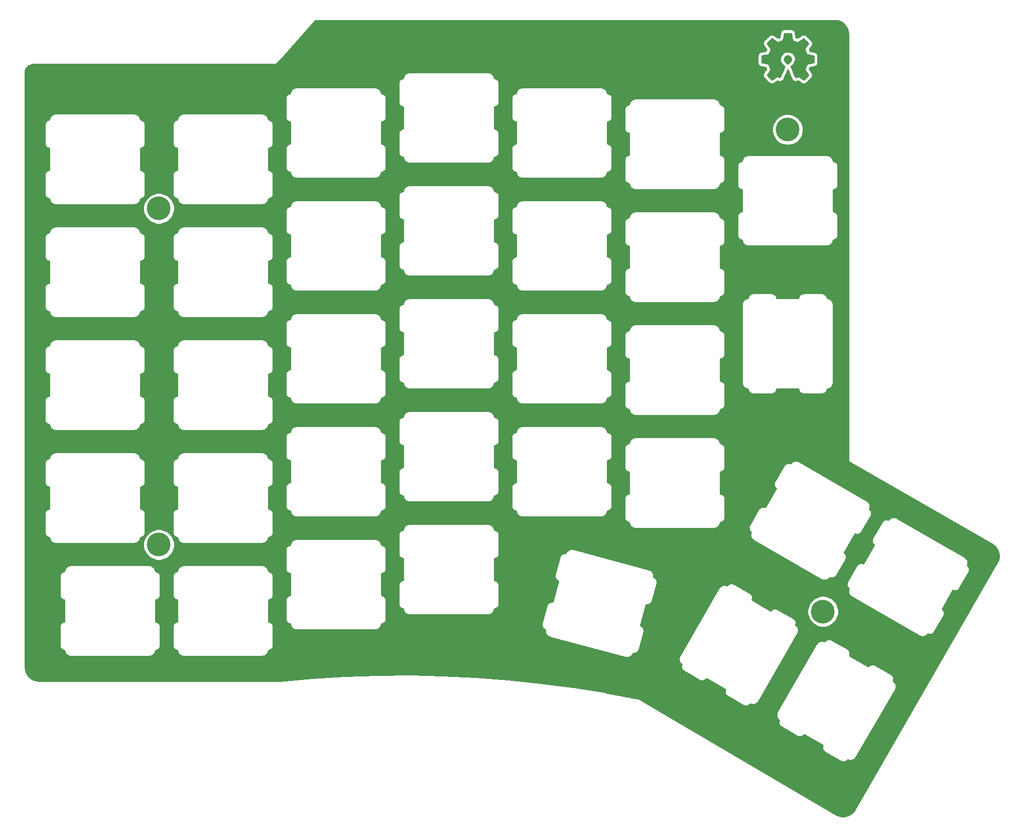
<source format=gtl>
G04 #@! TF.GenerationSoftware,KiCad,Pcbnew,(5.1.5)-3*
G04 #@! TF.CreationDate,2020-05-15T01:34:05+04:00*
G04 #@! TF.ProjectId,redox_rev2_ng-TOP,7265646f-785f-4726-9576-325f6e672d54,2.0 NG*
G04 #@! TF.SameCoordinates,Original*
G04 #@! TF.FileFunction,Copper,L1,Top*
G04 #@! TF.FilePolarity,Positive*
%FSLAX46Y46*%
G04 Gerber Fmt 4.6, Leading zero omitted, Abs format (unit mm)*
G04 Created by KiCad (PCBNEW (5.1.5)-3) date 2020-05-15 01:34:05*
%MOMM*%
%LPD*%
G04 APERTURE LIST*
%ADD10C,0.010000*%
%ADD11C,4.000000*%
%ADD12C,0.254000*%
G04 APERTURE END LIST*
D10*
G36*
X209046536Y-46000427D02*
G01*
X209159118Y-46597618D01*
X209574531Y-46768865D01*
X209989945Y-46940112D01*
X210488302Y-46601233D01*
X210627869Y-46506877D01*
X210754029Y-46422630D01*
X210860896Y-46352338D01*
X210942583Y-46299847D01*
X210993202Y-46269004D01*
X211006987Y-46262353D01*
X211031821Y-46279458D01*
X211084889Y-46326744D01*
X211160241Y-46398172D01*
X211251930Y-46487700D01*
X211354008Y-46589289D01*
X211460527Y-46696898D01*
X211565537Y-46804487D01*
X211663092Y-46906015D01*
X211747243Y-46995441D01*
X211812041Y-47066726D01*
X211851538Y-47113828D01*
X211860981Y-47129592D01*
X211847392Y-47158653D01*
X211809294Y-47222321D01*
X211750694Y-47314367D01*
X211675598Y-47428564D01*
X211588009Y-47558684D01*
X211537255Y-47632901D01*
X211444746Y-47768422D01*
X211362541Y-47890716D01*
X211294631Y-47993695D01*
X211245001Y-48071273D01*
X211217641Y-48117361D01*
X211213530Y-48127047D01*
X211222850Y-48154574D01*
X211248255Y-48218728D01*
X211285912Y-48310490D01*
X211331987Y-48420839D01*
X211382647Y-48540755D01*
X211434060Y-48661219D01*
X211482390Y-48773209D01*
X211523807Y-48867707D01*
X211554475Y-48935692D01*
X211570562Y-48968143D01*
X211571512Y-48969420D01*
X211596773Y-48975617D01*
X211664046Y-48989440D01*
X211766361Y-49009532D01*
X211896742Y-49034534D01*
X212048217Y-49063086D01*
X212136594Y-49079551D01*
X212298453Y-49110369D01*
X212444650Y-49139694D01*
X212567788Y-49165921D01*
X212660470Y-49187446D01*
X212715302Y-49202665D01*
X212726324Y-49207493D01*
X212737119Y-49240174D01*
X212745830Y-49313985D01*
X212752461Y-49420292D01*
X212757019Y-49550467D01*
X212759510Y-49695876D01*
X212759939Y-49847890D01*
X212758312Y-49997877D01*
X212754636Y-50137206D01*
X212748916Y-50257245D01*
X212741158Y-50349365D01*
X212731369Y-50404932D01*
X212725497Y-50416500D01*
X212690400Y-50430365D01*
X212616029Y-50450188D01*
X212512224Y-50473639D01*
X212388820Y-50498391D01*
X212345742Y-50506398D01*
X212138048Y-50544441D01*
X211973985Y-50575079D01*
X211848131Y-50599529D01*
X211755066Y-50619009D01*
X211689368Y-50634736D01*
X211645618Y-50647928D01*
X211618393Y-50659804D01*
X211602273Y-50671580D01*
X211600018Y-50673908D01*
X211577504Y-50711400D01*
X211543159Y-50784365D01*
X211500412Y-50883867D01*
X211452693Y-51000973D01*
X211403431Y-51126748D01*
X211356056Y-51252257D01*
X211313996Y-51368565D01*
X211280681Y-51466739D01*
X211259542Y-51537843D01*
X211254006Y-51572942D01*
X211254467Y-51574172D01*
X211273224Y-51602861D01*
X211315777Y-51665985D01*
X211377654Y-51756973D01*
X211454383Y-51869255D01*
X211541492Y-51996260D01*
X211566299Y-52032353D01*
X211654753Y-52163203D01*
X211732589Y-52282591D01*
X211795567Y-52383662D01*
X211839446Y-52459559D01*
X211859986Y-52503427D01*
X211860981Y-52508817D01*
X211843723Y-52537144D01*
X211796036Y-52593261D01*
X211724051Y-52671137D01*
X211633898Y-52764740D01*
X211531706Y-52868041D01*
X211423606Y-52975006D01*
X211315729Y-53079606D01*
X211214205Y-53175809D01*
X211125163Y-53257584D01*
X211054734Y-53318900D01*
X211009048Y-53353726D01*
X210996410Y-53359412D01*
X210966992Y-53346020D01*
X210906762Y-53309899D01*
X210825530Y-53257136D01*
X210763031Y-53214667D01*
X210649786Y-53136740D01*
X210515675Y-53044984D01*
X210381156Y-52953375D01*
X210308834Y-52904346D01*
X210064039Y-52738770D01*
X209858551Y-52849875D01*
X209764937Y-52898548D01*
X209685331Y-52936381D01*
X209631468Y-52957958D01*
X209617758Y-52960961D01*
X209601271Y-52938793D01*
X209568746Y-52876149D01*
X209522609Y-52778809D01*
X209465291Y-52652549D01*
X209399217Y-52503150D01*
X209326816Y-52336388D01*
X209250517Y-52158042D01*
X209172747Y-51973891D01*
X209095935Y-51789712D01*
X209022507Y-51611285D01*
X208954893Y-51444387D01*
X208895521Y-51294797D01*
X208846817Y-51168293D01*
X208811211Y-51070654D01*
X208791131Y-51007657D01*
X208787901Y-50986021D01*
X208813497Y-50958424D01*
X208869539Y-50913625D01*
X208944312Y-50860934D01*
X208950588Y-50856765D01*
X209143846Y-50702069D01*
X209299675Y-50521591D01*
X209416725Y-50321102D01*
X209493646Y-50106374D01*
X209529087Y-49883177D01*
X209521698Y-49657281D01*
X209470128Y-49434459D01*
X209373027Y-49220479D01*
X209344459Y-49173664D01*
X209195869Y-48984618D01*
X209020328Y-48832812D01*
X208823911Y-48719034D01*
X208612694Y-48644075D01*
X208392754Y-48608722D01*
X208170164Y-48613767D01*
X207951002Y-48659999D01*
X207741343Y-48748206D01*
X207547262Y-48879179D01*
X207487227Y-48932337D01*
X207334436Y-49098739D01*
X207223098Y-49273912D01*
X207146724Y-49470266D01*
X207104188Y-49664717D01*
X207093687Y-49883342D01*
X207128701Y-50103052D01*
X207205674Y-50316420D01*
X207321048Y-50516022D01*
X207471266Y-50694429D01*
X207652774Y-50844217D01*
X207676628Y-50860006D01*
X207752202Y-50911712D01*
X207809652Y-50956512D01*
X207837118Y-50985117D01*
X207837518Y-50986021D01*
X207831621Y-51016964D01*
X207808246Y-51087191D01*
X207769822Y-51190925D01*
X207718778Y-51322390D01*
X207657543Y-51475807D01*
X207588545Y-51645401D01*
X207514214Y-51825393D01*
X207436979Y-52010008D01*
X207359269Y-52193468D01*
X207283512Y-52369996D01*
X207212138Y-52533814D01*
X207147575Y-52679147D01*
X207092253Y-52800217D01*
X207048601Y-52891247D01*
X207019047Y-52946460D01*
X207007145Y-52960961D01*
X206970778Y-52949669D01*
X206902731Y-52919385D01*
X206814737Y-52875520D01*
X206766351Y-52849875D01*
X206560864Y-52738770D01*
X206316069Y-52904346D01*
X206191107Y-52989170D01*
X206054296Y-53082516D01*
X205926089Y-53170408D01*
X205861872Y-53214667D01*
X205771552Y-53275318D01*
X205695072Y-53323381D01*
X205642408Y-53352770D01*
X205625303Y-53358982D01*
X205600406Y-53342223D01*
X205545306Y-53295436D01*
X205465344Y-53223480D01*
X205365861Y-53131212D01*
X205252201Y-53023490D01*
X205180316Y-52954326D01*
X205054552Y-52830757D01*
X204945864Y-52720234D01*
X204858646Y-52627485D01*
X204797290Y-52557237D01*
X204766192Y-52514220D01*
X204763209Y-52505490D01*
X204777054Y-52472284D01*
X204815313Y-52405142D01*
X204873742Y-52310863D01*
X204948098Y-52196245D01*
X205034136Y-52068083D01*
X205058603Y-52032353D01*
X205147755Y-51902489D01*
X205227739Y-51785569D01*
X205294081Y-51688162D01*
X205342312Y-51616839D01*
X205367958Y-51578170D01*
X205370436Y-51574172D01*
X205366730Y-51543355D01*
X205347062Y-51475599D01*
X205314861Y-51379839D01*
X205273556Y-51265009D01*
X205226576Y-51140044D01*
X205177350Y-51013879D01*
X205129309Y-50895448D01*
X205085882Y-50793685D01*
X205050497Y-50717526D01*
X205026585Y-50675904D01*
X205024885Y-50673908D01*
X205010263Y-50662013D01*
X204985566Y-50650250D01*
X204945373Y-50637401D01*
X204884264Y-50622249D01*
X204796818Y-50603576D01*
X204677613Y-50580165D01*
X204521228Y-50550797D01*
X204322244Y-50514255D01*
X204279161Y-50506398D01*
X204151471Y-50481727D01*
X204040154Y-50457593D01*
X203955046Y-50436324D01*
X203905984Y-50420248D01*
X203899406Y-50416500D01*
X203888565Y-50383273D01*
X203879754Y-50309021D01*
X203872977Y-50202376D01*
X203868241Y-50071967D01*
X203865551Y-49926427D01*
X203864914Y-49774386D01*
X203866335Y-49624476D01*
X203869821Y-49485328D01*
X203875377Y-49365572D01*
X203883009Y-49273841D01*
X203892723Y-49218766D01*
X203898579Y-49207493D01*
X203931181Y-49196123D01*
X204005419Y-49177624D01*
X204113897Y-49153602D01*
X204249218Y-49125662D01*
X204403986Y-49095408D01*
X204488308Y-49079551D01*
X204648297Y-49049644D01*
X204790968Y-49022550D01*
X204909349Y-48999631D01*
X204996466Y-48982243D01*
X205045346Y-48971747D01*
X205053391Y-48969420D01*
X205066988Y-48943186D01*
X205095730Y-48879995D01*
X205135786Y-48788877D01*
X205183325Y-48678857D01*
X205234516Y-48558965D01*
X205285527Y-48438227D01*
X205332527Y-48325671D01*
X205371685Y-48230326D01*
X205399170Y-48161217D01*
X205411150Y-48127374D01*
X205411373Y-48125895D01*
X205397792Y-48099197D01*
X205359716Y-48037760D01*
X205301148Y-47947689D01*
X205226089Y-47835090D01*
X205138541Y-47706070D01*
X205087648Y-47631961D01*
X204994910Y-47496077D01*
X204912542Y-47372709D01*
X204844562Y-47268097D01*
X204794989Y-47188483D01*
X204767843Y-47140107D01*
X204763922Y-47129262D01*
X204780776Y-47104020D01*
X204827369Y-47050124D01*
X204897749Y-46973613D01*
X204985966Y-46880523D01*
X205086066Y-46776895D01*
X205192099Y-46668764D01*
X205298112Y-46562170D01*
X205398153Y-46463150D01*
X205486271Y-46377742D01*
X205556514Y-46311985D01*
X205602929Y-46271916D01*
X205618457Y-46262353D01*
X205643740Y-46275800D01*
X205704212Y-46313575D01*
X205793993Y-46371835D01*
X205907204Y-46446734D01*
X206037964Y-46534425D01*
X206136600Y-46601233D01*
X206634958Y-46940112D01*
X207050371Y-46768865D01*
X207465785Y-46597618D01*
X207578367Y-46000427D01*
X207690950Y-45403235D01*
X208933953Y-45403235D01*
X209046536Y-46000427D01*
G37*
X209046536Y-46000427D02*
X209159118Y-46597618D01*
X209574531Y-46768865D01*
X209989945Y-46940112D01*
X210488302Y-46601233D01*
X210627869Y-46506877D01*
X210754029Y-46422630D01*
X210860896Y-46352338D01*
X210942583Y-46299847D01*
X210993202Y-46269004D01*
X211006987Y-46262353D01*
X211031821Y-46279458D01*
X211084889Y-46326744D01*
X211160241Y-46398172D01*
X211251930Y-46487700D01*
X211354008Y-46589289D01*
X211460527Y-46696898D01*
X211565537Y-46804487D01*
X211663092Y-46906015D01*
X211747243Y-46995441D01*
X211812041Y-47066726D01*
X211851538Y-47113828D01*
X211860981Y-47129592D01*
X211847392Y-47158653D01*
X211809294Y-47222321D01*
X211750694Y-47314367D01*
X211675598Y-47428564D01*
X211588009Y-47558684D01*
X211537255Y-47632901D01*
X211444746Y-47768422D01*
X211362541Y-47890716D01*
X211294631Y-47993695D01*
X211245001Y-48071273D01*
X211217641Y-48117361D01*
X211213530Y-48127047D01*
X211222850Y-48154574D01*
X211248255Y-48218728D01*
X211285912Y-48310490D01*
X211331987Y-48420839D01*
X211382647Y-48540755D01*
X211434060Y-48661219D01*
X211482390Y-48773209D01*
X211523807Y-48867707D01*
X211554475Y-48935692D01*
X211570562Y-48968143D01*
X211571512Y-48969420D01*
X211596773Y-48975617D01*
X211664046Y-48989440D01*
X211766361Y-49009532D01*
X211896742Y-49034534D01*
X212048217Y-49063086D01*
X212136594Y-49079551D01*
X212298453Y-49110369D01*
X212444650Y-49139694D01*
X212567788Y-49165921D01*
X212660470Y-49187446D01*
X212715302Y-49202665D01*
X212726324Y-49207493D01*
X212737119Y-49240174D01*
X212745830Y-49313985D01*
X212752461Y-49420292D01*
X212757019Y-49550467D01*
X212759510Y-49695876D01*
X212759939Y-49847890D01*
X212758312Y-49997877D01*
X212754636Y-50137206D01*
X212748916Y-50257245D01*
X212741158Y-50349365D01*
X212731369Y-50404932D01*
X212725497Y-50416500D01*
X212690400Y-50430365D01*
X212616029Y-50450188D01*
X212512224Y-50473639D01*
X212388820Y-50498391D01*
X212345742Y-50506398D01*
X212138048Y-50544441D01*
X211973985Y-50575079D01*
X211848131Y-50599529D01*
X211755066Y-50619009D01*
X211689368Y-50634736D01*
X211645618Y-50647928D01*
X211618393Y-50659804D01*
X211602273Y-50671580D01*
X211600018Y-50673908D01*
X211577504Y-50711400D01*
X211543159Y-50784365D01*
X211500412Y-50883867D01*
X211452693Y-51000973D01*
X211403431Y-51126748D01*
X211356056Y-51252257D01*
X211313996Y-51368565D01*
X211280681Y-51466739D01*
X211259542Y-51537843D01*
X211254006Y-51572942D01*
X211254467Y-51574172D01*
X211273224Y-51602861D01*
X211315777Y-51665985D01*
X211377654Y-51756973D01*
X211454383Y-51869255D01*
X211541492Y-51996260D01*
X211566299Y-52032353D01*
X211654753Y-52163203D01*
X211732589Y-52282591D01*
X211795567Y-52383662D01*
X211839446Y-52459559D01*
X211859986Y-52503427D01*
X211860981Y-52508817D01*
X211843723Y-52537144D01*
X211796036Y-52593261D01*
X211724051Y-52671137D01*
X211633898Y-52764740D01*
X211531706Y-52868041D01*
X211423606Y-52975006D01*
X211315729Y-53079606D01*
X211214205Y-53175809D01*
X211125163Y-53257584D01*
X211054734Y-53318900D01*
X211009048Y-53353726D01*
X210996410Y-53359412D01*
X210966992Y-53346020D01*
X210906762Y-53309899D01*
X210825530Y-53257136D01*
X210763031Y-53214667D01*
X210649786Y-53136740D01*
X210515675Y-53044984D01*
X210381156Y-52953375D01*
X210308834Y-52904346D01*
X210064039Y-52738770D01*
X209858551Y-52849875D01*
X209764937Y-52898548D01*
X209685331Y-52936381D01*
X209631468Y-52957958D01*
X209617758Y-52960961D01*
X209601271Y-52938793D01*
X209568746Y-52876149D01*
X209522609Y-52778809D01*
X209465291Y-52652549D01*
X209399217Y-52503150D01*
X209326816Y-52336388D01*
X209250517Y-52158042D01*
X209172747Y-51973891D01*
X209095935Y-51789712D01*
X209022507Y-51611285D01*
X208954893Y-51444387D01*
X208895521Y-51294797D01*
X208846817Y-51168293D01*
X208811211Y-51070654D01*
X208791131Y-51007657D01*
X208787901Y-50986021D01*
X208813497Y-50958424D01*
X208869539Y-50913625D01*
X208944312Y-50860934D01*
X208950588Y-50856765D01*
X209143846Y-50702069D01*
X209299675Y-50521591D01*
X209416725Y-50321102D01*
X209493646Y-50106374D01*
X209529087Y-49883177D01*
X209521698Y-49657281D01*
X209470128Y-49434459D01*
X209373027Y-49220479D01*
X209344459Y-49173664D01*
X209195869Y-48984618D01*
X209020328Y-48832812D01*
X208823911Y-48719034D01*
X208612694Y-48644075D01*
X208392754Y-48608722D01*
X208170164Y-48613767D01*
X207951002Y-48659999D01*
X207741343Y-48748206D01*
X207547262Y-48879179D01*
X207487227Y-48932337D01*
X207334436Y-49098739D01*
X207223098Y-49273912D01*
X207146724Y-49470266D01*
X207104188Y-49664717D01*
X207093687Y-49883342D01*
X207128701Y-50103052D01*
X207205674Y-50316420D01*
X207321048Y-50516022D01*
X207471266Y-50694429D01*
X207652774Y-50844217D01*
X207676628Y-50860006D01*
X207752202Y-50911712D01*
X207809652Y-50956512D01*
X207837118Y-50985117D01*
X207837518Y-50986021D01*
X207831621Y-51016964D01*
X207808246Y-51087191D01*
X207769822Y-51190925D01*
X207718778Y-51322390D01*
X207657543Y-51475807D01*
X207588545Y-51645401D01*
X207514214Y-51825393D01*
X207436979Y-52010008D01*
X207359269Y-52193468D01*
X207283512Y-52369996D01*
X207212138Y-52533814D01*
X207147575Y-52679147D01*
X207092253Y-52800217D01*
X207048601Y-52891247D01*
X207019047Y-52946460D01*
X207007145Y-52960961D01*
X206970778Y-52949669D01*
X206902731Y-52919385D01*
X206814737Y-52875520D01*
X206766351Y-52849875D01*
X206560864Y-52738770D01*
X206316069Y-52904346D01*
X206191107Y-52989170D01*
X206054296Y-53082516D01*
X205926089Y-53170408D01*
X205861872Y-53214667D01*
X205771552Y-53275318D01*
X205695072Y-53323381D01*
X205642408Y-53352770D01*
X205625303Y-53358982D01*
X205600406Y-53342223D01*
X205545306Y-53295436D01*
X205465344Y-53223480D01*
X205365861Y-53131212D01*
X205252201Y-53023490D01*
X205180316Y-52954326D01*
X205054552Y-52830757D01*
X204945864Y-52720234D01*
X204858646Y-52627485D01*
X204797290Y-52557237D01*
X204766192Y-52514220D01*
X204763209Y-52505490D01*
X204777054Y-52472284D01*
X204815313Y-52405142D01*
X204873742Y-52310863D01*
X204948098Y-52196245D01*
X205034136Y-52068083D01*
X205058603Y-52032353D01*
X205147755Y-51902489D01*
X205227739Y-51785569D01*
X205294081Y-51688162D01*
X205342312Y-51616839D01*
X205367958Y-51578170D01*
X205370436Y-51574172D01*
X205366730Y-51543355D01*
X205347062Y-51475599D01*
X205314861Y-51379839D01*
X205273556Y-51265009D01*
X205226576Y-51140044D01*
X205177350Y-51013879D01*
X205129309Y-50895448D01*
X205085882Y-50793685D01*
X205050497Y-50717526D01*
X205026585Y-50675904D01*
X205024885Y-50673908D01*
X205010263Y-50662013D01*
X204985566Y-50650250D01*
X204945373Y-50637401D01*
X204884264Y-50622249D01*
X204796818Y-50603576D01*
X204677613Y-50580165D01*
X204521228Y-50550797D01*
X204322244Y-50514255D01*
X204279161Y-50506398D01*
X204151471Y-50481727D01*
X204040154Y-50457593D01*
X203955046Y-50436324D01*
X203905984Y-50420248D01*
X203899406Y-50416500D01*
X203888565Y-50383273D01*
X203879754Y-50309021D01*
X203872977Y-50202376D01*
X203868241Y-50071967D01*
X203865551Y-49926427D01*
X203864914Y-49774386D01*
X203866335Y-49624476D01*
X203869821Y-49485328D01*
X203875377Y-49365572D01*
X203883009Y-49273841D01*
X203892723Y-49218766D01*
X203898579Y-49207493D01*
X203931181Y-49196123D01*
X204005419Y-49177624D01*
X204113897Y-49153602D01*
X204249218Y-49125662D01*
X204403986Y-49095408D01*
X204488308Y-49079551D01*
X204648297Y-49049644D01*
X204790968Y-49022550D01*
X204909349Y-48999631D01*
X204996466Y-48982243D01*
X205045346Y-48971747D01*
X205053391Y-48969420D01*
X205066988Y-48943186D01*
X205095730Y-48879995D01*
X205135786Y-48788877D01*
X205183325Y-48678857D01*
X205234516Y-48558965D01*
X205285527Y-48438227D01*
X205332527Y-48325671D01*
X205371685Y-48230326D01*
X205399170Y-48161217D01*
X205411150Y-48127374D01*
X205411373Y-48125895D01*
X205397792Y-48099197D01*
X205359716Y-48037760D01*
X205301148Y-47947689D01*
X205226089Y-47835090D01*
X205138541Y-47706070D01*
X205087648Y-47631961D01*
X204994910Y-47496077D01*
X204912542Y-47372709D01*
X204844562Y-47268097D01*
X204794989Y-47188483D01*
X204767843Y-47140107D01*
X204763922Y-47129262D01*
X204780776Y-47104020D01*
X204827369Y-47050124D01*
X204897749Y-46973613D01*
X204985966Y-46880523D01*
X205086066Y-46776895D01*
X205192099Y-46668764D01*
X205298112Y-46562170D01*
X205398153Y-46463150D01*
X205486271Y-46377742D01*
X205556514Y-46311985D01*
X205602929Y-46271916D01*
X205618457Y-46262353D01*
X205643740Y-46275800D01*
X205704212Y-46313575D01*
X205793993Y-46371835D01*
X205907204Y-46446734D01*
X206037964Y-46534425D01*
X206136600Y-46601233D01*
X206634958Y-46940112D01*
X207050371Y-46768865D01*
X207465785Y-46597618D01*
X207578367Y-46000427D01*
X207690950Y-45403235D01*
X208933953Y-45403235D01*
X209046536Y-46000427D01*
D11*
X208300000Y-61700000D03*
X102235000Y-75000000D03*
X102235000Y-131725000D03*
X214250000Y-143000000D03*
D12*
G36*
X216731407Y-43331460D02*
G01*
X217147384Y-43457840D01*
X217530891Y-43662610D01*
X217867321Y-43937971D01*
X218143858Y-44273432D01*
X218349970Y-44656216D01*
X218477810Y-45071752D01*
X218525452Y-45532742D01*
X218525310Y-45548125D01*
X218525000Y-45551271D01*
X218525001Y-117304428D01*
X218523256Y-117361371D01*
X218530569Y-117405093D01*
X218534913Y-117449200D01*
X218541673Y-117471486D01*
X218545515Y-117494455D01*
X218561216Y-117535909D01*
X218574082Y-117578323D01*
X218585058Y-117598857D01*
X218593308Y-117620640D01*
X218616797Y-117658238D01*
X218637689Y-117697324D01*
X218652461Y-117715324D01*
X218664802Y-117735077D01*
X218695174Y-117767369D01*
X218723290Y-117801628D01*
X218741290Y-117816401D01*
X218757247Y-117833366D01*
X218793326Y-117859106D01*
X218827594Y-117887229D01*
X218877844Y-117914088D01*
X242776813Y-131645597D01*
X243163164Y-131920854D01*
X243461448Y-132237032D01*
X243692637Y-132605124D01*
X243847928Y-133011112D01*
X243921403Y-133439528D01*
X243910266Y-133874053D01*
X243814940Y-134298149D01*
X243627254Y-134722324D01*
X243624205Y-134727559D01*
X243623284Y-134728846D01*
X219625630Y-176374776D01*
X219339366Y-176774626D01*
X219010481Y-177083470D01*
X218627869Y-177322553D01*
X218206103Y-177482766D01*
X217761257Y-177558007D01*
X217310263Y-177545409D01*
X216870308Y-177445454D01*
X216430171Y-177249493D01*
X187861325Y-160444291D01*
X206380481Y-160444291D01*
X206384812Y-160506232D01*
X206388278Y-160568215D01*
X206389807Y-160577657D01*
X206402826Y-160654629D01*
X206419098Y-160714521D01*
X206434541Y-160774668D01*
X206437874Y-160783633D01*
X206465595Y-160856612D01*
X206493212Y-160912247D01*
X206520030Y-160968221D01*
X206525042Y-160976368D01*
X206566410Y-161042571D01*
X206604258Y-161091716D01*
X206641476Y-161141468D01*
X206647974Y-161148485D01*
X206701414Y-161205394D01*
X206748169Y-161246326D01*
X206794267Y-161287833D01*
X206801999Y-161293451D01*
X206802002Y-161293454D01*
X206802004Y-161293455D01*
X206854358Y-161330937D01*
X206850024Y-161340672D01*
X206832070Y-161380299D01*
X206825933Y-161406619D01*
X206821912Y-161418709D01*
X206801490Y-161477354D01*
X206799306Y-161486666D01*
X206790659Y-161524729D01*
X206782882Y-161586300D01*
X206774239Y-161647808D01*
X206773906Y-161657367D01*
X206772817Y-161696383D01*
X206777147Y-161758291D01*
X206780615Y-161820300D01*
X206782144Y-161829741D01*
X206788654Y-161868228D01*
X206804946Y-161928188D01*
X206820372Y-161988267D01*
X206823705Y-161997231D01*
X206837566Y-162033720D01*
X206865161Y-162089309D01*
X206891998Y-162145321D01*
X206897010Y-162153467D01*
X206917694Y-162186568D01*
X206955582Y-162235766D01*
X206992763Y-162285467D01*
X206999261Y-162292485D01*
X207025981Y-162320939D01*
X207072703Y-162361841D01*
X207085706Y-162373548D01*
X207103224Y-162392252D01*
X207124858Y-162407755D01*
X207126584Y-162409009D01*
X207150472Y-162426110D01*
X207185421Y-162451154D01*
X209928379Y-164034798D01*
X209954707Y-164046727D01*
X209955641Y-164047275D01*
X209964351Y-164051226D01*
X209980763Y-164058533D01*
X210020488Y-164076532D01*
X210046817Y-164082671D01*
X210058932Y-164086701D01*
X210117532Y-164107108D01*
X210126843Y-164109292D01*
X210126862Y-164109296D01*
X210126864Y-164109297D01*
X210126866Y-164109297D01*
X210164906Y-164117940D01*
X210226500Y-164125722D01*
X210288003Y-164134364D01*
X210297533Y-164134696D01*
X210297541Y-164134697D01*
X210297561Y-164134697D01*
X210336579Y-164135786D01*
X210398501Y-164131454D01*
X210460492Y-164127988D01*
X210469934Y-164126459D01*
X210508421Y-164119949D01*
X210568344Y-164103668D01*
X210628484Y-164088224D01*
X210637429Y-164084897D01*
X210637433Y-164084896D01*
X210637436Y-164084894D01*
X210637448Y-164084890D01*
X210673936Y-164071028D01*
X210729536Y-164043426D01*
X210785508Y-164016609D01*
X210793654Y-164011597D01*
X210793674Y-164011584D01*
X210793681Y-164011581D01*
X210793687Y-164011576D01*
X210826756Y-163990913D01*
X210875933Y-163953042D01*
X210925682Y-163915823D01*
X210932699Y-163909324D01*
X210961152Y-163882603D01*
X211002018Y-163835919D01*
X211013753Y-163822886D01*
X211032443Y-163805381D01*
X211047931Y-163783768D01*
X211049195Y-163782028D01*
X211049203Y-163782016D01*
X211049208Y-163782011D01*
X211049211Y-163782005D01*
X211061296Y-163765125D01*
X214213691Y-165585162D01*
X214211235Y-165590678D01*
X214193286Y-165630293D01*
X214187148Y-165656615D01*
X214183130Y-165668694D01*
X214162709Y-165727335D01*
X214160525Y-165736646D01*
X214151877Y-165774709D01*
X214144096Y-165836298D01*
X214135454Y-165897788D01*
X214135120Y-165907346D01*
X214134030Y-165946363D01*
X214138361Y-166008293D01*
X214141826Y-166070280D01*
X214143355Y-166079721D01*
X214149864Y-166118208D01*
X214166147Y-166178143D01*
X214181584Y-166238264D01*
X214184917Y-166247228D01*
X214198778Y-166283717D01*
X214226373Y-166339305D01*
X214253205Y-166395310D01*
X214258217Y-166403456D01*
X214278901Y-166436558D01*
X214316782Y-166485749D01*
X214353975Y-166535465D01*
X214360473Y-166542483D01*
X214387193Y-166570937D01*
X214433896Y-166611823D01*
X214446965Y-166623590D01*
X214464441Y-166642249D01*
X214485613Y-166657421D01*
X214487777Y-166658993D01*
X214519513Y-166681714D01*
X214519518Y-166681717D01*
X214546638Y-166701151D01*
X217289592Y-168284799D01*
X217315907Y-168296722D01*
X217316841Y-168297270D01*
X217325551Y-168301221D01*
X217342073Y-168308578D01*
X217381702Y-168326533D01*
X217408019Y-168332669D01*
X217420142Y-168336702D01*
X217478763Y-168357115D01*
X217488075Y-168359299D01*
X217526138Y-168367946D01*
X217587710Y-168375723D01*
X217649200Y-168384365D01*
X217658758Y-168384699D01*
X217697776Y-168385789D01*
X217759709Y-168381458D01*
X217821693Y-168377993D01*
X217831134Y-168376464D01*
X217869621Y-168369955D01*
X217929532Y-168353678D01*
X217989686Y-168338232D01*
X217998630Y-168334906D01*
X217998633Y-168334905D01*
X217998635Y-168334904D01*
X217998651Y-168334898D01*
X218035140Y-168321036D01*
X218090707Y-168293451D01*
X218146732Y-168266608D01*
X218154878Y-168261596D01*
X218187979Y-168240912D01*
X218237177Y-168203024D01*
X218286878Y-168165843D01*
X218293896Y-168159345D01*
X218322350Y-168132625D01*
X218363216Y-168085944D01*
X218374992Y-168072865D01*
X218393661Y-168055380D01*
X218408944Y-168034053D01*
X218410411Y-168032033D01*
X218425080Y-168011544D01*
X218454547Y-168024664D01*
X218474522Y-168033714D01*
X218475263Y-168033887D01*
X218490903Y-168040850D01*
X218549813Y-168060446D01*
X218608446Y-168080864D01*
X218617758Y-168083048D01*
X218693884Y-168100343D01*
X218755478Y-168108124D01*
X218816963Y-168116764D01*
X218826518Y-168117098D01*
X218826521Y-168117098D01*
X218904556Y-168119277D01*
X218966491Y-168114945D01*
X219028473Y-168111480D01*
X219037914Y-168109951D01*
X219114886Y-168096932D01*
X219174829Y-168080646D01*
X219234934Y-168065213D01*
X219243898Y-168061880D01*
X219316876Y-168034158D01*
X219372485Y-168006553D01*
X219428479Y-167979724D01*
X219436626Y-167974713D01*
X219502829Y-167933344D01*
X219552053Y-167895436D01*
X219601730Y-167858272D01*
X219608744Y-167851777D01*
X219608749Y-167851773D01*
X219608753Y-167851768D01*
X219665655Y-167798334D01*
X219706534Y-167751637D01*
X219748087Y-167705488D01*
X219753709Y-167697750D01*
X219796897Y-167637426D01*
X219818587Y-167607158D01*
X226452236Y-156117345D01*
X226464213Y-156090912D01*
X226465403Y-156088883D01*
X226469354Y-156080173D01*
X226484945Y-156045154D01*
X226493970Y-156025236D01*
X226494142Y-156024497D01*
X226501106Y-156008856D01*
X226520707Y-155949931D01*
X226541120Y-155891311D01*
X226543305Y-155881999D01*
X226560600Y-155805872D01*
X226568380Y-155744279D01*
X226577020Y-155682804D01*
X226577354Y-155673246D01*
X226579534Y-155595211D01*
X226575203Y-155533274D01*
X226571737Y-155471286D01*
X226570208Y-155461845D01*
X226557189Y-155384872D01*
X226540907Y-155324946D01*
X226525470Y-155264823D01*
X226522137Y-155255859D01*
X226494415Y-155182881D01*
X226466806Y-155127264D01*
X226439983Y-155071281D01*
X226434972Y-155063135D01*
X226393603Y-154996931D01*
X226355706Y-154947722D01*
X226318533Y-154898031D01*
X226312035Y-154891013D01*
X226258595Y-154834105D01*
X226211860Y-154793191D01*
X226165740Y-154751665D01*
X226158003Y-154746043D01*
X226105656Y-154708567D01*
X226109969Y-154698882D01*
X226127945Y-154659207D01*
X226134083Y-154632884D01*
X226138113Y-154620768D01*
X226158526Y-154562147D01*
X226160710Y-154552835D01*
X226169357Y-154514772D01*
X226177134Y-154453200D01*
X226185776Y-154391710D01*
X226186110Y-154382152D01*
X226187200Y-154343134D01*
X226182871Y-154281226D01*
X226179402Y-154219200D01*
X226177873Y-154209759D01*
X226171363Y-154171273D01*
X226155074Y-154111322D01*
X226139645Y-154051233D01*
X226136312Y-154042269D01*
X226122451Y-154005780D01*
X226094845Y-153950169D01*
X226068016Y-153894174D01*
X226063004Y-153886028D01*
X226042319Y-153852926D01*
X226004446Y-153803748D01*
X225967245Y-153754023D01*
X225960747Y-153747005D01*
X225934027Y-153718552D01*
X225887309Y-153677655D01*
X225874290Y-153665932D01*
X225856793Y-153647251D01*
X225835403Y-153631923D01*
X225833443Y-153630499D01*
X225805707Y-153610643D01*
X225774596Y-153588349D01*
X223031635Y-152004701D01*
X223005315Y-151992775D01*
X223004373Y-151992223D01*
X222995663Y-151988272D01*
X222979150Y-151980921D01*
X222939526Y-151962967D01*
X222913203Y-151956829D01*
X222901093Y-151952801D01*
X222842482Y-151932390D01*
X222833171Y-151930206D01*
X222833152Y-151930202D01*
X222833150Y-151930201D01*
X222833148Y-151930201D01*
X222795108Y-151921558D01*
X222733514Y-151913776D01*
X222672011Y-151905134D01*
X222662481Y-151904802D01*
X222662473Y-151904801D01*
X222662453Y-151904801D01*
X222623435Y-151903712D01*
X222561512Y-151908044D01*
X222499522Y-151911510D01*
X222490081Y-151913039D01*
X222451593Y-151919549D01*
X222391686Y-151935826D01*
X222331530Y-151951274D01*
X222322565Y-151954608D01*
X222286078Y-151968470D01*
X222230505Y-151996060D01*
X222174506Y-152022889D01*
X222166360Y-152027901D01*
X222133258Y-152048585D01*
X222084081Y-152086456D01*
X222034332Y-152123675D01*
X222027315Y-152130174D01*
X221998862Y-152156895D01*
X221957996Y-152203579D01*
X221946241Y-152216635D01*
X221927569Y-152234123D01*
X221912326Y-152255395D01*
X221910818Y-152257470D01*
X221898721Y-152274367D01*
X218746325Y-150454333D01*
X218748774Y-150448833D01*
X218766728Y-150409206D01*
X218772864Y-150382892D01*
X218776893Y-150370780D01*
X218797309Y-150312149D01*
X218799493Y-150302838D01*
X218808140Y-150264776D01*
X218815917Y-150203207D01*
X218824560Y-150141710D01*
X218824894Y-150132152D01*
X218825984Y-150093135D01*
X218821653Y-150031205D01*
X218818188Y-149969218D01*
X218816660Y-149959777D01*
X218810150Y-149921291D01*
X218793869Y-149861365D01*
X218778430Y-149801234D01*
X218775097Y-149792270D01*
X218761236Y-149755781D01*
X218733641Y-149700192D01*
X218706804Y-149644180D01*
X218701792Y-149636034D01*
X218681108Y-149602933D01*
X218643233Y-149553751D01*
X218606031Y-149504025D01*
X218599533Y-149497007D01*
X218572813Y-149468554D01*
X218526089Y-149427652D01*
X218513078Y-149415936D01*
X218495574Y-149397247D01*
X218473946Y-149381748D01*
X218472237Y-149380507D01*
X218445538Y-149361392D01*
X218413376Y-149338345D01*
X215670417Y-147754701D01*
X215644090Y-147742773D01*
X215643155Y-147742224D01*
X215634445Y-147738273D01*
X215618027Y-147730963D01*
X215578307Y-147712967D01*
X215551979Y-147706828D01*
X215539850Y-147702794D01*
X215481231Y-147682383D01*
X215471920Y-147680199D01*
X215433856Y-147671553D01*
X215372264Y-147663775D01*
X215310793Y-147655137D01*
X215301235Y-147654804D01*
X215301227Y-147654804D01*
X215301221Y-147654803D01*
X215301215Y-147654803D01*
X215262217Y-147653715D01*
X215200339Y-147658044D01*
X215138301Y-147661513D01*
X215128860Y-147663042D01*
X215090374Y-147669552D01*
X215030455Y-147685833D01*
X214970313Y-147701277D01*
X214961348Y-147704611D01*
X214924861Y-147718473D01*
X214869263Y-147746075D01*
X214813269Y-147772905D01*
X214805122Y-147777916D01*
X214772021Y-147798602D01*
X214722833Y-147836484D01*
X214673116Y-147873679D01*
X214666099Y-147880178D01*
X214637646Y-147906899D01*
X214596775Y-147953589D01*
X214585069Y-147966590D01*
X214566351Y-147984122D01*
X214550716Y-148005940D01*
X214549594Y-148007485D01*
X214534937Y-148027959D01*
X214505360Y-148014791D01*
X214485493Y-148005789D01*
X214484757Y-148005618D01*
X214469122Y-147998656D01*
X214410195Y-147979053D01*
X214351586Y-147958643D01*
X214342275Y-147956458D01*
X214266148Y-147939161D01*
X214204566Y-147931381D01*
X214143063Y-147922737D01*
X214133504Y-147922403D01*
X214055469Y-147920223D01*
X213993571Y-147924551D01*
X213931553Y-147928018D01*
X213922112Y-147929547D01*
X213845139Y-147942565D01*
X213785203Y-147958849D01*
X213725092Y-147974282D01*
X213716128Y-147977615D01*
X213643148Y-148005336D01*
X213587557Y-148032931D01*
X213531549Y-148059765D01*
X213523403Y-148064776D01*
X213457198Y-148106144D01*
X213407979Y-148144047D01*
X213358291Y-148181217D01*
X213351273Y-148187715D01*
X213294364Y-148241155D01*
X213253468Y-148287870D01*
X213211928Y-148334004D01*
X213206306Y-148341741D01*
X213160861Y-148405216D01*
X213160855Y-148405226D01*
X213141424Y-148432342D01*
X206507781Y-159922158D01*
X206495807Y-159948586D01*
X206494618Y-159950612D01*
X206490666Y-159959322D01*
X206475011Y-159994483D01*
X206466047Y-160014267D01*
X206465876Y-160015000D01*
X206458913Y-160030639D01*
X206439312Y-160089562D01*
X206418898Y-160148181D01*
X206416714Y-160157492D01*
X206399418Y-160233618D01*
X206391637Y-160295207D01*
X206382995Y-160356697D01*
X206382661Y-160366256D01*
X206380481Y-160444291D01*
X187861325Y-160444291D01*
X183268307Y-157742516D01*
X183176540Y-157700035D01*
X183045385Y-157668328D01*
X183033314Y-157667835D01*
X182960075Y-157652821D01*
X182959970Y-157652801D01*
X182959856Y-157652776D01*
X182950473Y-157650924D01*
X177550098Y-156624050D01*
X177545385Y-156623222D01*
X177540690Y-156622329D01*
X177531259Y-156620739D01*
X172104316Y-155745053D01*
X172099550Y-155744352D01*
X172094864Y-155743596D01*
X172085392Y-155742270D01*
X166636115Y-155018454D01*
X166631342Y-155017888D01*
X166626625Y-155017261D01*
X166617120Y-155016200D01*
X161149758Y-154444820D01*
X161144958Y-154444386D01*
X161140239Y-154443893D01*
X161130708Y-154443098D01*
X155649524Y-154024597D01*
X155644710Y-154024297D01*
X155639982Y-154023936D01*
X155630441Y-154023407D01*
X155630430Y-154023407D01*
X150139700Y-153758114D01*
X150134867Y-153757948D01*
X150130144Y-153757720D01*
X150120584Y-153757458D01*
X144624583Y-153645578D01*
X144619819Y-153645548D01*
X144615020Y-153645450D01*
X144605456Y-153645456D01*
X139108475Y-153687078D01*
X139103694Y-153687181D01*
X139098912Y-153687217D01*
X139089494Y-153687486D01*
X139089352Y-153687489D01*
X139089281Y-153687493D01*
X133595677Y-153882579D01*
X133590903Y-153882815D01*
X133586121Y-153882985D01*
X133576572Y-153883524D01*
X128090487Y-154231930D01*
X128085705Y-154232301D01*
X128080946Y-154232603D01*
X128071416Y-154233409D01*
X122628509Y-154731992D01*
X82033648Y-154715014D01*
X81550984Y-154667688D01*
X81119073Y-154537287D01*
X80720720Y-154325480D01*
X80371086Y-154040325D01*
X80083503Y-153692697D01*
X79868915Y-153295825D01*
X79735500Y-152864834D01*
X79685000Y-152384346D01*
X79685000Y-151014542D01*
X189925472Y-151014542D01*
X189929801Y-151076448D01*
X189933267Y-151138456D01*
X189934796Y-151147898D01*
X189947814Y-151224871D01*
X189964085Y-151284761D01*
X189979533Y-151344928D01*
X189982867Y-151353892D01*
X190010589Y-151426871D01*
X190038196Y-151482486D01*
X190065021Y-151538473D01*
X190070033Y-151546620D01*
X190111401Y-151612823D01*
X190149291Y-151662023D01*
X190186472Y-151711724D01*
X190192970Y-151718742D01*
X190246410Y-151775650D01*
X190293146Y-151816564D01*
X190339259Y-151858085D01*
X190346996Y-151863707D01*
X190399346Y-151901186D01*
X190395028Y-151910885D01*
X190377062Y-151950537D01*
X190370924Y-151976860D01*
X190366896Y-151988970D01*
X190346483Y-152047586D01*
X190344299Y-152056897D01*
X190335651Y-152094960D01*
X190327869Y-152156554D01*
X190319227Y-152218057D01*
X190318895Y-152227587D01*
X190318894Y-152227595D01*
X190318894Y-152227615D01*
X190317805Y-152266633D01*
X190322133Y-152328510D01*
X190325600Y-152390529D01*
X190327129Y-152399971D01*
X190333638Y-152438458D01*
X190349921Y-152498392D01*
X190365362Y-152558526D01*
X190368686Y-152567465D01*
X190368688Y-152567471D01*
X190368696Y-152567491D01*
X190382558Y-152603980D01*
X190410142Y-152659546D01*
X190436981Y-152715564D01*
X190441993Y-152723710D01*
X190462677Y-152756812D01*
X190500532Y-152805968D01*
X190537759Y-152855729D01*
X190544258Y-152862746D01*
X190570979Y-152891200D01*
X190617644Y-152932051D01*
X190630747Y-152943849D01*
X190648216Y-152962500D01*
X190669285Y-152977598D01*
X190671562Y-152979252D01*
X190703300Y-153001974D01*
X190703308Y-153001978D01*
X190730413Y-153021402D01*
X193473371Y-154605049D01*
X193499686Y-154616972D01*
X193500625Y-154617523D01*
X193509335Y-154621474D01*
X193525832Y-154628819D01*
X193565480Y-154646783D01*
X193591801Y-154652920D01*
X193603922Y-154656952D01*
X193662542Y-154677365D01*
X193671847Y-154679547D01*
X193671849Y-154679548D01*
X193671851Y-154679548D01*
X193671854Y-154679549D01*
X193709917Y-154688196D01*
X193771489Y-154695973D01*
X193832979Y-154704615D01*
X193842537Y-154704949D01*
X193881555Y-154706039D01*
X193943506Y-154701707D01*
X194005486Y-154698241D01*
X194014928Y-154696712D01*
X194053415Y-154690202D01*
X194113363Y-154673914D01*
X194173457Y-154658484D01*
X194182421Y-154655151D01*
X194182427Y-154655149D01*
X194182429Y-154655148D01*
X194218910Y-154641290D01*
X194274507Y-154613691D01*
X194330516Y-154586855D01*
X194338662Y-154581843D01*
X194371764Y-154561159D01*
X194420948Y-154523280D01*
X194470668Y-154486084D01*
X194477685Y-154479585D01*
X194506139Y-154452864D01*
X194546990Y-154406199D01*
X194558781Y-154393103D01*
X194577440Y-154375627D01*
X194592611Y-154354456D01*
X194594191Y-154352281D01*
X194606291Y-154335380D01*
X197758685Y-156155416D01*
X197756229Y-156160934D01*
X197738281Y-156200547D01*
X197732144Y-156226866D01*
X197728130Y-156238933D01*
X197707705Y-156297584D01*
X197705521Y-156306896D01*
X197696873Y-156344958D01*
X197689092Y-156406543D01*
X197680449Y-156468040D01*
X197680115Y-156477599D01*
X197679025Y-156516616D01*
X197683356Y-156578549D01*
X197686821Y-156640533D01*
X197688350Y-156649974D01*
X197694859Y-156688461D01*
X197711133Y-156748362D01*
X197726575Y-156808507D01*
X197729909Y-156817472D01*
X197743769Y-156853960D01*
X197771364Y-156909553D01*
X197798199Y-156965562D01*
X197803211Y-156973708D01*
X197823895Y-157006810D01*
X197861776Y-157056001D01*
X197898969Y-157105717D01*
X197905467Y-157112735D01*
X197932187Y-157141189D01*
X197978890Y-157182075D01*
X197991976Y-157193857D01*
X198009433Y-157212496D01*
X198030249Y-157227412D01*
X198032771Y-157229245D01*
X198064507Y-157251966D01*
X198064537Y-157251983D01*
X198091630Y-157271398D01*
X200834585Y-158855047D01*
X200860901Y-158866971D01*
X200861834Y-158867518D01*
X200870544Y-158871469D01*
X200887033Y-158878811D01*
X200926694Y-158896781D01*
X200953014Y-158902918D01*
X200965124Y-158906946D01*
X201023740Y-158927359D01*
X201033051Y-158929543D01*
X201071114Y-158938191D01*
X201132703Y-158945972D01*
X201194193Y-158954614D01*
X201203748Y-158954948D01*
X201203751Y-158954948D01*
X201242769Y-158956038D01*
X201304702Y-158951707D01*
X201366686Y-158948242D01*
X201376127Y-158946713D01*
X201414614Y-158940204D01*
X201474549Y-158923921D01*
X201534670Y-158908484D01*
X201543634Y-158905151D01*
X201580123Y-158891290D01*
X201635711Y-158863695D01*
X201691716Y-158836863D01*
X201699862Y-158831851D01*
X201732964Y-158811167D01*
X201782155Y-158773286D01*
X201831871Y-158736093D01*
X201838889Y-158729595D01*
X201867343Y-158702875D01*
X201908209Y-158656194D01*
X201920007Y-158643091D01*
X201938649Y-158625631D01*
X201953653Y-158604694D01*
X201955404Y-158602283D01*
X201970073Y-158581793D01*
X201999534Y-158594910D01*
X202019515Y-158603963D01*
X202020255Y-158604136D01*
X202035893Y-158611098D01*
X202094804Y-158630695D01*
X202153440Y-158651114D01*
X202162745Y-158653296D01*
X202162747Y-158653297D01*
X202162749Y-158653297D01*
X202162752Y-158653298D01*
X202238878Y-158670593D01*
X202300453Y-158678371D01*
X202361948Y-158687014D01*
X202371506Y-158687348D01*
X202449542Y-158689528D01*
X202511446Y-158685199D01*
X202573456Y-158681733D01*
X202582898Y-158680204D01*
X202659871Y-158667186D01*
X202719761Y-158650915D01*
X202779928Y-158635467D01*
X202788892Y-158632133D01*
X202861871Y-158604411D01*
X202917486Y-158576804D01*
X202973473Y-158549979D01*
X202981620Y-158544967D01*
X203047823Y-158503599D01*
X203097023Y-158465709D01*
X203146724Y-158428528D01*
X203153742Y-158422030D01*
X203210650Y-158368590D01*
X203251564Y-158321854D01*
X203293085Y-158275741D01*
X203298707Y-158268004D01*
X203344152Y-158204528D01*
X203344186Y-158204469D01*
X203363580Y-158177405D01*
X209997229Y-146687593D01*
X210009205Y-146661162D01*
X210010394Y-146659135D01*
X210014345Y-146650425D01*
X210029941Y-146615395D01*
X210038963Y-146595484D01*
X210039135Y-146594746D01*
X210046098Y-146579107D01*
X210065695Y-146520196D01*
X210086114Y-146461560D01*
X210088298Y-146452248D01*
X210105593Y-146376122D01*
X210113371Y-146314547D01*
X210122014Y-146253052D01*
X210122348Y-146243494D01*
X210124528Y-146165458D01*
X210120199Y-146103556D01*
X210116733Y-146041544D01*
X210115204Y-146032102D01*
X210102186Y-145955128D01*
X210085912Y-145895228D01*
X210070467Y-145835072D01*
X210067133Y-145826108D01*
X210039411Y-145753129D01*
X210011802Y-145697511D01*
X209984978Y-145641526D01*
X209979967Y-145633380D01*
X209938598Y-145567176D01*
X209900701Y-145517967D01*
X209863528Y-145468276D01*
X209857030Y-145461258D01*
X209803590Y-145404350D01*
X209756835Y-145363419D01*
X209710741Y-145321915D01*
X209703004Y-145316293D01*
X209703001Y-145316290D01*
X209702995Y-145316286D01*
X209650654Y-145278813D01*
X209654929Y-145269211D01*
X209672938Y-145229464D01*
X209679077Y-145203138D01*
X209683104Y-145191030D01*
X209703517Y-145132414D01*
X209705701Y-145123103D01*
X209714349Y-145085040D01*
X209722131Y-145023446D01*
X209730773Y-144961943D01*
X209731105Y-144952413D01*
X209731106Y-144952405D01*
X209731106Y-144952385D01*
X209732195Y-144913367D01*
X209727867Y-144851490D01*
X209724400Y-144789471D01*
X209722871Y-144780030D01*
X209716362Y-144741542D01*
X209700084Y-144681625D01*
X209684638Y-144621473D01*
X209681304Y-144612509D01*
X209667442Y-144576019D01*
X209639850Y-144520439D01*
X209613019Y-144464436D01*
X209608007Y-144456290D01*
X209587323Y-144423188D01*
X209549468Y-144374032D01*
X209512241Y-144324271D01*
X209505743Y-144317254D01*
X209479021Y-144288800D01*
X209432339Y-144247934D01*
X209419261Y-144236158D01*
X209401784Y-144217499D01*
X209380678Y-144202375D01*
X209378438Y-144200747D01*
X209346700Y-144178026D01*
X209319586Y-144158596D01*
X206863325Y-142740475D01*
X211615000Y-142740475D01*
X211615000Y-143259525D01*
X211716261Y-143768601D01*
X211914893Y-144248141D01*
X212203262Y-144679715D01*
X212570285Y-145046738D01*
X213001859Y-145335107D01*
X213481399Y-145533739D01*
X213990475Y-145635000D01*
X214509525Y-145635000D01*
X215018601Y-145533739D01*
X215498141Y-145335107D01*
X215929715Y-145046738D01*
X216296738Y-144679715D01*
X216585107Y-144248141D01*
X216783739Y-143768601D01*
X216885000Y-143259525D01*
X216885000Y-142740475D01*
X216783739Y-142231399D01*
X216585107Y-141751859D01*
X216296738Y-141320285D01*
X215929715Y-140953262D01*
X215498141Y-140664893D01*
X215018601Y-140466261D01*
X214509525Y-140365000D01*
X213990475Y-140365000D01*
X213481399Y-140466261D01*
X213001859Y-140664893D01*
X212570285Y-140953262D01*
X212203262Y-141320285D01*
X211914893Y-141751859D01*
X211716261Y-142231399D01*
X211615000Y-142740475D01*
X206863325Y-142740475D01*
X206576628Y-142574951D01*
X206550313Y-142563028D01*
X206549374Y-142562477D01*
X206540664Y-142558525D01*
X206524072Y-142551138D01*
X206484519Y-142533217D01*
X206458200Y-142527080D01*
X206446078Y-142523048D01*
X206387458Y-142502635D01*
X206378153Y-142500453D01*
X206378151Y-142500452D01*
X206378149Y-142500452D01*
X206378146Y-142500451D01*
X206340083Y-142491804D01*
X206278511Y-142484027D01*
X206217021Y-142475385D01*
X206207462Y-142475051D01*
X206168445Y-142473961D01*
X206106492Y-142478293D01*
X206044514Y-142481759D01*
X206035073Y-142483288D01*
X205996585Y-142489798D01*
X205936645Y-142506084D01*
X205876543Y-142521516D01*
X205867579Y-142524849D01*
X205831090Y-142538710D01*
X205775479Y-142566316D01*
X205719484Y-142593145D01*
X205711338Y-142598157D01*
X205678236Y-142618842D01*
X205629076Y-142656701D01*
X205579332Y-142693916D01*
X205572315Y-142700414D01*
X205543861Y-142727136D01*
X205502995Y-142773818D01*
X205491219Y-142786896D01*
X205472560Y-142804373D01*
X205457441Y-142825471D01*
X205455808Y-142827719D01*
X205443709Y-142844619D01*
X202291314Y-141024585D01*
X202293737Y-141019143D01*
X202311720Y-140979454D01*
X202317858Y-140953129D01*
X202321878Y-140941043D01*
X202342295Y-140882416D01*
X202344479Y-140873104D01*
X202353127Y-140835043D01*
X202360904Y-140773485D01*
X202369551Y-140711960D01*
X202369885Y-140702402D01*
X202370975Y-140663384D01*
X202366644Y-140601451D01*
X202363179Y-140539467D01*
X202361651Y-140530026D01*
X202355141Y-140491540D01*
X202338870Y-140431648D01*
X202323425Y-140371493D01*
X202320092Y-140362529D01*
X202306231Y-140326040D01*
X202278636Y-140270447D01*
X202251801Y-140214438D01*
X202246789Y-140206292D01*
X202226105Y-140173190D01*
X202188224Y-140123999D01*
X202151031Y-140074283D01*
X202144533Y-140067265D01*
X202117813Y-140038811D01*
X202071091Y-139997909D01*
X202058029Y-139986147D01*
X202040567Y-139967503D01*
X202019651Y-139952515D01*
X202017229Y-139950755D01*
X202017227Y-139950753D01*
X202017221Y-139950749D01*
X201985492Y-139928033D01*
X201985467Y-139928018D01*
X201958370Y-139908601D01*
X199306898Y-138377771D01*
X218233962Y-138377771D01*
X218238291Y-138439677D01*
X218241760Y-138501705D01*
X218243289Y-138511146D01*
X218249799Y-138549633D01*
X218266091Y-138609593D01*
X218281517Y-138669672D01*
X218284850Y-138678636D01*
X218298711Y-138715125D01*
X218326310Y-138770722D01*
X218353146Y-138826731D01*
X218358158Y-138834877D01*
X218378842Y-138867979D01*
X218416747Y-138917198D01*
X218453909Y-138966873D01*
X218460407Y-138973891D01*
X218487127Y-139002345D01*
X218533808Y-139043211D01*
X218546899Y-139054998D01*
X218564371Y-139073653D01*
X218585486Y-139088784D01*
X218587719Y-139090406D01*
X218608207Y-139105074D01*
X218595002Y-139134732D01*
X218586038Y-139154516D01*
X218585867Y-139155249D01*
X218578904Y-139170888D01*
X218559298Y-139229825D01*
X218538889Y-139288432D01*
X218536704Y-139297743D01*
X218519408Y-139373870D01*
X218511625Y-139435477D01*
X218502986Y-139496947D01*
X218502652Y-139506506D01*
X218500472Y-139584541D01*
X218504803Y-139646482D01*
X218508269Y-139708465D01*
X218509798Y-139717907D01*
X218522817Y-139794879D01*
X218539080Y-139854736D01*
X218554534Y-139914926D01*
X218557868Y-139923890D01*
X218585590Y-139996869D01*
X218613185Y-140052458D01*
X218640018Y-140108465D01*
X218645030Y-140116611D01*
X218686398Y-140182815D01*
X218724291Y-140232022D01*
X218761472Y-140281722D01*
X218767970Y-140288740D01*
X218821410Y-140345648D01*
X218868146Y-140386562D01*
X218914259Y-140428083D01*
X218921996Y-140433705D01*
X218985472Y-140479150D01*
X218985504Y-140479169D01*
X219012594Y-140498581D01*
X230502406Y-147132228D01*
X230528839Y-147144204D01*
X230530861Y-147145391D01*
X230539571Y-147149343D01*
X230574639Y-147164956D01*
X230594515Y-147173962D01*
X230595252Y-147174134D01*
X230610887Y-147181095D01*
X230669803Y-147200694D01*
X230728432Y-147221111D01*
X230737743Y-147223296D01*
X230813870Y-147240592D01*
X230875477Y-147248375D01*
X230936947Y-147257014D01*
X230946505Y-147257348D01*
X231024541Y-147259528D01*
X231086480Y-147255197D01*
X231148465Y-147251731D01*
X231157907Y-147250202D01*
X231234879Y-147237183D01*
X231294736Y-147220920D01*
X231354926Y-147205466D01*
X231363890Y-147202132D01*
X231436869Y-147174410D01*
X231492458Y-147146815D01*
X231548465Y-147119982D01*
X231556611Y-147114970D01*
X231622815Y-147073602D01*
X231672022Y-147035709D01*
X231721722Y-146998528D01*
X231728740Y-146992030D01*
X231785648Y-146938590D01*
X231826562Y-146891854D01*
X231868083Y-146845741D01*
X231873705Y-146838004D01*
X231911186Y-146785651D01*
X231920821Y-146789941D01*
X231960539Y-146807937D01*
X231986863Y-146814075D01*
X231998966Y-146818101D01*
X232057606Y-146838520D01*
X232066918Y-146840704D01*
X232104982Y-146849351D01*
X232166552Y-146857127D01*
X232228040Y-146865769D01*
X232237598Y-146866103D01*
X232276616Y-146867193D01*
X232338522Y-146862864D01*
X232400550Y-146859395D01*
X232409991Y-146857866D01*
X232448478Y-146851356D01*
X232508438Y-146835064D01*
X232568517Y-146819638D01*
X232577481Y-146816305D01*
X232613970Y-146802444D01*
X232669567Y-146774845D01*
X232725576Y-146748009D01*
X232733722Y-146742997D01*
X232766824Y-146722313D01*
X232816043Y-146684408D01*
X232865718Y-146647246D01*
X232872736Y-146640748D01*
X232901190Y-146614028D01*
X232942056Y-146567347D01*
X232953836Y-146554264D01*
X232972499Y-146536784D01*
X232987721Y-146515542D01*
X232989251Y-146513436D01*
X233011973Y-146481698D01*
X233031401Y-146454587D01*
X234615048Y-143711629D01*
X234626970Y-143685317D01*
X234627519Y-143684381D01*
X234631470Y-143675671D01*
X234638838Y-143659124D01*
X234656782Y-143619520D01*
X234662918Y-143593203D01*
X234666951Y-143581080D01*
X234687364Y-143522459D01*
X234689548Y-143513147D01*
X234698195Y-143475084D01*
X234705972Y-143413512D01*
X234714614Y-143352022D01*
X234714948Y-143342464D01*
X234716038Y-143303446D01*
X234711707Y-143241513D01*
X234708242Y-143179529D01*
X234706714Y-143170088D01*
X234700204Y-143131602D01*
X234683933Y-143071709D01*
X234668481Y-143011535D01*
X234665147Y-143002571D01*
X234651285Y-142966081D01*
X234623693Y-142910500D01*
X234596857Y-142854490D01*
X234591845Y-142846344D01*
X234571161Y-142813243D01*
X234533273Y-142764045D01*
X234496092Y-142714344D01*
X234489594Y-142707326D01*
X234462874Y-142678872D01*
X234416158Y-142637975D01*
X234403111Y-142626227D01*
X234385628Y-142607561D01*
X234364429Y-142592370D01*
X234362282Y-142590810D01*
X234345380Y-142578710D01*
X236165415Y-139426317D01*
X236170937Y-139428776D01*
X236210541Y-139446720D01*
X236236860Y-139452857D01*
X236248970Y-139456885D01*
X236307586Y-139477298D01*
X236316897Y-139479482D01*
X236354960Y-139488130D01*
X236416549Y-139495911D01*
X236478039Y-139504553D01*
X236487594Y-139504887D01*
X236487597Y-139504887D01*
X236526615Y-139505977D01*
X236588548Y-139501646D01*
X236650532Y-139498181D01*
X236659973Y-139496652D01*
X236698460Y-139490143D01*
X236758352Y-139473871D01*
X236818495Y-139458431D01*
X236827459Y-139455098D01*
X236863949Y-139441238D01*
X236919561Y-139413634D01*
X236975576Y-139386795D01*
X236983722Y-139381783D01*
X237016824Y-139361099D01*
X237066013Y-139323217D01*
X237115709Y-139286041D01*
X237122727Y-139279543D01*
X237151180Y-139252824D01*
X237192044Y-139206147D01*
X237203866Y-139193018D01*
X237222498Y-139175567D01*
X237237417Y-139154748D01*
X237239251Y-139152223D01*
X237261973Y-139120485D01*
X237261987Y-139120460D01*
X237281400Y-139093370D01*
X238865048Y-136350413D01*
X238876970Y-136324101D01*
X238877519Y-136323165D01*
X238881470Y-136314455D01*
X238888838Y-136297908D01*
X238906782Y-136258304D01*
X238912919Y-136231985D01*
X238916946Y-136219879D01*
X238937365Y-136161239D01*
X238939549Y-136151927D01*
X238948196Y-136113863D01*
X238955972Y-136052293D01*
X238964614Y-135990805D01*
X238964948Y-135981247D01*
X238966038Y-135942229D01*
X238961709Y-135880321D01*
X238958240Y-135818295D01*
X238956711Y-135808854D01*
X238950201Y-135770368D01*
X238933912Y-135710417D01*
X238918483Y-135650328D01*
X238915150Y-135641364D01*
X238901289Y-135604875D01*
X238873683Y-135549264D01*
X238846854Y-135493269D01*
X238841842Y-135485123D01*
X238821157Y-135452021D01*
X238783271Y-135402827D01*
X238746091Y-135353127D01*
X238739593Y-135346109D01*
X238712873Y-135317655D01*
X238666157Y-135276758D01*
X238653104Y-135265005D01*
X238635629Y-135246347D01*
X238614586Y-135231267D01*
X238612281Y-135229593D01*
X238591793Y-135214926D01*
X238604956Y-135185361D01*
X238613962Y-135165485D01*
X238614134Y-135164748D01*
X238621095Y-135149113D01*
X238640694Y-135090197D01*
X238661111Y-135031568D01*
X238663296Y-135022257D01*
X238680592Y-134946130D01*
X238688375Y-134884523D01*
X238697014Y-134823053D01*
X238697348Y-134813495D01*
X238699528Y-134735459D01*
X238695197Y-134673522D01*
X238691731Y-134611534D01*
X238690202Y-134602093D01*
X238677183Y-134525120D01*
X238660910Y-134465225D01*
X238645466Y-134405074D01*
X238642132Y-134396110D01*
X238614410Y-134323131D01*
X238586815Y-134267542D01*
X238559982Y-134211535D01*
X238554970Y-134203389D01*
X238513602Y-134137185D01*
X238475721Y-134087994D01*
X238438528Y-134038278D01*
X238432030Y-134031260D01*
X238378590Y-133974352D01*
X238331835Y-133933421D01*
X238285741Y-133891917D01*
X238278004Y-133886295D01*
X238278001Y-133886292D01*
X238277995Y-133886288D01*
X238214528Y-133840850D01*
X238214503Y-133840835D01*
X238187406Y-133821418D01*
X226697593Y-127187772D01*
X226671165Y-127175798D01*
X226669139Y-127174609D01*
X226660429Y-127170657D01*
X226625268Y-127155002D01*
X226605484Y-127146038D01*
X226604751Y-127145867D01*
X226589112Y-127138904D01*
X226530175Y-127119298D01*
X226471568Y-127098889D01*
X226462257Y-127096704D01*
X226386130Y-127079408D01*
X226324523Y-127071625D01*
X226263053Y-127062986D01*
X226253495Y-127062652D01*
X226253494Y-127062652D01*
X226175459Y-127060472D01*
X226113520Y-127064803D01*
X226051534Y-127068269D01*
X226042093Y-127069798D01*
X225965120Y-127082817D01*
X225905245Y-127099085D01*
X225845074Y-127114534D01*
X225836110Y-127117868D01*
X225763131Y-127145590D01*
X225707542Y-127173185D01*
X225651535Y-127200018D01*
X225643389Y-127205030D01*
X225577185Y-127246398D01*
X225527994Y-127284279D01*
X225478278Y-127321472D01*
X225471260Y-127327970D01*
X225414352Y-127381410D01*
X225373421Y-127428165D01*
X225331917Y-127474259D01*
X225326297Y-127481993D01*
X225326292Y-127481999D01*
X225326288Y-127482005D01*
X225288814Y-127534349D01*
X225279095Y-127530022D01*
X225239460Y-127512063D01*
X225213134Y-127505925D01*
X225201058Y-127501908D01*
X225142394Y-127481480D01*
X225133082Y-127479296D01*
X225095018Y-127470649D01*
X225033448Y-127462873D01*
X224971960Y-127454231D01*
X224962401Y-127453897D01*
X224923384Y-127452807D01*
X224861476Y-127457136D01*
X224799450Y-127460605D01*
X224790009Y-127462134D01*
X224751523Y-127468644D01*
X224691572Y-127484933D01*
X224631483Y-127500362D01*
X224622519Y-127503695D01*
X224586030Y-127517556D01*
X224530419Y-127545162D01*
X224474424Y-127571991D01*
X224466278Y-127577003D01*
X224433176Y-127597688D01*
X224383982Y-127635574D01*
X224334282Y-127672754D01*
X224327264Y-127679252D01*
X224298810Y-127705972D01*
X224257913Y-127752688D01*
X224246171Y-127765729D01*
X224227500Y-127783216D01*
X224212271Y-127804468D01*
X224210748Y-127806564D01*
X224189618Y-127836080D01*
X224168597Y-127865414D01*
X222584952Y-130608372D01*
X222573032Y-130634679D01*
X222572481Y-130635619D01*
X222568530Y-130644328D01*
X222561150Y-130660905D01*
X222543218Y-130700481D01*
X222537081Y-130726802D01*
X222533058Y-130738896D01*
X222512636Y-130797541D01*
X222510452Y-130806853D01*
X222501805Y-130844916D01*
X222494028Y-130906488D01*
X222485386Y-130967978D01*
X222485052Y-130977537D01*
X222483962Y-131016554D01*
X222488293Y-131078487D01*
X222491758Y-131140471D01*
X222493287Y-131149912D01*
X222499796Y-131188399D01*
X222516073Y-131248310D01*
X222531519Y-131308464D01*
X222534853Y-131317429D01*
X222548715Y-131353918D01*
X222576300Y-131409485D01*
X222603143Y-131465510D01*
X222608155Y-131473656D01*
X222628839Y-131506757D01*
X222666727Y-131555955D01*
X222703908Y-131605656D01*
X222710406Y-131612674D01*
X222737126Y-131641128D01*
X222783807Y-131681994D01*
X222796891Y-131693775D01*
X222814372Y-131712439D01*
X222835644Y-131727683D01*
X222837718Y-131729189D01*
X222854620Y-131741290D01*
X221034586Y-134893683D01*
X221029034Y-134891212D01*
X220989458Y-134873280D01*
X220963139Y-134867143D01*
X220951055Y-134863123D01*
X220892414Y-134842702D01*
X220883103Y-134840518D01*
X220845040Y-134831870D01*
X220783451Y-134824089D01*
X220721961Y-134815447D01*
X220712406Y-134815113D01*
X220712402Y-134815113D01*
X220673385Y-134814023D01*
X220611452Y-134818354D01*
X220549468Y-134821819D01*
X220540027Y-134823347D01*
X220501541Y-134829857D01*
X220441640Y-134846131D01*
X220381506Y-134861569D01*
X220372541Y-134864902D01*
X220336051Y-134878762D01*
X220280425Y-134906373D01*
X220224424Y-134933205D01*
X220216278Y-134938217D01*
X220183176Y-134958902D01*
X220134027Y-134996753D01*
X220084291Y-135033959D01*
X220077273Y-135040457D01*
X220048819Y-135067176D01*
X220007922Y-135113891D01*
X219996143Y-135126973D01*
X219977501Y-135144433D01*
X219962559Y-135165285D01*
X219960748Y-135167777D01*
X219938027Y-135199515D01*
X219938017Y-135199533D01*
X219918599Y-135226630D01*
X218334952Y-137969588D01*
X218323032Y-137995895D01*
X218322481Y-137996835D01*
X218318530Y-138005544D01*
X218311150Y-138022121D01*
X218293218Y-138061697D01*
X218287081Y-138088016D01*
X218283063Y-138100097D01*
X218262635Y-138158761D01*
X218260451Y-138168073D01*
X218251804Y-138206137D01*
X218244028Y-138267707D01*
X218235386Y-138329195D01*
X218235052Y-138338754D01*
X218233962Y-138377771D01*
X199306898Y-138377771D01*
X199215414Y-138324953D01*
X199189103Y-138313032D01*
X199188166Y-138312482D01*
X199179457Y-138308531D01*
X199162905Y-138301162D01*
X199123304Y-138283219D01*
X199096985Y-138277082D01*
X199084901Y-138273062D01*
X199026260Y-138252641D01*
X199016949Y-138250457D01*
X198978886Y-138241809D01*
X198917297Y-138234028D01*
X198855807Y-138225386D01*
X198846252Y-138225052D01*
X198846248Y-138225052D01*
X198807231Y-138223962D01*
X198745298Y-138228293D01*
X198683314Y-138231758D01*
X198673873Y-138233286D01*
X198635387Y-138239796D01*
X198575461Y-138256077D01*
X198515330Y-138271516D01*
X198506366Y-138274849D01*
X198469877Y-138288710D01*
X198414289Y-138316305D01*
X198358284Y-138343137D01*
X198350138Y-138348149D01*
X198317036Y-138368833D01*
X198267859Y-138406704D01*
X198218129Y-138443907D01*
X198211111Y-138450405D01*
X198182657Y-138477125D01*
X198141760Y-138523841D01*
X198129995Y-138536907D01*
X198111351Y-138554369D01*
X198096397Y-138575237D01*
X198094595Y-138577717D01*
X198079926Y-138598207D01*
X198050395Y-138585059D01*
X198030484Y-138576037D01*
X198029746Y-138575865D01*
X198014107Y-138568902D01*
X197955196Y-138549305D01*
X197896560Y-138528886D01*
X197887255Y-138526704D01*
X197887253Y-138526703D01*
X197887251Y-138526703D01*
X197887248Y-138526702D01*
X197811122Y-138509407D01*
X197749547Y-138501629D01*
X197688052Y-138492986D01*
X197678493Y-138492652D01*
X197600458Y-138490472D01*
X197538553Y-138494801D01*
X197476544Y-138498267D01*
X197467102Y-138499796D01*
X197390128Y-138512814D01*
X197330229Y-138529087D01*
X197270072Y-138544533D01*
X197261108Y-138547867D01*
X197188129Y-138575589D01*
X197132511Y-138603198D01*
X197076526Y-138630022D01*
X197068380Y-138635033D01*
X197002176Y-138676402D01*
X196952967Y-138714299D01*
X196903276Y-138751472D01*
X196896258Y-138757970D01*
X196839350Y-138811410D01*
X196798419Y-138858165D01*
X196756915Y-138904259D01*
X196751295Y-138911993D01*
X196751290Y-138911999D01*
X196751286Y-138912005D01*
X196705848Y-138975472D01*
X196705818Y-138975524D01*
X196686419Y-139002595D01*
X190052771Y-150492408D01*
X190040795Y-150518839D01*
X190039606Y-150520866D01*
X190035655Y-150529575D01*
X190020033Y-150564662D01*
X190011037Y-150584517D01*
X190010865Y-150585253D01*
X190003902Y-150600893D01*
X189984305Y-150659804D01*
X189963886Y-150718440D01*
X189961702Y-150727752D01*
X189944407Y-150803878D01*
X189936629Y-150865453D01*
X189927986Y-150926948D01*
X189927652Y-150936507D01*
X189925472Y-151014542D01*
X79685000Y-151014542D01*
X79685000Y-137041354D01*
X85495000Y-137041354D01*
X85495001Y-140208647D01*
X85497832Y-140237386D01*
X85497824Y-140238477D01*
X85498757Y-140247995D01*
X85500659Y-140266093D01*
X85504913Y-140309283D01*
X85512756Y-140335139D01*
X85515324Y-140347649D01*
X85526954Y-140408616D01*
X85529718Y-140417772D01*
X85541260Y-140455059D01*
X85565330Y-140512320D01*
X85588575Y-140569855D01*
X85593064Y-140578298D01*
X85593066Y-140578303D01*
X85593069Y-140578308D01*
X85611630Y-140612636D01*
X85646332Y-140664085D01*
X85680352Y-140716071D01*
X85686397Y-140723483D01*
X85711278Y-140753558D01*
X85755338Y-140797310D01*
X85798769Y-140841659D01*
X85806138Y-140847755D01*
X85836387Y-140872425D01*
X85888100Y-140906782D01*
X85939319Y-140941853D01*
X85947732Y-140946402D01*
X85982196Y-140964727D01*
X86039606Y-140988390D01*
X86096659Y-141012843D01*
X86105795Y-141015672D01*
X86143162Y-141026954D01*
X86204085Y-141039017D01*
X86221246Y-141042665D01*
X86245717Y-141050088D01*
X86271605Y-141052638D01*
X86274308Y-141052922D01*
X86295001Y-141054951D01*
X86295000Y-144695019D01*
X86289065Y-144695642D01*
X86245717Y-144699912D01*
X86219849Y-144707759D01*
X86207346Y-144710326D01*
X86146385Y-144721954D01*
X86137229Y-144724718D01*
X86099941Y-144736260D01*
X86042691Y-144760325D01*
X85985145Y-144783575D01*
X85976700Y-144788065D01*
X85942364Y-144806630D01*
X85890915Y-144841332D01*
X85838929Y-144875352D01*
X85831517Y-144881397D01*
X85801442Y-144906278D01*
X85757690Y-144950339D01*
X85713341Y-144993769D01*
X85707245Y-145001138D01*
X85682575Y-145031387D01*
X85648218Y-145083100D01*
X85613147Y-145134319D01*
X85608598Y-145142732D01*
X85590273Y-145177196D01*
X85566610Y-145234606D01*
X85542157Y-145291659D01*
X85539328Y-145300795D01*
X85528046Y-145338162D01*
X85515983Y-145399085D01*
X85512334Y-145416249D01*
X85504912Y-145440718D01*
X85502363Y-145466601D01*
X85502078Y-145469309D01*
X85498269Y-145508155D01*
X85498269Y-145508164D01*
X85495000Y-145541354D01*
X85495001Y-148708647D01*
X85497832Y-148737386D01*
X85497824Y-148738477D01*
X85498757Y-148747995D01*
X85500659Y-148766093D01*
X85504913Y-148809283D01*
X85512756Y-148835139D01*
X85515324Y-148847649D01*
X85526954Y-148908616D01*
X85529718Y-148917772D01*
X85541260Y-148955059D01*
X85565330Y-149012320D01*
X85588575Y-149069855D01*
X85593064Y-149078298D01*
X85593066Y-149078303D01*
X85593069Y-149078308D01*
X85611630Y-149112636D01*
X85646332Y-149164085D01*
X85680352Y-149216071D01*
X85686397Y-149223483D01*
X85711278Y-149253558D01*
X85755338Y-149297310D01*
X85798769Y-149341659D01*
X85806138Y-149347755D01*
X85836387Y-149372425D01*
X85888100Y-149406782D01*
X85939319Y-149441853D01*
X85947732Y-149446402D01*
X85982196Y-149464727D01*
X86039606Y-149488390D01*
X86096659Y-149512843D01*
X86105795Y-149515672D01*
X86143162Y-149526954D01*
X86204085Y-149539017D01*
X86221246Y-149542665D01*
X86245717Y-149550088D01*
X86271605Y-149552638D01*
X86274308Y-149552922D01*
X86299391Y-149555381D01*
X86302761Y-149587440D01*
X86304912Y-149609282D01*
X86305133Y-149610010D01*
X86306922Y-149627033D01*
X86319416Y-149687900D01*
X86331041Y-149748836D01*
X86333803Y-149757984D01*
X86333804Y-149757991D01*
X86333807Y-149757997D01*
X86356890Y-149832567D01*
X86380942Y-149889784D01*
X86404205Y-149947362D01*
X86408695Y-149955807D01*
X86445825Y-150024478D01*
X86480564Y-150075981D01*
X86514538Y-150127899D01*
X86520582Y-150135311D01*
X86570343Y-150195462D01*
X86614398Y-150239211D01*
X86657837Y-150283569D01*
X86665207Y-150289666D01*
X86725704Y-150339006D01*
X86777422Y-150373367D01*
X86828643Y-150408439D01*
X86837056Y-150412988D01*
X86905985Y-150449638D01*
X86963398Y-150473302D01*
X87020445Y-150497752D01*
X87029581Y-150500581D01*
X87104315Y-150523145D01*
X87165238Y-150535208D01*
X87225950Y-150548113D01*
X87235461Y-150549113D01*
X87313156Y-150556731D01*
X87313163Y-150556731D01*
X87346353Y-150560000D01*
X100613647Y-150560000D01*
X100642536Y-150557155D01*
X100644876Y-150557171D01*
X100654394Y-150556238D01*
X100692425Y-150552241D01*
X100714283Y-150550088D01*
X100715012Y-150549867D01*
X100732033Y-150548078D01*
X100792900Y-150535584D01*
X100853836Y-150523959D01*
X100862984Y-150521197D01*
X100862991Y-150521196D01*
X100862997Y-150521193D01*
X100937567Y-150498110D01*
X100994784Y-150474058D01*
X101052362Y-150450795D01*
X101060807Y-150446305D01*
X101129478Y-150409175D01*
X101180981Y-150374436D01*
X101232899Y-150340462D01*
X101240311Y-150334418D01*
X101300462Y-150284657D01*
X101344211Y-150240602D01*
X101388569Y-150197163D01*
X101394666Y-150189793D01*
X101444006Y-150129296D01*
X101478367Y-150077578D01*
X101513439Y-150026357D01*
X101517988Y-150017944D01*
X101554638Y-149949015D01*
X101578302Y-149891602D01*
X101602752Y-149834555D01*
X101605581Y-149825419D01*
X101628145Y-149750685D01*
X101640208Y-149689762D01*
X101653113Y-149629050D01*
X101654113Y-149619539D01*
X101660395Y-149555465D01*
X101670942Y-149554357D01*
X101714283Y-149550088D01*
X101740150Y-149542241D01*
X101752649Y-149539676D01*
X101813616Y-149528046D01*
X101822772Y-149525282D01*
X101860059Y-149513740D01*
X101917320Y-149489670D01*
X101974855Y-149466425D01*
X101983298Y-149461936D01*
X101983303Y-149461934D01*
X101983309Y-149461930D01*
X102017636Y-149443370D01*
X102069085Y-149408668D01*
X102121071Y-149374648D01*
X102128483Y-149368603D01*
X102158558Y-149343722D01*
X102202310Y-149299662D01*
X102246659Y-149256231D01*
X102252755Y-149248862D01*
X102277425Y-149218613D01*
X102311782Y-149166900D01*
X102346853Y-149115681D01*
X102351402Y-149107268D01*
X102369727Y-149072804D01*
X102393390Y-149015394D01*
X102417843Y-148958341D01*
X102420672Y-148949205D01*
X102431954Y-148911838D01*
X102444017Y-148850915D01*
X102447665Y-148833754D01*
X102455088Y-148809283D01*
X102457638Y-148783395D01*
X102457922Y-148780692D01*
X102461731Y-148741845D01*
X102461731Y-148741837D01*
X102465000Y-148708647D01*
X102465000Y-145541353D01*
X102462168Y-145512604D01*
X102462176Y-145511523D01*
X102461243Y-145502005D01*
X102459358Y-145484065D01*
X102455088Y-145440717D01*
X102447241Y-145414849D01*
X102444674Y-145402346D01*
X102433046Y-145341385D01*
X102430282Y-145332229D01*
X102418740Y-145294941D01*
X102394675Y-145237691D01*
X102371425Y-145180145D01*
X102366935Y-145171700D01*
X102348370Y-145137364D01*
X102313665Y-145085910D01*
X102279648Y-145033929D01*
X102273603Y-145026517D01*
X102248722Y-144996442D01*
X102204661Y-144952690D01*
X102161231Y-144908341D01*
X102153862Y-144902245D01*
X102123613Y-144877575D01*
X102071900Y-144843218D01*
X102020681Y-144808147D01*
X102012268Y-144803598D01*
X101977804Y-144785273D01*
X101920394Y-144761610D01*
X101863341Y-144737157D01*
X101854205Y-144734328D01*
X101816838Y-144723046D01*
X101755915Y-144710983D01*
X101738754Y-144707335D01*
X101714283Y-144699912D01*
X101688384Y-144697361D01*
X101685691Y-144697078D01*
X101665000Y-144695049D01*
X101665000Y-141054981D01*
X101670942Y-141054357D01*
X101714283Y-141050088D01*
X101740150Y-141042241D01*
X101752649Y-141039676D01*
X101813616Y-141028046D01*
X101822772Y-141025282D01*
X101860059Y-141013740D01*
X101917320Y-140989670D01*
X101974855Y-140966425D01*
X101983298Y-140961936D01*
X101983303Y-140961934D01*
X101983309Y-140961930D01*
X102017636Y-140943370D01*
X102069085Y-140908668D01*
X102121071Y-140874648D01*
X102128483Y-140868603D01*
X102158558Y-140843722D01*
X102202310Y-140799662D01*
X102246659Y-140756231D01*
X102252755Y-140748862D01*
X102277425Y-140718613D01*
X102311782Y-140666900D01*
X102346853Y-140615681D01*
X102351402Y-140607268D01*
X102369727Y-140572804D01*
X102393390Y-140515394D01*
X102417843Y-140458341D01*
X102420672Y-140449205D01*
X102431954Y-140411838D01*
X102444017Y-140350915D01*
X102447665Y-140333754D01*
X102455088Y-140309283D01*
X102457638Y-140283395D01*
X102457922Y-140280692D01*
X102461731Y-140241845D01*
X102461731Y-140241837D01*
X102465000Y-140208647D01*
X102465000Y-137041354D01*
X104545000Y-137041354D01*
X104545001Y-140208647D01*
X104547832Y-140237386D01*
X104547824Y-140238477D01*
X104548757Y-140247995D01*
X104550659Y-140266093D01*
X104554913Y-140309283D01*
X104562756Y-140335139D01*
X104565324Y-140347649D01*
X104576954Y-140408616D01*
X104579718Y-140417772D01*
X104591260Y-140455059D01*
X104615330Y-140512320D01*
X104638575Y-140569855D01*
X104643064Y-140578298D01*
X104643066Y-140578303D01*
X104643069Y-140578308D01*
X104661630Y-140612636D01*
X104696332Y-140664085D01*
X104730352Y-140716071D01*
X104736397Y-140723483D01*
X104761278Y-140753558D01*
X104805338Y-140797310D01*
X104848769Y-140841659D01*
X104856138Y-140847755D01*
X104886387Y-140872425D01*
X104938100Y-140906782D01*
X104989319Y-140941853D01*
X104997732Y-140946402D01*
X105032196Y-140964727D01*
X105089606Y-140988390D01*
X105146659Y-141012843D01*
X105155795Y-141015672D01*
X105193162Y-141026954D01*
X105254085Y-141039017D01*
X105271246Y-141042665D01*
X105295717Y-141050088D01*
X105321605Y-141052638D01*
X105324308Y-141052922D01*
X105345001Y-141054951D01*
X105345000Y-144695019D01*
X105339065Y-144695642D01*
X105295717Y-144699912D01*
X105269849Y-144707759D01*
X105257346Y-144710326D01*
X105196385Y-144721954D01*
X105187229Y-144724718D01*
X105149941Y-144736260D01*
X105092691Y-144760325D01*
X105035145Y-144783575D01*
X105026700Y-144788065D01*
X104992364Y-144806630D01*
X104940915Y-144841332D01*
X104888929Y-144875352D01*
X104881517Y-144881397D01*
X104851442Y-144906278D01*
X104807690Y-144950339D01*
X104763341Y-144993769D01*
X104757245Y-145001138D01*
X104732575Y-145031387D01*
X104698218Y-145083100D01*
X104663147Y-145134319D01*
X104658598Y-145142732D01*
X104640273Y-145177196D01*
X104616610Y-145234606D01*
X104592157Y-145291659D01*
X104589328Y-145300795D01*
X104578046Y-145338162D01*
X104565983Y-145399085D01*
X104562334Y-145416249D01*
X104554912Y-145440718D01*
X104552363Y-145466601D01*
X104552078Y-145469309D01*
X104548269Y-145508155D01*
X104548269Y-145508164D01*
X104545000Y-145541354D01*
X104545001Y-148708647D01*
X104547832Y-148737386D01*
X104547824Y-148738477D01*
X104548757Y-148747995D01*
X104550659Y-148766093D01*
X104554913Y-148809283D01*
X104562756Y-148835139D01*
X104565324Y-148847649D01*
X104576954Y-148908616D01*
X104579718Y-148917772D01*
X104591260Y-148955059D01*
X104615330Y-149012320D01*
X104638575Y-149069855D01*
X104643064Y-149078298D01*
X104643066Y-149078303D01*
X104643069Y-149078308D01*
X104661630Y-149112636D01*
X104696332Y-149164085D01*
X104730352Y-149216071D01*
X104736397Y-149223483D01*
X104761278Y-149253558D01*
X104805338Y-149297310D01*
X104848769Y-149341659D01*
X104856138Y-149347755D01*
X104886387Y-149372425D01*
X104938100Y-149406782D01*
X104989319Y-149441853D01*
X104997732Y-149446402D01*
X105032196Y-149464727D01*
X105089606Y-149488390D01*
X105146659Y-149512843D01*
X105155795Y-149515672D01*
X105193162Y-149526954D01*
X105254085Y-149539017D01*
X105271246Y-149542665D01*
X105295717Y-149550088D01*
X105321605Y-149552638D01*
X105324308Y-149552922D01*
X105349391Y-149555381D01*
X105352761Y-149587440D01*
X105354912Y-149609282D01*
X105355133Y-149610010D01*
X105356922Y-149627033D01*
X105369416Y-149687900D01*
X105381041Y-149748836D01*
X105383803Y-149757984D01*
X105383804Y-149757991D01*
X105383807Y-149757997D01*
X105406890Y-149832567D01*
X105430942Y-149889784D01*
X105454205Y-149947362D01*
X105458695Y-149955807D01*
X105495825Y-150024478D01*
X105530564Y-150075981D01*
X105564538Y-150127899D01*
X105570582Y-150135311D01*
X105620343Y-150195462D01*
X105664398Y-150239211D01*
X105707837Y-150283569D01*
X105715207Y-150289666D01*
X105775704Y-150339006D01*
X105827422Y-150373367D01*
X105878643Y-150408439D01*
X105887056Y-150412988D01*
X105955985Y-150449638D01*
X106013398Y-150473302D01*
X106070445Y-150497752D01*
X106079581Y-150500581D01*
X106154315Y-150523145D01*
X106215238Y-150535208D01*
X106275950Y-150548113D01*
X106285461Y-150549113D01*
X106363156Y-150556731D01*
X106363163Y-150556731D01*
X106396353Y-150560000D01*
X119663647Y-150560000D01*
X119692536Y-150557155D01*
X119694876Y-150557171D01*
X119704394Y-150556238D01*
X119742425Y-150552241D01*
X119764283Y-150550088D01*
X119765012Y-150549867D01*
X119782033Y-150548078D01*
X119842900Y-150535584D01*
X119903836Y-150523959D01*
X119912984Y-150521197D01*
X119912991Y-150521196D01*
X119912997Y-150521193D01*
X119987567Y-150498110D01*
X120044784Y-150474058D01*
X120102362Y-150450795D01*
X120110807Y-150446305D01*
X120179478Y-150409175D01*
X120230981Y-150374436D01*
X120282899Y-150340462D01*
X120290311Y-150334418D01*
X120350462Y-150284657D01*
X120394211Y-150240602D01*
X120438569Y-150197163D01*
X120444666Y-150189793D01*
X120494006Y-150129296D01*
X120528367Y-150077578D01*
X120563439Y-150026357D01*
X120567988Y-150017944D01*
X120604638Y-149949015D01*
X120628302Y-149891602D01*
X120652752Y-149834555D01*
X120655581Y-149825419D01*
X120678145Y-149750685D01*
X120690208Y-149689762D01*
X120703113Y-149629050D01*
X120704113Y-149619539D01*
X120710395Y-149555465D01*
X120720942Y-149554357D01*
X120764283Y-149550088D01*
X120790150Y-149542241D01*
X120802649Y-149539676D01*
X120863616Y-149528046D01*
X120872772Y-149525282D01*
X120910059Y-149513740D01*
X120967320Y-149489670D01*
X121024855Y-149466425D01*
X121033298Y-149461936D01*
X121033303Y-149461934D01*
X121033309Y-149461930D01*
X121067636Y-149443370D01*
X121119085Y-149408668D01*
X121171071Y-149374648D01*
X121178483Y-149368603D01*
X121208558Y-149343722D01*
X121252310Y-149299662D01*
X121296659Y-149256231D01*
X121302755Y-149248862D01*
X121327425Y-149218613D01*
X121361782Y-149166900D01*
X121396853Y-149115681D01*
X121401402Y-149107268D01*
X121419727Y-149072804D01*
X121443390Y-149015394D01*
X121467843Y-148958341D01*
X121470672Y-148949205D01*
X121481954Y-148911838D01*
X121494017Y-148850915D01*
X121497665Y-148833754D01*
X121505088Y-148809283D01*
X121507638Y-148783395D01*
X121507922Y-148780692D01*
X121511731Y-148741845D01*
X121511731Y-148741837D01*
X121515000Y-148708647D01*
X121515000Y-145541353D01*
X121512168Y-145512604D01*
X121512176Y-145511523D01*
X121511243Y-145502005D01*
X121509358Y-145484065D01*
X121505088Y-145440717D01*
X121497241Y-145414849D01*
X121494674Y-145402346D01*
X121483046Y-145341385D01*
X121480282Y-145332229D01*
X121468740Y-145294941D01*
X121444675Y-145237691D01*
X121421425Y-145180145D01*
X121416935Y-145171700D01*
X121398370Y-145137364D01*
X121363665Y-145085910D01*
X121329648Y-145033929D01*
X121323603Y-145026517D01*
X121298722Y-144996442D01*
X121254661Y-144952690D01*
X121211231Y-144908341D01*
X121203862Y-144902245D01*
X121173613Y-144877575D01*
X121121900Y-144843218D01*
X121070681Y-144808147D01*
X121062268Y-144803598D01*
X121027804Y-144785273D01*
X120970394Y-144761610D01*
X120913341Y-144737157D01*
X120904205Y-144734328D01*
X120866838Y-144723046D01*
X120805915Y-144710983D01*
X120788754Y-144707335D01*
X120764283Y-144699912D01*
X120738384Y-144697361D01*
X120735691Y-144697078D01*
X120715000Y-144695049D01*
X120715000Y-141054981D01*
X120720942Y-141054357D01*
X120764283Y-141050088D01*
X120790150Y-141042241D01*
X120802649Y-141039676D01*
X120863616Y-141028046D01*
X120872772Y-141025282D01*
X120910059Y-141013740D01*
X120967320Y-140989670D01*
X121024855Y-140966425D01*
X121033298Y-140961936D01*
X121033303Y-140961934D01*
X121033309Y-140961930D01*
X121067636Y-140943370D01*
X121119085Y-140908668D01*
X121171071Y-140874648D01*
X121178483Y-140868603D01*
X121208558Y-140843722D01*
X121252310Y-140799662D01*
X121296659Y-140756231D01*
X121302755Y-140748862D01*
X121327425Y-140718613D01*
X121361782Y-140666900D01*
X121396853Y-140615681D01*
X121401402Y-140607268D01*
X121419727Y-140572804D01*
X121443390Y-140515394D01*
X121467843Y-140458341D01*
X121470672Y-140449205D01*
X121481954Y-140411838D01*
X121494017Y-140350915D01*
X121497665Y-140333754D01*
X121505088Y-140309283D01*
X121507638Y-140283395D01*
X121507922Y-140280692D01*
X121511731Y-140241845D01*
X121511731Y-140241837D01*
X121515000Y-140208647D01*
X121515000Y-137041353D01*
X121512168Y-137012604D01*
X121512176Y-137011523D01*
X121511243Y-137002005D01*
X121509358Y-136984065D01*
X121505088Y-136940717D01*
X121497241Y-136914849D01*
X121494674Y-136902346D01*
X121483046Y-136841385D01*
X121480282Y-136832229D01*
X121468740Y-136794941D01*
X121444675Y-136737691D01*
X121421425Y-136680145D01*
X121416935Y-136671700D01*
X121398370Y-136637364D01*
X121363665Y-136585910D01*
X121329648Y-136533929D01*
X121323603Y-136526517D01*
X121298722Y-136496442D01*
X121254661Y-136452690D01*
X121211231Y-136408341D01*
X121203862Y-136402245D01*
X121173613Y-136377575D01*
X121121900Y-136343218D01*
X121070681Y-136308147D01*
X121062268Y-136303598D01*
X121027804Y-136285273D01*
X120970394Y-136261610D01*
X120913341Y-136237157D01*
X120904205Y-136234328D01*
X120866838Y-136223046D01*
X120805915Y-136210983D01*
X120788754Y-136207335D01*
X120764283Y-136199912D01*
X120738384Y-136197361D01*
X120735691Y-136197078D01*
X120710609Y-136194619D01*
X120707242Y-136162583D01*
X120705088Y-136140717D01*
X120704867Y-136139988D01*
X120703078Y-136122968D01*
X120690588Y-136062121D01*
X120678959Y-136001163D01*
X120676195Y-135992007D01*
X120653110Y-135917433D01*
X120629063Y-135860227D01*
X120605795Y-135802638D01*
X120601305Y-135794193D01*
X120564175Y-135725522D01*
X120529451Y-135674042D01*
X120495462Y-135622101D01*
X120489418Y-135614689D01*
X120439657Y-135554538D01*
X120395582Y-135510770D01*
X120352162Y-135466431D01*
X120344793Y-135460334D01*
X120284296Y-135410994D01*
X120232578Y-135376633D01*
X120181357Y-135341561D01*
X120172944Y-135337012D01*
X120104015Y-135300362D01*
X120046602Y-135276698D01*
X119989555Y-135252248D01*
X119980419Y-135249419D01*
X119905685Y-135226855D01*
X119844777Y-135214795D01*
X119784051Y-135201887D01*
X119774539Y-135200887D01*
X119696845Y-135193269D01*
X119696837Y-135193269D01*
X119663647Y-135190000D01*
X106396353Y-135190000D01*
X106367464Y-135192845D01*
X106365125Y-135192829D01*
X106355606Y-135193762D01*
X106317583Y-135197758D01*
X106295717Y-135199912D01*
X106294988Y-135200133D01*
X106277968Y-135201922D01*
X106217121Y-135214412D01*
X106156163Y-135226041D01*
X106147013Y-135228803D01*
X106147009Y-135228804D01*
X106147006Y-135228805D01*
X106147007Y-135228805D01*
X106072433Y-135251890D01*
X106015227Y-135275937D01*
X105957638Y-135299205D01*
X105949193Y-135303695D01*
X105880522Y-135340825D01*
X105829042Y-135375549D01*
X105777101Y-135409538D01*
X105769689Y-135415582D01*
X105709538Y-135465343D01*
X105665770Y-135509418D01*
X105621431Y-135552838D01*
X105615334Y-135560207D01*
X105565994Y-135620704D01*
X105531633Y-135672422D01*
X105496561Y-135723643D01*
X105492012Y-135732056D01*
X105455362Y-135800985D01*
X105431698Y-135858398D01*
X105407248Y-135915445D01*
X105404419Y-135924581D01*
X105381855Y-135999315D01*
X105369795Y-136060223D01*
X105356887Y-136120949D01*
X105355887Y-136130461D01*
X105349604Y-136194535D01*
X105339065Y-136195642D01*
X105295717Y-136199912D01*
X105269849Y-136207759D01*
X105257346Y-136210326D01*
X105196385Y-136221954D01*
X105187229Y-136224718D01*
X105149941Y-136236260D01*
X105092691Y-136260325D01*
X105035145Y-136283575D01*
X105026700Y-136288065D01*
X104992364Y-136306630D01*
X104940915Y-136341332D01*
X104888929Y-136375352D01*
X104881517Y-136381397D01*
X104851442Y-136406278D01*
X104807690Y-136450339D01*
X104763341Y-136493769D01*
X104757245Y-136501138D01*
X104732575Y-136531387D01*
X104698218Y-136583100D01*
X104663147Y-136634319D01*
X104658598Y-136642732D01*
X104640273Y-136677196D01*
X104616610Y-136734606D01*
X104592157Y-136791659D01*
X104589328Y-136800795D01*
X104578046Y-136838162D01*
X104565983Y-136899085D01*
X104562334Y-136916249D01*
X104554912Y-136940718D01*
X104552363Y-136966601D01*
X104552078Y-136969309D01*
X104548269Y-137008155D01*
X104548269Y-137008164D01*
X104545000Y-137041354D01*
X102465000Y-137041354D01*
X102465000Y-137041353D01*
X102462168Y-137012604D01*
X102462176Y-137011523D01*
X102461243Y-137002005D01*
X102459358Y-136984065D01*
X102455088Y-136940717D01*
X102447241Y-136914849D01*
X102444674Y-136902346D01*
X102433046Y-136841385D01*
X102430282Y-136832229D01*
X102418740Y-136794941D01*
X102394675Y-136737691D01*
X102371425Y-136680145D01*
X102366935Y-136671700D01*
X102348370Y-136637364D01*
X102313665Y-136585910D01*
X102279648Y-136533929D01*
X102273603Y-136526517D01*
X102248722Y-136496442D01*
X102204661Y-136452690D01*
X102161231Y-136408341D01*
X102153862Y-136402245D01*
X102123613Y-136377575D01*
X102071900Y-136343218D01*
X102020681Y-136308147D01*
X102012268Y-136303598D01*
X101977804Y-136285273D01*
X101920394Y-136261610D01*
X101863341Y-136237157D01*
X101854205Y-136234328D01*
X101816838Y-136223046D01*
X101755915Y-136210983D01*
X101738754Y-136207335D01*
X101714283Y-136199912D01*
X101688384Y-136197361D01*
X101685691Y-136197078D01*
X101660609Y-136194619D01*
X101657242Y-136162583D01*
X101655088Y-136140717D01*
X101654867Y-136139988D01*
X101653078Y-136122968D01*
X101640588Y-136062121D01*
X101628959Y-136001163D01*
X101626195Y-135992007D01*
X101603110Y-135917433D01*
X101579063Y-135860227D01*
X101555795Y-135802638D01*
X101551305Y-135794193D01*
X101514175Y-135725522D01*
X101479451Y-135674042D01*
X101445462Y-135622101D01*
X101439418Y-135614689D01*
X101389657Y-135554538D01*
X101345582Y-135510770D01*
X101302162Y-135466431D01*
X101294793Y-135460334D01*
X101234296Y-135410994D01*
X101182578Y-135376633D01*
X101131357Y-135341561D01*
X101122944Y-135337012D01*
X101054015Y-135300362D01*
X100996602Y-135276698D01*
X100939555Y-135252248D01*
X100930419Y-135249419D01*
X100855685Y-135226855D01*
X100794777Y-135214795D01*
X100734051Y-135201887D01*
X100724539Y-135200887D01*
X100646845Y-135193269D01*
X100646837Y-135193269D01*
X100613647Y-135190000D01*
X87346353Y-135190000D01*
X87317464Y-135192845D01*
X87315125Y-135192829D01*
X87305606Y-135193762D01*
X87267583Y-135197758D01*
X87245717Y-135199912D01*
X87244988Y-135200133D01*
X87227968Y-135201922D01*
X87167121Y-135214412D01*
X87106163Y-135226041D01*
X87097013Y-135228803D01*
X87097009Y-135228804D01*
X87097006Y-135228805D01*
X87097007Y-135228805D01*
X87022433Y-135251890D01*
X86965227Y-135275937D01*
X86907638Y-135299205D01*
X86899193Y-135303695D01*
X86830522Y-135340825D01*
X86779042Y-135375549D01*
X86727101Y-135409538D01*
X86719689Y-135415582D01*
X86659538Y-135465343D01*
X86615770Y-135509418D01*
X86571431Y-135552838D01*
X86565334Y-135560207D01*
X86515994Y-135620704D01*
X86481633Y-135672422D01*
X86446561Y-135723643D01*
X86442012Y-135732056D01*
X86405362Y-135800985D01*
X86381698Y-135858398D01*
X86357248Y-135915445D01*
X86354419Y-135924581D01*
X86331855Y-135999315D01*
X86319795Y-136060223D01*
X86306887Y-136120949D01*
X86305887Y-136130461D01*
X86299604Y-136194535D01*
X86289065Y-136195642D01*
X86245717Y-136199912D01*
X86219849Y-136207759D01*
X86207346Y-136210326D01*
X86146385Y-136221954D01*
X86137229Y-136224718D01*
X86099941Y-136236260D01*
X86042691Y-136260325D01*
X85985145Y-136283575D01*
X85976700Y-136288065D01*
X85942364Y-136306630D01*
X85890915Y-136341332D01*
X85838929Y-136375352D01*
X85831517Y-136381397D01*
X85801442Y-136406278D01*
X85757690Y-136450339D01*
X85713341Y-136493769D01*
X85707245Y-136501138D01*
X85682575Y-136531387D01*
X85648218Y-136583100D01*
X85613147Y-136634319D01*
X85608598Y-136642732D01*
X85590273Y-136677196D01*
X85566610Y-136734606D01*
X85542157Y-136791659D01*
X85539328Y-136800795D01*
X85528046Y-136838162D01*
X85515983Y-136899085D01*
X85512334Y-136916249D01*
X85504912Y-136940718D01*
X85502363Y-136966601D01*
X85502078Y-136969309D01*
X85498269Y-137008155D01*
X85498269Y-137008164D01*
X85495000Y-137041354D01*
X79685000Y-137041354D01*
X79685000Y-117991354D01*
X82955000Y-117991354D01*
X82955001Y-121158647D01*
X82957832Y-121187386D01*
X82957824Y-121188477D01*
X82958757Y-121197995D01*
X82960659Y-121216093D01*
X82964913Y-121259283D01*
X82972756Y-121285139D01*
X82975324Y-121297649D01*
X82986954Y-121358616D01*
X82989718Y-121367772D01*
X83001260Y-121405059D01*
X83025330Y-121462320D01*
X83048575Y-121519855D01*
X83053064Y-121528298D01*
X83053066Y-121528303D01*
X83053069Y-121528308D01*
X83071630Y-121562636D01*
X83106332Y-121614085D01*
X83140352Y-121666071D01*
X83146397Y-121673483D01*
X83171278Y-121703558D01*
X83215338Y-121747310D01*
X83258769Y-121791659D01*
X83266138Y-121797755D01*
X83296387Y-121822425D01*
X83348100Y-121856782D01*
X83399319Y-121891853D01*
X83407732Y-121896402D01*
X83442196Y-121914727D01*
X83499606Y-121938390D01*
X83556659Y-121962843D01*
X83565795Y-121965672D01*
X83603162Y-121976954D01*
X83664085Y-121989017D01*
X83681246Y-121992665D01*
X83705717Y-122000088D01*
X83731605Y-122002638D01*
X83734308Y-122002922D01*
X83755001Y-122004951D01*
X83755000Y-125645019D01*
X83749065Y-125645642D01*
X83705717Y-125649912D01*
X83679849Y-125657759D01*
X83667346Y-125660326D01*
X83606385Y-125671954D01*
X83597229Y-125674718D01*
X83559941Y-125686260D01*
X83502691Y-125710325D01*
X83445145Y-125733575D01*
X83436700Y-125738065D01*
X83402364Y-125756630D01*
X83350915Y-125791332D01*
X83298929Y-125825352D01*
X83291517Y-125831397D01*
X83261442Y-125856278D01*
X83217690Y-125900339D01*
X83173341Y-125943769D01*
X83167245Y-125951138D01*
X83142575Y-125981387D01*
X83108218Y-126033100D01*
X83073147Y-126084319D01*
X83068598Y-126092732D01*
X83050273Y-126127196D01*
X83026610Y-126184606D01*
X83002157Y-126241659D01*
X82999328Y-126250795D01*
X82988046Y-126288162D01*
X82975983Y-126349085D01*
X82972334Y-126366249D01*
X82964912Y-126390718D01*
X82962363Y-126416601D01*
X82962078Y-126419309D01*
X82958269Y-126458155D01*
X82958269Y-126458164D01*
X82955000Y-126491354D01*
X82955001Y-129658647D01*
X82957832Y-129687386D01*
X82957824Y-129688477D01*
X82958757Y-129697995D01*
X82960659Y-129716093D01*
X82964913Y-129759283D01*
X82972756Y-129785139D01*
X82975324Y-129797649D01*
X82986954Y-129858616D01*
X82989718Y-129867772D01*
X83001260Y-129905059D01*
X83025330Y-129962320D01*
X83048575Y-130019855D01*
X83053064Y-130028298D01*
X83053066Y-130028303D01*
X83053069Y-130028308D01*
X83071630Y-130062636D01*
X83106332Y-130114085D01*
X83140352Y-130166071D01*
X83146397Y-130173483D01*
X83171278Y-130203558D01*
X83215338Y-130247310D01*
X83258769Y-130291659D01*
X83266138Y-130297755D01*
X83296387Y-130322425D01*
X83348100Y-130356782D01*
X83399319Y-130391853D01*
X83407732Y-130396402D01*
X83442196Y-130414727D01*
X83499606Y-130438390D01*
X83556659Y-130462843D01*
X83565795Y-130465672D01*
X83603162Y-130476954D01*
X83664085Y-130489017D01*
X83681246Y-130492665D01*
X83705717Y-130500088D01*
X83731605Y-130502638D01*
X83734308Y-130502922D01*
X83759391Y-130505381D01*
X83762761Y-130537440D01*
X83764912Y-130559282D01*
X83765133Y-130560010D01*
X83766922Y-130577033D01*
X83779416Y-130637900D01*
X83791041Y-130698836D01*
X83793803Y-130707984D01*
X83793804Y-130707991D01*
X83793807Y-130707997D01*
X83816890Y-130782567D01*
X83840942Y-130839784D01*
X83864205Y-130897362D01*
X83868695Y-130905807D01*
X83905825Y-130974478D01*
X83940564Y-131025981D01*
X83974538Y-131077899D01*
X83980582Y-131085311D01*
X84030343Y-131145462D01*
X84074398Y-131189211D01*
X84117837Y-131233569D01*
X84125207Y-131239666D01*
X84185704Y-131289006D01*
X84237422Y-131323367D01*
X84288643Y-131358439D01*
X84297056Y-131362988D01*
X84365985Y-131399638D01*
X84423398Y-131423302D01*
X84480445Y-131447752D01*
X84489581Y-131450581D01*
X84564315Y-131473145D01*
X84625238Y-131485208D01*
X84685950Y-131498113D01*
X84695461Y-131499113D01*
X84773156Y-131506731D01*
X84773163Y-131506731D01*
X84806353Y-131510000D01*
X98073647Y-131510000D01*
X98102536Y-131507155D01*
X98104876Y-131507171D01*
X98114394Y-131506238D01*
X98152425Y-131502241D01*
X98174283Y-131500088D01*
X98175012Y-131499867D01*
X98192033Y-131498078D01*
X98252900Y-131485584D01*
X98313836Y-131473959D01*
X98322984Y-131471197D01*
X98322991Y-131471196D01*
X98322997Y-131471193D01*
X98341469Y-131465475D01*
X99600000Y-131465475D01*
X99600000Y-131984525D01*
X99701261Y-132493601D01*
X99899893Y-132973141D01*
X100188262Y-133404715D01*
X100555285Y-133771738D01*
X100986859Y-134060107D01*
X101466399Y-134258739D01*
X101975475Y-134360000D01*
X102494525Y-134360000D01*
X103003601Y-134258739D01*
X103483141Y-134060107D01*
X103914715Y-133771738D01*
X104281738Y-133404715D01*
X104570107Y-132973141D01*
X104726177Y-132596354D01*
X123595000Y-132596354D01*
X123595001Y-135763647D01*
X123597832Y-135792386D01*
X123597824Y-135793477D01*
X123598757Y-135802995D01*
X123600659Y-135821093D01*
X123604913Y-135864283D01*
X123612756Y-135890139D01*
X123615324Y-135902649D01*
X123626954Y-135963616D01*
X123629718Y-135972772D01*
X123641260Y-136010059D01*
X123665330Y-136067320D01*
X123688575Y-136124855D01*
X123693064Y-136133298D01*
X123693066Y-136133303D01*
X123693069Y-136133308D01*
X123711630Y-136167636D01*
X123746332Y-136219085D01*
X123780352Y-136271071D01*
X123786397Y-136278483D01*
X123811278Y-136308558D01*
X123855338Y-136352310D01*
X123898769Y-136396659D01*
X123906138Y-136402755D01*
X123936387Y-136427425D01*
X123988100Y-136461782D01*
X124039319Y-136496853D01*
X124047732Y-136501402D01*
X124082196Y-136519727D01*
X124139606Y-136543390D01*
X124196659Y-136567843D01*
X124205795Y-136570672D01*
X124243162Y-136581954D01*
X124304085Y-136594017D01*
X124321246Y-136597665D01*
X124345717Y-136605088D01*
X124371605Y-136607638D01*
X124374308Y-136607922D01*
X124395001Y-136609951D01*
X124395000Y-140250019D01*
X124389065Y-140250642D01*
X124345717Y-140254912D01*
X124319849Y-140262759D01*
X124307346Y-140265326D01*
X124246385Y-140276954D01*
X124237229Y-140279718D01*
X124199941Y-140291260D01*
X124142691Y-140315325D01*
X124085145Y-140338575D01*
X124076700Y-140343065D01*
X124042364Y-140361630D01*
X123990915Y-140396332D01*
X123938929Y-140430352D01*
X123931517Y-140436397D01*
X123901442Y-140461278D01*
X123857690Y-140505339D01*
X123813341Y-140548769D01*
X123807245Y-140556138D01*
X123782575Y-140586387D01*
X123748218Y-140638100D01*
X123713147Y-140689319D01*
X123708598Y-140697732D01*
X123690273Y-140732196D01*
X123666610Y-140789606D01*
X123642157Y-140846659D01*
X123639328Y-140855795D01*
X123628046Y-140893162D01*
X123615983Y-140954085D01*
X123612334Y-140971249D01*
X123604912Y-140995718D01*
X123602363Y-141021601D01*
X123602078Y-141024309D01*
X123598269Y-141063155D01*
X123598269Y-141063164D01*
X123595000Y-141096354D01*
X123595001Y-144263647D01*
X123597832Y-144292386D01*
X123597824Y-144293477D01*
X123598757Y-144302995D01*
X123600659Y-144321093D01*
X123604913Y-144364283D01*
X123612756Y-144390139D01*
X123615324Y-144402649D01*
X123626954Y-144463616D01*
X123629718Y-144472772D01*
X123641260Y-144510059D01*
X123665330Y-144567320D01*
X123688575Y-144624855D01*
X123693064Y-144633298D01*
X123693066Y-144633303D01*
X123693069Y-144633308D01*
X123711630Y-144667636D01*
X123746332Y-144719085D01*
X123780352Y-144771071D01*
X123786397Y-144778483D01*
X123811278Y-144808558D01*
X123855338Y-144852310D01*
X123898769Y-144896659D01*
X123906138Y-144902755D01*
X123936387Y-144927425D01*
X123988100Y-144961782D01*
X124039319Y-144996853D01*
X124047732Y-145001402D01*
X124082196Y-145019727D01*
X124139606Y-145043390D01*
X124196659Y-145067843D01*
X124205795Y-145070672D01*
X124243162Y-145081954D01*
X124304085Y-145094017D01*
X124321246Y-145097665D01*
X124345717Y-145105088D01*
X124371605Y-145107638D01*
X124374308Y-145107922D01*
X124399391Y-145110381D01*
X124402761Y-145142440D01*
X124404912Y-145164282D01*
X124405133Y-145165010D01*
X124406922Y-145182033D01*
X124419416Y-145242900D01*
X124431041Y-145303836D01*
X124433803Y-145312984D01*
X124433804Y-145312991D01*
X124433807Y-145312997D01*
X124456890Y-145387567D01*
X124480942Y-145444784D01*
X124504205Y-145502362D01*
X124508695Y-145510807D01*
X124545825Y-145579478D01*
X124580564Y-145630981D01*
X124614538Y-145682899D01*
X124620582Y-145690311D01*
X124670343Y-145750462D01*
X124714398Y-145794211D01*
X124757837Y-145838569D01*
X124765207Y-145844666D01*
X124825704Y-145894006D01*
X124877422Y-145928367D01*
X124928643Y-145963439D01*
X124937056Y-145967988D01*
X125005985Y-146004638D01*
X125063398Y-146028302D01*
X125120445Y-146052752D01*
X125129581Y-146055581D01*
X125204315Y-146078145D01*
X125265238Y-146090208D01*
X125325950Y-146103113D01*
X125335461Y-146104113D01*
X125413156Y-146111731D01*
X125413163Y-146111731D01*
X125446353Y-146115000D01*
X138713647Y-146115000D01*
X138742536Y-146112155D01*
X138744876Y-146112171D01*
X138754394Y-146111238D01*
X138792425Y-146107241D01*
X138814283Y-146105088D01*
X138815012Y-146104867D01*
X138832033Y-146103078D01*
X138892900Y-146090584D01*
X138953836Y-146078959D01*
X138962984Y-146076197D01*
X138962991Y-146076196D01*
X138962997Y-146076193D01*
X139037567Y-146053110D01*
X139094784Y-146029058D01*
X139152362Y-146005795D01*
X139160807Y-146001305D01*
X139229478Y-145964175D01*
X139280981Y-145929436D01*
X139332899Y-145895462D01*
X139340311Y-145889418D01*
X139400462Y-145839657D01*
X139444211Y-145795602D01*
X139488569Y-145752163D01*
X139494666Y-145744793D01*
X139544006Y-145684296D01*
X139578367Y-145632578D01*
X139613439Y-145581357D01*
X139617988Y-145572944D01*
X139654638Y-145504015D01*
X139678302Y-145446602D01*
X139702752Y-145389555D01*
X139705581Y-145380419D01*
X139728145Y-145305685D01*
X139740115Y-145245231D01*
X166803370Y-145245231D01*
X166803670Y-145254790D01*
X166805169Y-145293795D01*
X166813600Y-145355334D01*
X166821158Y-145416900D01*
X166823309Y-145426219D01*
X166823314Y-145426240D01*
X166823315Y-145426247D01*
X166823317Y-145426253D01*
X166832354Y-145464190D01*
X166852565Y-145522892D01*
X166871965Y-145581893D01*
X166875885Y-145590617D01*
X166892134Y-145626107D01*
X166923353Y-145679746D01*
X166953838Y-145733847D01*
X166959378Y-145741643D01*
X166982211Y-145773302D01*
X167023283Y-145819889D01*
X167063669Y-145867009D01*
X167070618Y-145873581D01*
X167099164Y-145900202D01*
X167148516Y-145937935D01*
X167197290Y-145976315D01*
X167205365Y-145981399D01*
X167205368Y-145981402D01*
X167205371Y-145981404D01*
X167205383Y-145981411D01*
X167238557Y-146001980D01*
X167294290Y-146029402D01*
X167309902Y-146037358D01*
X167331618Y-146050861D01*
X167356008Y-146060041D01*
X167358496Y-146060996D01*
X167382092Y-146069865D01*
X167377033Y-146101811D01*
X167373475Y-146123360D01*
X167373500Y-146124117D01*
X167370823Y-146141018D01*
X167367141Y-146202974D01*
X167362593Y-146264920D01*
X167362893Y-146274479D01*
X167365890Y-146352489D01*
X167374321Y-146414035D01*
X167381883Y-146475622D01*
X167384034Y-146484941D01*
X167402126Y-146560881D01*
X167422337Y-146619577D01*
X167441729Y-146678559D01*
X167445650Y-146687283D01*
X167478146Y-146758263D01*
X167509383Y-146811933D01*
X167539852Y-146866008D01*
X167545393Y-146873804D01*
X167591057Y-146937121D01*
X167632115Y-146983692D01*
X167672521Y-147030835D01*
X167679470Y-147037406D01*
X167736564Y-147090647D01*
X167785878Y-147128350D01*
X167834672Y-147166748D01*
X167842765Y-147171845D01*
X167909113Y-147212983D01*
X167964851Y-147240410D01*
X168020141Y-147268581D01*
X168029070Y-147272009D01*
X168102146Y-147299476D01*
X168102160Y-147299480D01*
X168133366Y-147311225D01*
X180948586Y-150745053D01*
X180977221Y-150749780D01*
X180979477Y-150750402D01*
X180988913Y-150751964D01*
X181026686Y-150757947D01*
X181048358Y-150761525D01*
X181049118Y-150761500D01*
X181066018Y-150764177D01*
X181127976Y-150767859D01*
X181189920Y-150772407D01*
X181199479Y-150772107D01*
X181277489Y-150769110D01*
X181339035Y-150760679D01*
X181400622Y-150753117D01*
X181409941Y-150750966D01*
X181485881Y-150732874D01*
X181544577Y-150712663D01*
X181603559Y-150693271D01*
X181612283Y-150689350D01*
X181683263Y-150656854D01*
X181736933Y-150625617D01*
X181791008Y-150595148D01*
X181798804Y-150589607D01*
X181862121Y-150543943D01*
X181908692Y-150502885D01*
X181955835Y-150462479D01*
X181962406Y-150455530D01*
X182015647Y-150398436D01*
X182053376Y-150349089D01*
X182091748Y-150300328D01*
X182096845Y-150292235D01*
X182137983Y-150225887D01*
X182165410Y-150170149D01*
X182193581Y-150114859D01*
X182197009Y-150105930D01*
X182219660Y-150045667D01*
X182230216Y-150047339D01*
X182273102Y-150054419D01*
X182300109Y-150053535D01*
X182312865Y-150054293D01*
X182374772Y-150058838D01*
X182384331Y-150058538D01*
X182423336Y-150057039D01*
X182484841Y-150048613D01*
X182546458Y-150041047D01*
X182555777Y-150038895D01*
X182555782Y-150038894D01*
X182555788Y-150038893D01*
X182555794Y-150038891D01*
X182593748Y-150029849D01*
X182652462Y-150009632D01*
X182711434Y-149990242D01*
X182720158Y-149986322D01*
X182755648Y-149970073D01*
X182809287Y-149938854D01*
X182863388Y-149908369D01*
X182871184Y-149902829D01*
X182902843Y-149879996D01*
X182949412Y-149838940D01*
X182996559Y-149798529D01*
X183003131Y-149791580D01*
X183029751Y-149763033D01*
X183067445Y-149713729D01*
X183105847Y-149664930D01*
X183110944Y-149656837D01*
X183131512Y-149623663D01*
X183158941Y-149567921D01*
X183166898Y-149552305D01*
X183180400Y-149530591D01*
X183189531Y-149506332D01*
X183190543Y-149503695D01*
X183204276Y-149467157D01*
X183204278Y-149467151D01*
X183216021Y-149435950D01*
X184035777Y-146376579D01*
X184040482Y-146348081D01*
X184040772Y-146347028D01*
X184042334Y-146337592D01*
X184045173Y-146319670D01*
X184052249Y-146276807D01*
X184051365Y-146249800D01*
X184052123Y-146237047D01*
X184056668Y-146175138D01*
X184056368Y-146165579D01*
X184054869Y-146126575D01*
X184046439Y-146065046D01*
X184038879Y-146003465D01*
X184036728Y-145994145D01*
X184027683Y-145956176D01*
X184007476Y-145897485D01*
X183988077Y-145838483D01*
X183984163Y-145829775D01*
X183984161Y-145829770D01*
X183984156Y-145829760D01*
X183967907Y-145794268D01*
X183936679Y-145740612D01*
X183906195Y-145686514D01*
X183900662Y-145678730D01*
X183900659Y-145678724D01*
X183900654Y-145678718D01*
X183877821Y-145647060D01*
X183836780Y-145600508D01*
X183796369Y-145553360D01*
X183789420Y-145546789D01*
X183789413Y-145546783D01*
X183789410Y-145546779D01*
X183789406Y-145546776D01*
X183760873Y-145520168D01*
X183711575Y-145482476D01*
X183662749Y-145444055D01*
X183654673Y-145438971D01*
X183654670Y-145438968D01*
X183654667Y-145438966D01*
X183654655Y-145438959D01*
X183621481Y-145418391D01*
X183565784Y-145390986D01*
X183550131Y-145383010D01*
X183528420Y-145369509D01*
X183504053Y-145360338D01*
X183501547Y-145359376D01*
X183482076Y-145352057D01*
X184424195Y-141836021D01*
X184430202Y-141836973D01*
X184473065Y-141844049D01*
X184500072Y-141843165D01*
X184512827Y-141843923D01*
X184574734Y-141848468D01*
X184584293Y-141848168D01*
X184623298Y-141846669D01*
X184684840Y-141838238D01*
X184746407Y-141830679D01*
X184755726Y-141828528D01*
X184755743Y-141828524D01*
X184755750Y-141828523D01*
X184755757Y-141828521D01*
X184793696Y-141819483D01*
X184852421Y-141799264D01*
X184911389Y-141779876D01*
X184920113Y-141775956D01*
X184955604Y-141759707D01*
X185009260Y-141728479D01*
X185063358Y-141697995D01*
X185071142Y-141692462D01*
X185071148Y-141692459D01*
X185071155Y-141692453D01*
X185102812Y-141669621D01*
X185149399Y-141628549D01*
X185196511Y-141588169D01*
X185203083Y-141581220D01*
X185203089Y-141581213D01*
X185203093Y-141581210D01*
X185203096Y-141581206D01*
X185229704Y-141552674D01*
X185267437Y-141503322D01*
X185305817Y-141454548D01*
X185310913Y-141446455D01*
X185331482Y-141413281D01*
X185358902Y-141357553D01*
X185366866Y-141341924D01*
X185380361Y-141320222D01*
X185389484Y-141295984D01*
X185390496Y-141293347D01*
X185404230Y-141256810D01*
X185404236Y-141256789D01*
X185415982Y-141225580D01*
X186235739Y-138166210D01*
X186240444Y-138137712D01*
X186240734Y-138136659D01*
X186242296Y-138127223D01*
X186245135Y-138109301D01*
X186252211Y-138066438D01*
X186251327Y-138039431D01*
X186252085Y-138026678D01*
X186256630Y-137964769D01*
X186256330Y-137955210D01*
X186254831Y-137916206D01*
X186246401Y-137854676D01*
X186238842Y-137793100D01*
X186236691Y-137783780D01*
X186227646Y-137745810D01*
X186207443Y-137687133D01*
X186188036Y-137628107D01*
X186184115Y-137619383D01*
X186167866Y-137583893D01*
X186136646Y-137530253D01*
X186106163Y-137476154D01*
X186100622Y-137468357D01*
X186077789Y-137436698D01*
X186036748Y-137390146D01*
X185996331Y-137342990D01*
X185989382Y-137336419D01*
X185960835Y-137309798D01*
X185911537Y-137272106D01*
X185862711Y-137233685D01*
X185854635Y-137228601D01*
X185854632Y-137228598D01*
X185854629Y-137228596D01*
X185854617Y-137228589D01*
X185821443Y-137208021D01*
X185765741Y-137180613D01*
X185750098Y-137172642D01*
X185728382Y-137159139D01*
X185703992Y-137149959D01*
X185701504Y-137149004D01*
X185677907Y-137140134D01*
X185682950Y-137108295D01*
X185686525Y-137086641D01*
X185686500Y-137085882D01*
X185689177Y-137068982D01*
X185692858Y-137007029D01*
X185697407Y-136945081D01*
X185697107Y-136935521D01*
X185694110Y-136857512D01*
X185685679Y-136795964D01*
X185678117Y-136734378D01*
X185675966Y-136725059D01*
X185657874Y-136649118D01*
X185637666Y-136590433D01*
X185618271Y-136531440D01*
X185614350Y-136522717D01*
X185581853Y-136451737D01*
X185550617Y-136398067D01*
X185520147Y-136343992D01*
X185514607Y-136336196D01*
X185468942Y-136272879D01*
X185427904Y-136226330D01*
X185387479Y-136179165D01*
X185380530Y-136172594D01*
X185323436Y-136119353D01*
X185274122Y-136081650D01*
X185225328Y-136043252D01*
X185217235Y-136038156D01*
X185217231Y-136038153D01*
X185217227Y-136038151D01*
X185150887Y-135997017D01*
X185095176Y-135969604D01*
X185039859Y-135941419D01*
X185030930Y-135937991D01*
X184957855Y-135910524D01*
X184957847Y-135910522D01*
X184926634Y-135898774D01*
X172111413Y-132464947D01*
X172082781Y-132460220D01*
X172080523Y-132459598D01*
X172071087Y-132458035D01*
X172033213Y-132452037D01*
X172011641Y-132448475D01*
X172010883Y-132448500D01*
X171993982Y-132445823D01*
X171932031Y-132442142D01*
X171870081Y-132437593D01*
X171860521Y-132437893D01*
X171782512Y-132440890D01*
X171720975Y-132449320D01*
X171659378Y-132456883D01*
X171650059Y-132459034D01*
X171574118Y-132477126D01*
X171515433Y-132497334D01*
X171456440Y-132516729D01*
X171447717Y-132520650D01*
X171376737Y-132553147D01*
X171323067Y-132584383D01*
X171268992Y-132614853D01*
X171261196Y-132620393D01*
X171197879Y-132666058D01*
X171151330Y-132707096D01*
X171104165Y-132747521D01*
X171097594Y-132754470D01*
X171044353Y-132811564D01*
X171006650Y-132860878D01*
X170968252Y-132909672D01*
X170963156Y-132917765D01*
X170963153Y-132917769D01*
X170963151Y-132917773D01*
X170922017Y-132984113D01*
X170894604Y-133039824D01*
X170866419Y-133095141D01*
X170862991Y-133104070D01*
X170840340Y-133164333D01*
X170829757Y-133162657D01*
X170786897Y-133155581D01*
X170759891Y-133156465D01*
X170747137Y-133155707D01*
X170685228Y-133151162D01*
X170675669Y-133151462D01*
X170636665Y-133152961D01*
X170575164Y-133161387D01*
X170513543Y-133168953D01*
X170504223Y-133171105D01*
X170504217Y-133171106D01*
X170504209Y-133171108D01*
X170466252Y-133180151D01*
X170407582Y-133200353D01*
X170348566Y-133219757D01*
X170339842Y-133223678D01*
X170304352Y-133239927D01*
X170250712Y-133271147D01*
X170196613Y-133301630D01*
X170188816Y-133307171D01*
X170157157Y-133330004D01*
X170110588Y-133371060D01*
X170063441Y-133411471D01*
X170056869Y-133418420D01*
X170030249Y-133446967D01*
X169992542Y-133496287D01*
X169954153Y-133545070D01*
X169949056Y-133553163D01*
X169928487Y-133586337D01*
X169901076Y-133642044D01*
X169893106Y-133657686D01*
X169879599Y-133679408D01*
X169870423Y-133703787D01*
X169869457Y-133706304D01*
X169856084Y-133741885D01*
X169843978Y-133774050D01*
X169024223Y-136833422D01*
X169019519Y-136861917D01*
X169019228Y-136862972D01*
X169017666Y-136872407D01*
X169014827Y-136890335D01*
X169007751Y-136933194D01*
X169008635Y-136960200D01*
X169007877Y-136972955D01*
X169003332Y-137034862D01*
X169003632Y-137044421D01*
X169005131Y-137083426D01*
X169013562Y-137144968D01*
X169021121Y-137206535D01*
X169023272Y-137215854D01*
X169023276Y-137215871D01*
X169023277Y-137215878D01*
X169023279Y-137215885D01*
X169032317Y-137253824D01*
X169052536Y-137312549D01*
X169071924Y-137371517D01*
X169075844Y-137380241D01*
X169092093Y-137415732D01*
X169123321Y-137469388D01*
X169153805Y-137523486D01*
X169159338Y-137531270D01*
X169159341Y-137531276D01*
X169159345Y-137531280D01*
X169159346Y-137531282D01*
X169182179Y-137562940D01*
X169223251Y-137609527D01*
X169263631Y-137656639D01*
X169270580Y-137663211D01*
X169270587Y-137663217D01*
X169270590Y-137663221D01*
X169270594Y-137663224D01*
X169299126Y-137689832D01*
X169348478Y-137727565D01*
X169397252Y-137765945D01*
X169405327Y-137771029D01*
X169405330Y-137771032D01*
X169405333Y-137771034D01*
X169405345Y-137771041D01*
X169438519Y-137791610D01*
X169494247Y-137819030D01*
X169509868Y-137826990D01*
X169531580Y-137840491D01*
X169555960Y-137849667D01*
X169558453Y-137850624D01*
X169577924Y-137857943D01*
X168635805Y-141373979D01*
X168629771Y-141373023D01*
X168586934Y-141365951D01*
X168559928Y-141366835D01*
X168547175Y-141366077D01*
X168485266Y-141361532D01*
X168475707Y-141361832D01*
X168436703Y-141363331D01*
X168375174Y-141371761D01*
X168313593Y-141379321D01*
X168304273Y-141381472D01*
X168304253Y-141381477D01*
X168304251Y-141381477D01*
X168304249Y-141381478D01*
X168266304Y-141390517D01*
X168207613Y-141410724D01*
X168148611Y-141430123D01*
X168139903Y-141434037D01*
X168139898Y-141434039D01*
X168139888Y-141434044D01*
X168104396Y-141450293D01*
X168050740Y-141481521D01*
X167996642Y-141512005D01*
X167988858Y-141517538D01*
X167988852Y-141517541D01*
X167988848Y-141517545D01*
X167988846Y-141517546D01*
X167957188Y-141540379D01*
X167910636Y-141581420D01*
X167863488Y-141621831D01*
X167856917Y-141628780D01*
X167856911Y-141628787D01*
X167856907Y-141628790D01*
X167856904Y-141628794D01*
X167830296Y-141657327D01*
X167792604Y-141706625D01*
X167754183Y-141755451D01*
X167749087Y-141763545D01*
X167728519Y-141796719D01*
X167701114Y-141852416D01*
X167693140Y-141868065D01*
X167679638Y-141889778D01*
X167670466Y-141914148D01*
X167669504Y-141916653D01*
X167655770Y-141953190D01*
X167655767Y-141953201D01*
X167644017Y-141984420D01*
X166824261Y-145043791D01*
X166819557Y-145072286D01*
X166819266Y-145073341D01*
X166817704Y-145082776D01*
X166814859Y-145100737D01*
X166807789Y-145143563D01*
X166808673Y-145170569D01*
X166807915Y-145183324D01*
X166803370Y-145245231D01*
X139740115Y-145245231D01*
X139740208Y-145244762D01*
X139753113Y-145184050D01*
X139754113Y-145174539D01*
X139760395Y-145110465D01*
X139770942Y-145109357D01*
X139814283Y-145105088D01*
X139840150Y-145097241D01*
X139852649Y-145094676D01*
X139913616Y-145083046D01*
X139922772Y-145080282D01*
X139960059Y-145068740D01*
X140017320Y-145044670D01*
X140074855Y-145021425D01*
X140083298Y-145016936D01*
X140083303Y-145016934D01*
X140083309Y-145016930D01*
X140117636Y-144998370D01*
X140169085Y-144963668D01*
X140221071Y-144929648D01*
X140228483Y-144923603D01*
X140258558Y-144898722D01*
X140302310Y-144854662D01*
X140346659Y-144811231D01*
X140352755Y-144803862D01*
X140377425Y-144773613D01*
X140411782Y-144721900D01*
X140446853Y-144670681D01*
X140451402Y-144662268D01*
X140469727Y-144627804D01*
X140493390Y-144570394D01*
X140517843Y-144513341D01*
X140520672Y-144504205D01*
X140531954Y-144466838D01*
X140544017Y-144405915D01*
X140547665Y-144388754D01*
X140555088Y-144364283D01*
X140557638Y-144338395D01*
X140557922Y-144335692D01*
X140561731Y-144296845D01*
X140561731Y-144296837D01*
X140565000Y-144263647D01*
X140565000Y-141096353D01*
X140562168Y-141067604D01*
X140562176Y-141066523D01*
X140561243Y-141057005D01*
X140559358Y-141039065D01*
X140555088Y-140995717D01*
X140547241Y-140969849D01*
X140544674Y-140957346D01*
X140533046Y-140896385D01*
X140530282Y-140887229D01*
X140518740Y-140849941D01*
X140494675Y-140792691D01*
X140471425Y-140735145D01*
X140466935Y-140726700D01*
X140448370Y-140692364D01*
X140413665Y-140640910D01*
X140379648Y-140588929D01*
X140373603Y-140581517D01*
X140348722Y-140551442D01*
X140304659Y-140507687D01*
X140261231Y-140463341D01*
X140253862Y-140457245D01*
X140223613Y-140432575D01*
X140171900Y-140398218D01*
X140120681Y-140363147D01*
X140112268Y-140358598D01*
X140077804Y-140340273D01*
X140020394Y-140316610D01*
X139963341Y-140292157D01*
X139954205Y-140289328D01*
X139916838Y-140278046D01*
X139855915Y-140265983D01*
X139838754Y-140262335D01*
X139814283Y-140254912D01*
X139788384Y-140252361D01*
X139785691Y-140252078D01*
X139765000Y-140250049D01*
X139765000Y-136609981D01*
X139770942Y-136609357D01*
X139814283Y-136605088D01*
X139840150Y-136597241D01*
X139852649Y-136594676D01*
X139913616Y-136583046D01*
X139922772Y-136580282D01*
X139960059Y-136568740D01*
X140017320Y-136544670D01*
X140074855Y-136521425D01*
X140083298Y-136516936D01*
X140083303Y-136516934D01*
X140083309Y-136516930D01*
X140117636Y-136498370D01*
X140169085Y-136463668D01*
X140221071Y-136429648D01*
X140228483Y-136423603D01*
X140258558Y-136398722D01*
X140302310Y-136354662D01*
X140346659Y-136311231D01*
X140352755Y-136303862D01*
X140377425Y-136273613D01*
X140411782Y-136221900D01*
X140446853Y-136170681D01*
X140451402Y-136162268D01*
X140469727Y-136127804D01*
X140493390Y-136070394D01*
X140517843Y-136013341D01*
X140520672Y-136004205D01*
X140531954Y-135966838D01*
X140544017Y-135905915D01*
X140547665Y-135888754D01*
X140555088Y-135864283D01*
X140557638Y-135838395D01*
X140557922Y-135835692D01*
X140561731Y-135796845D01*
X140561731Y-135796837D01*
X140565000Y-135763647D01*
X140565000Y-132596353D01*
X140562168Y-132567604D01*
X140562176Y-132566523D01*
X140561243Y-132557005D01*
X140559358Y-132539065D01*
X140555088Y-132495717D01*
X140547241Y-132469849D01*
X140544674Y-132457346D01*
X140533046Y-132396385D01*
X140530282Y-132387229D01*
X140518740Y-132349941D01*
X140494675Y-132292691D01*
X140471425Y-132235145D01*
X140466935Y-132226700D01*
X140448370Y-132192364D01*
X140413665Y-132140910D01*
X140379648Y-132088929D01*
X140373603Y-132081517D01*
X140348722Y-132051442D01*
X140304661Y-132007690D01*
X140261231Y-131963341D01*
X140253862Y-131957245D01*
X140223613Y-131932575D01*
X140171900Y-131898218D01*
X140120681Y-131863147D01*
X140112268Y-131858598D01*
X140077804Y-131840273D01*
X140020394Y-131816610D01*
X139963341Y-131792157D01*
X139954205Y-131789328D01*
X139916838Y-131778046D01*
X139855915Y-131765983D01*
X139838754Y-131762335D01*
X139814283Y-131754912D01*
X139788384Y-131752361D01*
X139785691Y-131752078D01*
X139760609Y-131749619D01*
X139757242Y-131717583D01*
X139755088Y-131695717D01*
X139754867Y-131694988D01*
X139753078Y-131677968D01*
X139740588Y-131617121D01*
X139728959Y-131556163D01*
X139726195Y-131547007D01*
X139703110Y-131472433D01*
X139679063Y-131415227D01*
X139655795Y-131357638D01*
X139651305Y-131349193D01*
X139614175Y-131280522D01*
X139579451Y-131229042D01*
X139545462Y-131177101D01*
X139539418Y-131169689D01*
X139489657Y-131109538D01*
X139445582Y-131065770D01*
X139402162Y-131021431D01*
X139394793Y-131015334D01*
X139334296Y-130965994D01*
X139282578Y-130931633D01*
X139231357Y-130896561D01*
X139222944Y-130892012D01*
X139154015Y-130855362D01*
X139096602Y-130831698D01*
X139039555Y-130807248D01*
X139030419Y-130804419D01*
X138955685Y-130781855D01*
X138894777Y-130769795D01*
X138834051Y-130756887D01*
X138824539Y-130755887D01*
X138746845Y-130748269D01*
X138746837Y-130748269D01*
X138713647Y-130745000D01*
X125446353Y-130745000D01*
X125417464Y-130747845D01*
X125415125Y-130747829D01*
X125405606Y-130748762D01*
X125367583Y-130752758D01*
X125345717Y-130754912D01*
X125344988Y-130755133D01*
X125327968Y-130756922D01*
X125267121Y-130769412D01*
X125206163Y-130781041D01*
X125197013Y-130783803D01*
X125197009Y-130783804D01*
X125197006Y-130783805D01*
X125197007Y-130783805D01*
X125122433Y-130806890D01*
X125065227Y-130830937D01*
X125007638Y-130854205D01*
X124999193Y-130858695D01*
X124930522Y-130895825D01*
X124879042Y-130930549D01*
X124827101Y-130964538D01*
X124819689Y-130970582D01*
X124759538Y-131020343D01*
X124715770Y-131064418D01*
X124671431Y-131107838D01*
X124665334Y-131115207D01*
X124615994Y-131175704D01*
X124581633Y-131227422D01*
X124546561Y-131278643D01*
X124542012Y-131287056D01*
X124505362Y-131355985D01*
X124481698Y-131413398D01*
X124457248Y-131470445D01*
X124454419Y-131479581D01*
X124431855Y-131554315D01*
X124419800Y-131615198D01*
X124406887Y-131675949D01*
X124405887Y-131685461D01*
X124399604Y-131749535D01*
X124389065Y-131750642D01*
X124345717Y-131754912D01*
X124319849Y-131762759D01*
X124307346Y-131765326D01*
X124246385Y-131776954D01*
X124237229Y-131779718D01*
X124199941Y-131791260D01*
X124142691Y-131815325D01*
X124085145Y-131838575D01*
X124076700Y-131843065D01*
X124042364Y-131861630D01*
X123990915Y-131896332D01*
X123938929Y-131930352D01*
X123931517Y-131936397D01*
X123901442Y-131961278D01*
X123857690Y-132005339D01*
X123813341Y-132048769D01*
X123807245Y-132056138D01*
X123782575Y-132086387D01*
X123748218Y-132138100D01*
X123713147Y-132189319D01*
X123708598Y-132197732D01*
X123690273Y-132232196D01*
X123666610Y-132289606D01*
X123642157Y-132346659D01*
X123639328Y-132355795D01*
X123628046Y-132393162D01*
X123615983Y-132454085D01*
X123612334Y-132471249D01*
X123604912Y-132495718D01*
X123602363Y-132521601D01*
X123602078Y-132524309D01*
X123598269Y-132563155D01*
X123598269Y-132563164D01*
X123595000Y-132596354D01*
X104726177Y-132596354D01*
X104768739Y-132493601D01*
X104870000Y-131984525D01*
X104870000Y-131465475D01*
X104768739Y-130956399D01*
X104570107Y-130476859D01*
X104281738Y-130045285D01*
X103914715Y-129678262D01*
X103483141Y-129389893D01*
X103003601Y-129191261D01*
X102494525Y-129090000D01*
X101975475Y-129090000D01*
X101466399Y-129191261D01*
X100986859Y-129389893D01*
X100555285Y-129678262D01*
X100188262Y-130045285D01*
X99899893Y-130476859D01*
X99701261Y-130956399D01*
X99600000Y-131465475D01*
X98341469Y-131465475D01*
X98397567Y-131448110D01*
X98454784Y-131424058D01*
X98512362Y-131400795D01*
X98520807Y-131396305D01*
X98589478Y-131359175D01*
X98640981Y-131324436D01*
X98692899Y-131290462D01*
X98700311Y-131284418D01*
X98760462Y-131234657D01*
X98804211Y-131190602D01*
X98848569Y-131147163D01*
X98854666Y-131139793D01*
X98904006Y-131079296D01*
X98938367Y-131027578D01*
X98973439Y-130976357D01*
X98977988Y-130967944D01*
X99014638Y-130899015D01*
X99038302Y-130841602D01*
X99062752Y-130784555D01*
X99065581Y-130775419D01*
X99088145Y-130700685D01*
X99100208Y-130639762D01*
X99113113Y-130579050D01*
X99114113Y-130569539D01*
X99120395Y-130505465D01*
X99130942Y-130504357D01*
X99174283Y-130500088D01*
X99200150Y-130492241D01*
X99212649Y-130489676D01*
X99273616Y-130478046D01*
X99282772Y-130475282D01*
X99320059Y-130463740D01*
X99377320Y-130439670D01*
X99434855Y-130416425D01*
X99443298Y-130411936D01*
X99443303Y-130411934D01*
X99443309Y-130411930D01*
X99477636Y-130393370D01*
X99529085Y-130358668D01*
X99581071Y-130324648D01*
X99588483Y-130318603D01*
X99618558Y-130293722D01*
X99662310Y-130249662D01*
X99706659Y-130206231D01*
X99712755Y-130198862D01*
X99737425Y-130168613D01*
X99771782Y-130116900D01*
X99806853Y-130065681D01*
X99811402Y-130057268D01*
X99829727Y-130022804D01*
X99853390Y-129965394D01*
X99877843Y-129908341D01*
X99880672Y-129899205D01*
X99891954Y-129861838D01*
X99904017Y-129800915D01*
X99907665Y-129783754D01*
X99915088Y-129759283D01*
X99917638Y-129733395D01*
X99917922Y-129730692D01*
X99921731Y-129691845D01*
X99921731Y-129691837D01*
X99925000Y-129658647D01*
X99925000Y-126491353D01*
X99922168Y-126462604D01*
X99922176Y-126461523D01*
X99921243Y-126452005D01*
X99919358Y-126434065D01*
X99915088Y-126390717D01*
X99907241Y-126364849D01*
X99904674Y-126352346D01*
X99893046Y-126291385D01*
X99890282Y-126282229D01*
X99878740Y-126244941D01*
X99854675Y-126187691D01*
X99831425Y-126130145D01*
X99826935Y-126121700D01*
X99808370Y-126087364D01*
X99773665Y-126035910D01*
X99739648Y-125983929D01*
X99733603Y-125976517D01*
X99708722Y-125946442D01*
X99664661Y-125902690D01*
X99621231Y-125858341D01*
X99613862Y-125852245D01*
X99583613Y-125827575D01*
X99531900Y-125793218D01*
X99480681Y-125758147D01*
X99472268Y-125753598D01*
X99437804Y-125735273D01*
X99380394Y-125711610D01*
X99323341Y-125687157D01*
X99314205Y-125684328D01*
X99276838Y-125673046D01*
X99215915Y-125660983D01*
X99198754Y-125657335D01*
X99174283Y-125649912D01*
X99148384Y-125647361D01*
X99145691Y-125647078D01*
X99125000Y-125645049D01*
X99125000Y-122004981D01*
X99130942Y-122004357D01*
X99174283Y-122000088D01*
X99200150Y-121992241D01*
X99212649Y-121989676D01*
X99273616Y-121978046D01*
X99282772Y-121975282D01*
X99320059Y-121963740D01*
X99377320Y-121939670D01*
X99434855Y-121916425D01*
X99443298Y-121911936D01*
X99443303Y-121911934D01*
X99443309Y-121911930D01*
X99477636Y-121893370D01*
X99529085Y-121858668D01*
X99581071Y-121824648D01*
X99588483Y-121818603D01*
X99618558Y-121793722D01*
X99662310Y-121749662D01*
X99706659Y-121706231D01*
X99712755Y-121698862D01*
X99737425Y-121668613D01*
X99771782Y-121616900D01*
X99806853Y-121565681D01*
X99811402Y-121557268D01*
X99829727Y-121522804D01*
X99853390Y-121465394D01*
X99877843Y-121408341D01*
X99880672Y-121399205D01*
X99891954Y-121361838D01*
X99904017Y-121300915D01*
X99907665Y-121283754D01*
X99915088Y-121259283D01*
X99917638Y-121233395D01*
X99917922Y-121230692D01*
X99921731Y-121191845D01*
X99921731Y-121191837D01*
X99925000Y-121158647D01*
X99925000Y-117991354D01*
X104545000Y-117991354D01*
X104545001Y-121158647D01*
X104547832Y-121187386D01*
X104547824Y-121188477D01*
X104548757Y-121197995D01*
X104550659Y-121216093D01*
X104554913Y-121259283D01*
X104562756Y-121285139D01*
X104565324Y-121297649D01*
X104576954Y-121358616D01*
X104579718Y-121367772D01*
X104591260Y-121405059D01*
X104615330Y-121462320D01*
X104638575Y-121519855D01*
X104643064Y-121528298D01*
X104643066Y-121528303D01*
X104643069Y-121528308D01*
X104661630Y-121562636D01*
X104696332Y-121614085D01*
X104730352Y-121666071D01*
X104736397Y-121673483D01*
X104761278Y-121703558D01*
X104805338Y-121747310D01*
X104848769Y-121791659D01*
X104856138Y-121797755D01*
X104886387Y-121822425D01*
X104938100Y-121856782D01*
X104989319Y-121891853D01*
X104997732Y-121896402D01*
X105032196Y-121914727D01*
X105089606Y-121938390D01*
X105146659Y-121962843D01*
X105155795Y-121965672D01*
X105193162Y-121976954D01*
X105254085Y-121989017D01*
X105271246Y-121992665D01*
X105295717Y-122000088D01*
X105321605Y-122002638D01*
X105324308Y-122002922D01*
X105345001Y-122004951D01*
X105345000Y-125645019D01*
X105339065Y-125645642D01*
X105295717Y-125649912D01*
X105269849Y-125657759D01*
X105257346Y-125660326D01*
X105196385Y-125671954D01*
X105187229Y-125674718D01*
X105149941Y-125686260D01*
X105092691Y-125710325D01*
X105035145Y-125733575D01*
X105026700Y-125738065D01*
X104992364Y-125756630D01*
X104940915Y-125791332D01*
X104888929Y-125825352D01*
X104881517Y-125831397D01*
X104851442Y-125856278D01*
X104807690Y-125900339D01*
X104763341Y-125943769D01*
X104757245Y-125951138D01*
X104732575Y-125981387D01*
X104698218Y-126033100D01*
X104663147Y-126084319D01*
X104658598Y-126092732D01*
X104640273Y-126127196D01*
X104616610Y-126184606D01*
X104592157Y-126241659D01*
X104589328Y-126250795D01*
X104578046Y-126288162D01*
X104565983Y-126349085D01*
X104562334Y-126366249D01*
X104554912Y-126390718D01*
X104552363Y-126416601D01*
X104552078Y-126419309D01*
X104548269Y-126458155D01*
X104548269Y-126458164D01*
X104545000Y-126491354D01*
X104545001Y-129658647D01*
X104547832Y-129687386D01*
X104547824Y-129688477D01*
X104548757Y-129697995D01*
X104550659Y-129716093D01*
X104554913Y-129759283D01*
X104562756Y-129785139D01*
X104565324Y-129797649D01*
X104576954Y-129858616D01*
X104579718Y-129867772D01*
X104591260Y-129905059D01*
X104615330Y-129962320D01*
X104638575Y-130019855D01*
X104643064Y-130028298D01*
X104643066Y-130028303D01*
X104643069Y-130028308D01*
X104661630Y-130062636D01*
X104696332Y-130114085D01*
X104730352Y-130166071D01*
X104736397Y-130173483D01*
X104761278Y-130203558D01*
X104805338Y-130247310D01*
X104848769Y-130291659D01*
X104856138Y-130297755D01*
X104886387Y-130322425D01*
X104938100Y-130356782D01*
X104989319Y-130391853D01*
X104997732Y-130396402D01*
X105032196Y-130414727D01*
X105089606Y-130438390D01*
X105146659Y-130462843D01*
X105155795Y-130465672D01*
X105193162Y-130476954D01*
X105254085Y-130489017D01*
X105271246Y-130492665D01*
X105295717Y-130500088D01*
X105321605Y-130502638D01*
X105324308Y-130502922D01*
X105349391Y-130505381D01*
X105352761Y-130537440D01*
X105354912Y-130559282D01*
X105355133Y-130560010D01*
X105356922Y-130577033D01*
X105369416Y-130637900D01*
X105381041Y-130698836D01*
X105383803Y-130707984D01*
X105383804Y-130707991D01*
X105383807Y-130707997D01*
X105406890Y-130782567D01*
X105430942Y-130839784D01*
X105454205Y-130897362D01*
X105458695Y-130905807D01*
X105495825Y-130974478D01*
X105530564Y-131025981D01*
X105564538Y-131077899D01*
X105570582Y-131085311D01*
X105620343Y-131145462D01*
X105664398Y-131189211D01*
X105707837Y-131233569D01*
X105715207Y-131239666D01*
X105775704Y-131289006D01*
X105827422Y-131323367D01*
X105878643Y-131358439D01*
X105887056Y-131362988D01*
X105955985Y-131399638D01*
X106013398Y-131423302D01*
X106070445Y-131447752D01*
X106079581Y-131450581D01*
X106154315Y-131473145D01*
X106215238Y-131485208D01*
X106275950Y-131498113D01*
X106285461Y-131499113D01*
X106363156Y-131506731D01*
X106363163Y-131506731D01*
X106396353Y-131510000D01*
X119663647Y-131510000D01*
X119692536Y-131507155D01*
X119694876Y-131507171D01*
X119704394Y-131506238D01*
X119742425Y-131502241D01*
X119764283Y-131500088D01*
X119765012Y-131499867D01*
X119782033Y-131498078D01*
X119842900Y-131485584D01*
X119903836Y-131473959D01*
X119912984Y-131471197D01*
X119912991Y-131471196D01*
X119912997Y-131471193D01*
X119987567Y-131448110D01*
X120044784Y-131424058D01*
X120102362Y-131400795D01*
X120110807Y-131396305D01*
X120179478Y-131359175D01*
X120230981Y-131324436D01*
X120282899Y-131290462D01*
X120290311Y-131284418D01*
X120350462Y-131234657D01*
X120394211Y-131190602D01*
X120438569Y-131147163D01*
X120444666Y-131139793D01*
X120494006Y-131079296D01*
X120528367Y-131027578D01*
X120563439Y-130976357D01*
X120567988Y-130967944D01*
X120604638Y-130899015D01*
X120628302Y-130841602D01*
X120652752Y-130784555D01*
X120655581Y-130775419D01*
X120678145Y-130700685D01*
X120690208Y-130639762D01*
X120703113Y-130579050D01*
X120704113Y-130569539D01*
X120710395Y-130505465D01*
X120720942Y-130504357D01*
X120764283Y-130500088D01*
X120790150Y-130492241D01*
X120802649Y-130489676D01*
X120863616Y-130478046D01*
X120872772Y-130475282D01*
X120910059Y-130463740D01*
X120967320Y-130439670D01*
X121024855Y-130416425D01*
X121033298Y-130411936D01*
X121033303Y-130411934D01*
X121033309Y-130411930D01*
X121067636Y-130393370D01*
X121119085Y-130358668D01*
X121171071Y-130324648D01*
X121178483Y-130318603D01*
X121208558Y-130293722D01*
X121252310Y-130249662D01*
X121296659Y-130206231D01*
X121302755Y-130198862D01*
X121327425Y-130168613D01*
X121361782Y-130116900D01*
X121396853Y-130065681D01*
X121401402Y-130057268D01*
X121401887Y-130056354D01*
X142645000Y-130056354D01*
X142645001Y-133223647D01*
X142647832Y-133252386D01*
X142647824Y-133253477D01*
X142648757Y-133262995D01*
X142650659Y-133281093D01*
X142654913Y-133324283D01*
X142662756Y-133350139D01*
X142665324Y-133362649D01*
X142676954Y-133423616D01*
X142679718Y-133432772D01*
X142691260Y-133470059D01*
X142715330Y-133527320D01*
X142738575Y-133584855D01*
X142743064Y-133593298D01*
X142743066Y-133593303D01*
X142743069Y-133593308D01*
X142761630Y-133627636D01*
X142796332Y-133679085D01*
X142830352Y-133731071D01*
X142836397Y-133738483D01*
X142861278Y-133768558D01*
X142905338Y-133812310D01*
X142948769Y-133856659D01*
X142956138Y-133862755D01*
X142986387Y-133887425D01*
X143038100Y-133921782D01*
X143089319Y-133956853D01*
X143097732Y-133961402D01*
X143132196Y-133979727D01*
X143189606Y-134003390D01*
X143246659Y-134027843D01*
X143255795Y-134030672D01*
X143293162Y-134041954D01*
X143354085Y-134054017D01*
X143371246Y-134057665D01*
X143395717Y-134065088D01*
X143421605Y-134067638D01*
X143424308Y-134067922D01*
X143445001Y-134069951D01*
X143445000Y-137710019D01*
X143439065Y-137710642D01*
X143395717Y-137714912D01*
X143369849Y-137722759D01*
X143357346Y-137725326D01*
X143296385Y-137736954D01*
X143287229Y-137739718D01*
X143249941Y-137751260D01*
X143192691Y-137775325D01*
X143135145Y-137798575D01*
X143126700Y-137803065D01*
X143092364Y-137821630D01*
X143040915Y-137856332D01*
X142988929Y-137890352D01*
X142981517Y-137896397D01*
X142951442Y-137921278D01*
X142907692Y-137965336D01*
X142863341Y-138008769D01*
X142857245Y-138016138D01*
X142832575Y-138046387D01*
X142798218Y-138098100D01*
X142763147Y-138149319D01*
X142758598Y-138157732D01*
X142740273Y-138192196D01*
X142716610Y-138249606D01*
X142692157Y-138306659D01*
X142689328Y-138315795D01*
X142678046Y-138353162D01*
X142665983Y-138414085D01*
X142662334Y-138431249D01*
X142654912Y-138455718D01*
X142652363Y-138481601D01*
X142652078Y-138484309D01*
X142648269Y-138523155D01*
X142648269Y-138523164D01*
X142645000Y-138556354D01*
X142645001Y-141723647D01*
X142647832Y-141752386D01*
X142647824Y-141753477D01*
X142648757Y-141762995D01*
X142650659Y-141781093D01*
X142654913Y-141824283D01*
X142662756Y-141850139D01*
X142665324Y-141862649D01*
X142676954Y-141923616D01*
X142679718Y-141932772D01*
X142691260Y-141970059D01*
X142715330Y-142027320D01*
X142738575Y-142084855D01*
X142743064Y-142093298D01*
X142743066Y-142093303D01*
X142743069Y-142093308D01*
X142761630Y-142127636D01*
X142796332Y-142179085D01*
X142830352Y-142231071D01*
X142836397Y-142238483D01*
X142861278Y-142268558D01*
X142905338Y-142312310D01*
X142948769Y-142356659D01*
X142956138Y-142362755D01*
X142986387Y-142387425D01*
X143038100Y-142421782D01*
X143089319Y-142456853D01*
X143097732Y-142461402D01*
X143132196Y-142479727D01*
X143189606Y-142503390D01*
X143246659Y-142527843D01*
X143255795Y-142530672D01*
X143293162Y-142541954D01*
X143354085Y-142554017D01*
X143371246Y-142557665D01*
X143395717Y-142565088D01*
X143421605Y-142567638D01*
X143424308Y-142567922D01*
X143449391Y-142570381D01*
X143452761Y-142602440D01*
X143454912Y-142624282D01*
X143455133Y-142625010D01*
X143456922Y-142642033D01*
X143469416Y-142702900D01*
X143481041Y-142763836D01*
X143483803Y-142772984D01*
X143483804Y-142772991D01*
X143483807Y-142772997D01*
X143506890Y-142847567D01*
X143530942Y-142904784D01*
X143554205Y-142962362D01*
X143558695Y-142970807D01*
X143595825Y-143039478D01*
X143630564Y-143090981D01*
X143664538Y-143142899D01*
X143670582Y-143150311D01*
X143720343Y-143210462D01*
X143764398Y-143254211D01*
X143807837Y-143298569D01*
X143815207Y-143304666D01*
X143875704Y-143354006D01*
X143927422Y-143388367D01*
X143978643Y-143423439D01*
X143987056Y-143427988D01*
X144055985Y-143464638D01*
X144113398Y-143488302D01*
X144170445Y-143512752D01*
X144179581Y-143515581D01*
X144254315Y-143538145D01*
X144315238Y-143550208D01*
X144375950Y-143563113D01*
X144385461Y-143564113D01*
X144463156Y-143571731D01*
X144463163Y-143571731D01*
X144496353Y-143575000D01*
X157763647Y-143575000D01*
X157792536Y-143572155D01*
X157794876Y-143572171D01*
X157804394Y-143571238D01*
X157842425Y-143567241D01*
X157864283Y-143565088D01*
X157865012Y-143564867D01*
X157882033Y-143563078D01*
X157942900Y-143550584D01*
X158003836Y-143538959D01*
X158012984Y-143536197D01*
X158012991Y-143536196D01*
X158012997Y-143536193D01*
X158087567Y-143513110D01*
X158144784Y-143489058D01*
X158202362Y-143465795D01*
X158210807Y-143461305D01*
X158279478Y-143424175D01*
X158330981Y-143389436D01*
X158382899Y-143355462D01*
X158390311Y-143349418D01*
X158450462Y-143299657D01*
X158494211Y-143255602D01*
X158538569Y-143212163D01*
X158544666Y-143204793D01*
X158594006Y-143144296D01*
X158628367Y-143092578D01*
X158663439Y-143041357D01*
X158667988Y-143032944D01*
X158704638Y-142964015D01*
X158728302Y-142906602D01*
X158752752Y-142849555D01*
X158755581Y-142840419D01*
X158778145Y-142765685D01*
X158790208Y-142704762D01*
X158803113Y-142644050D01*
X158804113Y-142634539D01*
X158810395Y-142570465D01*
X158820942Y-142569357D01*
X158864283Y-142565088D01*
X158890150Y-142557241D01*
X158902649Y-142554676D01*
X158963616Y-142543046D01*
X158972772Y-142540282D01*
X159010059Y-142528740D01*
X159067320Y-142504670D01*
X159124855Y-142481425D01*
X159133298Y-142476936D01*
X159133303Y-142476934D01*
X159133309Y-142476930D01*
X159167636Y-142458370D01*
X159219085Y-142423668D01*
X159271071Y-142389648D01*
X159278483Y-142383603D01*
X159308558Y-142358722D01*
X159352310Y-142314662D01*
X159396659Y-142271231D01*
X159402755Y-142263862D01*
X159427425Y-142233613D01*
X159461782Y-142181900D01*
X159496853Y-142130681D01*
X159501402Y-142122268D01*
X159519727Y-142087804D01*
X159543390Y-142030394D01*
X159567843Y-141973341D01*
X159570672Y-141964205D01*
X159581954Y-141926838D01*
X159594017Y-141865915D01*
X159597665Y-141848754D01*
X159605088Y-141824283D01*
X159607638Y-141798395D01*
X159607922Y-141795692D01*
X159611731Y-141756845D01*
X159611731Y-141756837D01*
X159615000Y-141723647D01*
X159615000Y-138556353D01*
X159612168Y-138527604D01*
X159612176Y-138526523D01*
X159611243Y-138517005D01*
X159609358Y-138499065D01*
X159605088Y-138455717D01*
X159597241Y-138429849D01*
X159594674Y-138417346D01*
X159583046Y-138356385D01*
X159580282Y-138347229D01*
X159568740Y-138309941D01*
X159544654Y-138252641D01*
X159521425Y-138195145D01*
X159516935Y-138186700D01*
X159498370Y-138152364D01*
X159463665Y-138100910D01*
X159429648Y-138048929D01*
X159423603Y-138041517D01*
X159398722Y-138011442D01*
X159354661Y-137967690D01*
X159311231Y-137923341D01*
X159303862Y-137917245D01*
X159273613Y-137892575D01*
X159221900Y-137858218D01*
X159170681Y-137823147D01*
X159162268Y-137818598D01*
X159127804Y-137800273D01*
X159070394Y-137776610D01*
X159013341Y-137752157D01*
X159004205Y-137749328D01*
X158966838Y-137738046D01*
X158905915Y-137725983D01*
X158888754Y-137722335D01*
X158864283Y-137714912D01*
X158838384Y-137712361D01*
X158835691Y-137712078D01*
X158815000Y-137710049D01*
X158815000Y-134069981D01*
X158820942Y-134069357D01*
X158864283Y-134065088D01*
X158890150Y-134057241D01*
X158902649Y-134054676D01*
X158963616Y-134043046D01*
X158972772Y-134040282D01*
X159010059Y-134028740D01*
X159067320Y-134004670D01*
X159124855Y-133981425D01*
X159133298Y-133976936D01*
X159133303Y-133976934D01*
X159133309Y-133976930D01*
X159167636Y-133958370D01*
X159219085Y-133923668D01*
X159271071Y-133889648D01*
X159278483Y-133883603D01*
X159308558Y-133858722D01*
X159352310Y-133814662D01*
X159396659Y-133771231D01*
X159402755Y-133763862D01*
X159427425Y-133733613D01*
X159461782Y-133681900D01*
X159496853Y-133630681D01*
X159501402Y-133622268D01*
X159519727Y-133587804D01*
X159543390Y-133530394D01*
X159567843Y-133473341D01*
X159570672Y-133464205D01*
X159581954Y-133426838D01*
X159594017Y-133365915D01*
X159597665Y-133348754D01*
X159605088Y-133324283D01*
X159607638Y-133298395D01*
X159607922Y-133295692D01*
X159611731Y-133256845D01*
X159611731Y-133256837D01*
X159615000Y-133223647D01*
X159615000Y-130056353D01*
X159612168Y-130027604D01*
X159612176Y-130026523D01*
X159611243Y-130017005D01*
X159609358Y-129999065D01*
X159605088Y-129955717D01*
X159597241Y-129929849D01*
X159594674Y-129917346D01*
X159583046Y-129856385D01*
X159580282Y-129847229D01*
X159568740Y-129809941D01*
X159544675Y-129752691D01*
X159521425Y-129695145D01*
X159516935Y-129686700D01*
X159498370Y-129652364D01*
X159463665Y-129600910D01*
X159429648Y-129548929D01*
X159423603Y-129541517D01*
X159398722Y-129511442D01*
X159354661Y-129467690D01*
X159311231Y-129423341D01*
X159303862Y-129417245D01*
X159273613Y-129392575D01*
X159221900Y-129358218D01*
X159170681Y-129323147D01*
X159162268Y-129318598D01*
X159127804Y-129300273D01*
X159070394Y-129276610D01*
X159013341Y-129252157D01*
X159004205Y-129249328D01*
X158966838Y-129238046D01*
X158905915Y-129225983D01*
X158888754Y-129222335D01*
X158864283Y-129214912D01*
X158838384Y-129212361D01*
X158835691Y-129212078D01*
X158810609Y-129209619D01*
X158807242Y-129177583D01*
X158805088Y-129155717D01*
X158804867Y-129154988D01*
X158803078Y-129137968D01*
X158790588Y-129077121D01*
X158778959Y-129016163D01*
X158776195Y-129007007D01*
X158753110Y-128932433D01*
X158729063Y-128875227D01*
X158705795Y-128817638D01*
X158701305Y-128809193D01*
X158664175Y-128740522D01*
X158629451Y-128689042D01*
X158595462Y-128637101D01*
X158589418Y-128629689D01*
X158539657Y-128569538D01*
X158495582Y-128525770D01*
X158452162Y-128481431D01*
X158444793Y-128475334D01*
X158384296Y-128425994D01*
X158332578Y-128391633D01*
X158281357Y-128356561D01*
X158272944Y-128352012D01*
X158204015Y-128315362D01*
X158146602Y-128291698D01*
X158089555Y-128267248D01*
X158080419Y-128264419D01*
X158005685Y-128241855D01*
X157944777Y-128229795D01*
X157884051Y-128216887D01*
X157874539Y-128215887D01*
X157796845Y-128208269D01*
X157796837Y-128208269D01*
X157763647Y-128205000D01*
X144496353Y-128205000D01*
X144467464Y-128207845D01*
X144465125Y-128207829D01*
X144455606Y-128208762D01*
X144417583Y-128212758D01*
X144395717Y-128214912D01*
X144394988Y-128215133D01*
X144377968Y-128216922D01*
X144317121Y-128229412D01*
X144256163Y-128241041D01*
X144247013Y-128243803D01*
X144247009Y-128243804D01*
X144247006Y-128243805D01*
X144247007Y-128243805D01*
X144172433Y-128266890D01*
X144115227Y-128290937D01*
X144057638Y-128314205D01*
X144049193Y-128318695D01*
X143980522Y-128355825D01*
X143929042Y-128390549D01*
X143877101Y-128424538D01*
X143869689Y-128430582D01*
X143809538Y-128480343D01*
X143765770Y-128524418D01*
X143721431Y-128567838D01*
X143715334Y-128575207D01*
X143665994Y-128635704D01*
X143631633Y-128687422D01*
X143596561Y-128738643D01*
X143592012Y-128747056D01*
X143555362Y-128815985D01*
X143531698Y-128873398D01*
X143507248Y-128930445D01*
X143504419Y-128939581D01*
X143481855Y-129014315D01*
X143469795Y-129075223D01*
X143456887Y-129135949D01*
X143455887Y-129145461D01*
X143449604Y-129209535D01*
X143439065Y-129210642D01*
X143395717Y-129214912D01*
X143369849Y-129222759D01*
X143357346Y-129225326D01*
X143296385Y-129236954D01*
X143287229Y-129239718D01*
X143249941Y-129251260D01*
X143192691Y-129275325D01*
X143135145Y-129298575D01*
X143126700Y-129303065D01*
X143092364Y-129321630D01*
X143040915Y-129356332D01*
X142988929Y-129390352D01*
X142981517Y-129396397D01*
X142951442Y-129421278D01*
X142907690Y-129465339D01*
X142863341Y-129508769D01*
X142857245Y-129516138D01*
X142832575Y-129546387D01*
X142798218Y-129598100D01*
X142763147Y-129649319D01*
X142758598Y-129657732D01*
X142740273Y-129692196D01*
X142716617Y-129749589D01*
X142692157Y-129806659D01*
X142689328Y-129815795D01*
X142678046Y-129853162D01*
X142665983Y-129914085D01*
X142662334Y-129931249D01*
X142654912Y-129955718D01*
X142652363Y-129981601D01*
X142652078Y-129984309D01*
X142648269Y-130023155D01*
X142648269Y-130023164D01*
X142645000Y-130056354D01*
X121401887Y-130056354D01*
X121419727Y-130022804D01*
X121443390Y-129965394D01*
X121467843Y-129908341D01*
X121470672Y-129899205D01*
X121481954Y-129861838D01*
X121494017Y-129800915D01*
X121497665Y-129783754D01*
X121505088Y-129759283D01*
X121507638Y-129733395D01*
X121507922Y-129730692D01*
X121511731Y-129691845D01*
X121511731Y-129691837D01*
X121515000Y-129658647D01*
X121515000Y-126491353D01*
X121512168Y-126462604D01*
X121512176Y-126461523D01*
X121511243Y-126452005D01*
X121509358Y-126434065D01*
X121505088Y-126390717D01*
X121497241Y-126364849D01*
X121494674Y-126352346D01*
X121483046Y-126291385D01*
X121480282Y-126282229D01*
X121468740Y-126244941D01*
X121444675Y-126187691D01*
X121421425Y-126130145D01*
X121416935Y-126121700D01*
X121398370Y-126087364D01*
X121363665Y-126035910D01*
X121329648Y-125983929D01*
X121323603Y-125976517D01*
X121298722Y-125946442D01*
X121254661Y-125902690D01*
X121211231Y-125858341D01*
X121203862Y-125852245D01*
X121173613Y-125827575D01*
X121121900Y-125793218D01*
X121070681Y-125758147D01*
X121062268Y-125753598D01*
X121027804Y-125735273D01*
X120970394Y-125711610D01*
X120913341Y-125687157D01*
X120904205Y-125684328D01*
X120866838Y-125673046D01*
X120805915Y-125660983D01*
X120788754Y-125657335D01*
X120764283Y-125649912D01*
X120738384Y-125647361D01*
X120735691Y-125647078D01*
X120715000Y-125645049D01*
X120715000Y-122004981D01*
X120720942Y-122004357D01*
X120764283Y-122000088D01*
X120790150Y-121992241D01*
X120802649Y-121989676D01*
X120863616Y-121978046D01*
X120872772Y-121975282D01*
X120910059Y-121963740D01*
X120967320Y-121939670D01*
X121024855Y-121916425D01*
X121033298Y-121911936D01*
X121033303Y-121911934D01*
X121033309Y-121911930D01*
X121067636Y-121893370D01*
X121119085Y-121858668D01*
X121171071Y-121824648D01*
X121178483Y-121818603D01*
X121208558Y-121793722D01*
X121252310Y-121749662D01*
X121296659Y-121706231D01*
X121302755Y-121698862D01*
X121327425Y-121668613D01*
X121361782Y-121616900D01*
X121396853Y-121565681D01*
X121401402Y-121557268D01*
X121419727Y-121522804D01*
X121443390Y-121465394D01*
X121467843Y-121408341D01*
X121470672Y-121399205D01*
X121481954Y-121361838D01*
X121494017Y-121300915D01*
X121497665Y-121283754D01*
X121505088Y-121259283D01*
X121507638Y-121233395D01*
X121507922Y-121230692D01*
X121511731Y-121191845D01*
X121511731Y-121191837D01*
X121515000Y-121158647D01*
X121515000Y-117991353D01*
X121512168Y-117962604D01*
X121512176Y-117961523D01*
X121511243Y-117952005D01*
X121509358Y-117934065D01*
X121505088Y-117890717D01*
X121497241Y-117864849D01*
X121494674Y-117852346D01*
X121483046Y-117791385D01*
X121480282Y-117782229D01*
X121468740Y-117744941D01*
X121444675Y-117687691D01*
X121421425Y-117630145D01*
X121416935Y-117621700D01*
X121398370Y-117587364D01*
X121363665Y-117535910D01*
X121329648Y-117483929D01*
X121323603Y-117476517D01*
X121298722Y-117446442D01*
X121254661Y-117402690D01*
X121211231Y-117358341D01*
X121203862Y-117352245D01*
X121173613Y-117327575D01*
X121121900Y-117293218D01*
X121070681Y-117258147D01*
X121062268Y-117253598D01*
X121027804Y-117235273D01*
X120970394Y-117211610D01*
X120913341Y-117187157D01*
X120904205Y-117184328D01*
X120866838Y-117173046D01*
X120805915Y-117160983D01*
X120788754Y-117157335D01*
X120764283Y-117149912D01*
X120738384Y-117147361D01*
X120735691Y-117147078D01*
X120710609Y-117144619D01*
X120707242Y-117112583D01*
X120705088Y-117090717D01*
X120704867Y-117089988D01*
X120703078Y-117072968D01*
X120690588Y-117012121D01*
X120678959Y-116951163D01*
X120676195Y-116942007D01*
X120653110Y-116867433D01*
X120629063Y-116810227D01*
X120605795Y-116752638D01*
X120601305Y-116744193D01*
X120564175Y-116675522D01*
X120529451Y-116624042D01*
X120495462Y-116572101D01*
X120489418Y-116564689D01*
X120439657Y-116504538D01*
X120395582Y-116460770D01*
X120352162Y-116416431D01*
X120344793Y-116410334D01*
X120284296Y-116360994D01*
X120232578Y-116326633D01*
X120181357Y-116291561D01*
X120172944Y-116287012D01*
X120104015Y-116250362D01*
X120046602Y-116226698D01*
X119989555Y-116202248D01*
X119980419Y-116199419D01*
X119905685Y-116176855D01*
X119844777Y-116164795D01*
X119784051Y-116151887D01*
X119774539Y-116150887D01*
X119696845Y-116143269D01*
X119696837Y-116143269D01*
X119663647Y-116140000D01*
X106396353Y-116140000D01*
X106367464Y-116142845D01*
X106365125Y-116142829D01*
X106355606Y-116143762D01*
X106317583Y-116147758D01*
X106295717Y-116149912D01*
X106294988Y-116150133D01*
X106277968Y-116151922D01*
X106217121Y-116164412D01*
X106156163Y-116176041D01*
X106147013Y-116178803D01*
X106147009Y-116178804D01*
X106147006Y-116178805D01*
X106147007Y-116178805D01*
X106072433Y-116201890D01*
X106015227Y-116225937D01*
X105957638Y-116249205D01*
X105949193Y-116253695D01*
X105880522Y-116290825D01*
X105829042Y-116325549D01*
X105777101Y-116359538D01*
X105769689Y-116365582D01*
X105709538Y-116415343D01*
X105665770Y-116459418D01*
X105621431Y-116502838D01*
X105615334Y-116510207D01*
X105565994Y-116570704D01*
X105531633Y-116622422D01*
X105496561Y-116673643D01*
X105492012Y-116682056D01*
X105455362Y-116750985D01*
X105431698Y-116808398D01*
X105407248Y-116865445D01*
X105404419Y-116874581D01*
X105381855Y-116949315D01*
X105369795Y-117010223D01*
X105356887Y-117070949D01*
X105355887Y-117080461D01*
X105349604Y-117144535D01*
X105339065Y-117145642D01*
X105295717Y-117149912D01*
X105269849Y-117157759D01*
X105257346Y-117160326D01*
X105196385Y-117171954D01*
X105187229Y-117174718D01*
X105149941Y-117186260D01*
X105092691Y-117210325D01*
X105035145Y-117233575D01*
X105026700Y-117238065D01*
X104992364Y-117256630D01*
X104940915Y-117291332D01*
X104888929Y-117325352D01*
X104881517Y-117331397D01*
X104851442Y-117356278D01*
X104807690Y-117400339D01*
X104763341Y-117443769D01*
X104757245Y-117451138D01*
X104732575Y-117481387D01*
X104698218Y-117533100D01*
X104663147Y-117584319D01*
X104658598Y-117592732D01*
X104640273Y-117627196D01*
X104616610Y-117684606D01*
X104592157Y-117741659D01*
X104589328Y-117750795D01*
X104578046Y-117788162D01*
X104565983Y-117849085D01*
X104562334Y-117866249D01*
X104554912Y-117890718D01*
X104552363Y-117916601D01*
X104552078Y-117919309D01*
X104548269Y-117958155D01*
X104548269Y-117958164D01*
X104545000Y-117991354D01*
X99925000Y-117991354D01*
X99925000Y-117991353D01*
X99922168Y-117962604D01*
X99922176Y-117961523D01*
X99921243Y-117952005D01*
X99919358Y-117934065D01*
X99915088Y-117890717D01*
X99907241Y-117864849D01*
X99904674Y-117852346D01*
X99893046Y-117791385D01*
X99890282Y-117782229D01*
X99878740Y-117744941D01*
X99854675Y-117687691D01*
X99831425Y-117630145D01*
X99826935Y-117621700D01*
X99808370Y-117587364D01*
X99773665Y-117535910D01*
X99739648Y-117483929D01*
X99733603Y-117476517D01*
X99708722Y-117446442D01*
X99664661Y-117402690D01*
X99621231Y-117358341D01*
X99613862Y-117352245D01*
X99583613Y-117327575D01*
X99531900Y-117293218D01*
X99480681Y-117258147D01*
X99472268Y-117253598D01*
X99437804Y-117235273D01*
X99380394Y-117211610D01*
X99323341Y-117187157D01*
X99314205Y-117184328D01*
X99276838Y-117173046D01*
X99215915Y-117160983D01*
X99198754Y-117157335D01*
X99174283Y-117149912D01*
X99148384Y-117147361D01*
X99145691Y-117147078D01*
X99120609Y-117144619D01*
X99117242Y-117112583D01*
X99115088Y-117090717D01*
X99114867Y-117089988D01*
X99113078Y-117072968D01*
X99100588Y-117012121D01*
X99088959Y-116951163D01*
X99086195Y-116942007D01*
X99063110Y-116867433D01*
X99039063Y-116810227D01*
X99015795Y-116752638D01*
X99011305Y-116744193D01*
X98974175Y-116675522D01*
X98939451Y-116624042D01*
X98905462Y-116572101D01*
X98899418Y-116564689D01*
X98849657Y-116504538D01*
X98805582Y-116460770D01*
X98762162Y-116416431D01*
X98754793Y-116410334D01*
X98694296Y-116360994D01*
X98642578Y-116326633D01*
X98591357Y-116291561D01*
X98582944Y-116287012D01*
X98514015Y-116250362D01*
X98456602Y-116226698D01*
X98399555Y-116202248D01*
X98390419Y-116199419D01*
X98315685Y-116176855D01*
X98254777Y-116164795D01*
X98194051Y-116151887D01*
X98184539Y-116150887D01*
X98106845Y-116143269D01*
X98106837Y-116143269D01*
X98073647Y-116140000D01*
X84806353Y-116140000D01*
X84777464Y-116142845D01*
X84775125Y-116142829D01*
X84765606Y-116143762D01*
X84727583Y-116147758D01*
X84705717Y-116149912D01*
X84704988Y-116150133D01*
X84687968Y-116151922D01*
X84627121Y-116164412D01*
X84566163Y-116176041D01*
X84557013Y-116178803D01*
X84557009Y-116178804D01*
X84557006Y-116178805D01*
X84557007Y-116178805D01*
X84482433Y-116201890D01*
X84425227Y-116225937D01*
X84367638Y-116249205D01*
X84359193Y-116253695D01*
X84290522Y-116290825D01*
X84239042Y-116325549D01*
X84187101Y-116359538D01*
X84179689Y-116365582D01*
X84119538Y-116415343D01*
X84075770Y-116459418D01*
X84031431Y-116502838D01*
X84025334Y-116510207D01*
X83975994Y-116570704D01*
X83941633Y-116622422D01*
X83906561Y-116673643D01*
X83902012Y-116682056D01*
X83865362Y-116750985D01*
X83841698Y-116808398D01*
X83817248Y-116865445D01*
X83814419Y-116874581D01*
X83791855Y-116949315D01*
X83779795Y-117010223D01*
X83766887Y-117070949D01*
X83765887Y-117080461D01*
X83759604Y-117144535D01*
X83749065Y-117145642D01*
X83705717Y-117149912D01*
X83679849Y-117157759D01*
X83667346Y-117160326D01*
X83606385Y-117171954D01*
X83597229Y-117174718D01*
X83559941Y-117186260D01*
X83502691Y-117210325D01*
X83445145Y-117233575D01*
X83436700Y-117238065D01*
X83402364Y-117256630D01*
X83350915Y-117291332D01*
X83298929Y-117325352D01*
X83291517Y-117331397D01*
X83261442Y-117356278D01*
X83217690Y-117400339D01*
X83173341Y-117443769D01*
X83167245Y-117451138D01*
X83142575Y-117481387D01*
X83108218Y-117533100D01*
X83073147Y-117584319D01*
X83068598Y-117592732D01*
X83050273Y-117627196D01*
X83026610Y-117684606D01*
X83002157Y-117741659D01*
X82999328Y-117750795D01*
X82988046Y-117788162D01*
X82975983Y-117849085D01*
X82972334Y-117866249D01*
X82964912Y-117890718D01*
X82962363Y-117916601D01*
X82962078Y-117919309D01*
X82958269Y-117958155D01*
X82958269Y-117958164D01*
X82955000Y-117991354D01*
X79685000Y-117991354D01*
X79685000Y-113546354D01*
X123595000Y-113546354D01*
X123595001Y-116713647D01*
X123597832Y-116742386D01*
X123597824Y-116743477D01*
X123598757Y-116752995D01*
X123600659Y-116771093D01*
X123604913Y-116814283D01*
X123612756Y-116840139D01*
X123615324Y-116852649D01*
X123626954Y-116913616D01*
X123629718Y-116922772D01*
X123641260Y-116960059D01*
X123665330Y-117017320D01*
X123688575Y-117074855D01*
X123693064Y-117083298D01*
X123693066Y-117083303D01*
X123693069Y-117083308D01*
X123711630Y-117117636D01*
X123746332Y-117169085D01*
X123780352Y-117221071D01*
X123786397Y-117228483D01*
X123811278Y-117258558D01*
X123855338Y-117302310D01*
X123898769Y-117346659D01*
X123906138Y-117352755D01*
X123936387Y-117377425D01*
X123988100Y-117411782D01*
X124039319Y-117446853D01*
X124047732Y-117451402D01*
X124082196Y-117469727D01*
X124139606Y-117493390D01*
X124196659Y-117517843D01*
X124205795Y-117520672D01*
X124243162Y-117531954D01*
X124304085Y-117544017D01*
X124321246Y-117547665D01*
X124345717Y-117555088D01*
X124371605Y-117557638D01*
X124374308Y-117557922D01*
X124395001Y-117559951D01*
X124395000Y-121200019D01*
X124389065Y-121200642D01*
X124345717Y-121204912D01*
X124319849Y-121212759D01*
X124307346Y-121215326D01*
X124246385Y-121226954D01*
X124237229Y-121229718D01*
X124199941Y-121241260D01*
X124142691Y-121265325D01*
X124085145Y-121288575D01*
X124076700Y-121293065D01*
X124042364Y-121311630D01*
X123990915Y-121346332D01*
X123938929Y-121380352D01*
X123931517Y-121386397D01*
X123901442Y-121411278D01*
X123857690Y-121455339D01*
X123813341Y-121498769D01*
X123807245Y-121506138D01*
X123782575Y-121536387D01*
X123748218Y-121588100D01*
X123713147Y-121639319D01*
X123708598Y-121647732D01*
X123690273Y-121682196D01*
X123666610Y-121739606D01*
X123642157Y-121796659D01*
X123639328Y-121805795D01*
X123628046Y-121843162D01*
X123615983Y-121904085D01*
X123612334Y-121921249D01*
X123604912Y-121945718D01*
X123602363Y-121971601D01*
X123602078Y-121974309D01*
X123598269Y-122013155D01*
X123598269Y-122013164D01*
X123595000Y-122046354D01*
X123595001Y-125213647D01*
X123597832Y-125242386D01*
X123597824Y-125243477D01*
X123598757Y-125252995D01*
X123600659Y-125271093D01*
X123604913Y-125314283D01*
X123612756Y-125340139D01*
X123615324Y-125352649D01*
X123626954Y-125413616D01*
X123629718Y-125422772D01*
X123641260Y-125460059D01*
X123665330Y-125517320D01*
X123688575Y-125574855D01*
X123693064Y-125583298D01*
X123693066Y-125583303D01*
X123693069Y-125583308D01*
X123711630Y-125617636D01*
X123746332Y-125669085D01*
X123780352Y-125721071D01*
X123786397Y-125728483D01*
X123811278Y-125758558D01*
X123855338Y-125802310D01*
X123898769Y-125846659D01*
X123906138Y-125852755D01*
X123936387Y-125877425D01*
X123988100Y-125911782D01*
X124039319Y-125946853D01*
X124047732Y-125951402D01*
X124082196Y-125969727D01*
X124139606Y-125993390D01*
X124196659Y-126017843D01*
X124205795Y-126020672D01*
X124243162Y-126031954D01*
X124304085Y-126044017D01*
X124321246Y-126047665D01*
X124345717Y-126055088D01*
X124371605Y-126057638D01*
X124374308Y-126057922D01*
X124399391Y-126060381D01*
X124402761Y-126092440D01*
X124404912Y-126114282D01*
X124405133Y-126115010D01*
X124406922Y-126132033D01*
X124419416Y-126192900D01*
X124431041Y-126253836D01*
X124433803Y-126262984D01*
X124433804Y-126262991D01*
X124433807Y-126262997D01*
X124456890Y-126337567D01*
X124480942Y-126394784D01*
X124504205Y-126452362D01*
X124508695Y-126460807D01*
X124545825Y-126529478D01*
X124580564Y-126580981D01*
X124614538Y-126632899D01*
X124620582Y-126640311D01*
X124670343Y-126700462D01*
X124714398Y-126744211D01*
X124757837Y-126788569D01*
X124765207Y-126794666D01*
X124825704Y-126844006D01*
X124877422Y-126878367D01*
X124928643Y-126913439D01*
X124937056Y-126917988D01*
X125005985Y-126954638D01*
X125063398Y-126978302D01*
X125120445Y-127002752D01*
X125129581Y-127005581D01*
X125204315Y-127028145D01*
X125265238Y-127040208D01*
X125325950Y-127053113D01*
X125335461Y-127054113D01*
X125413156Y-127061731D01*
X125413163Y-127061731D01*
X125446353Y-127065000D01*
X138713647Y-127065000D01*
X138742536Y-127062155D01*
X138744876Y-127062171D01*
X138754394Y-127061238D01*
X138792425Y-127057241D01*
X138814283Y-127055088D01*
X138815012Y-127054867D01*
X138832033Y-127053078D01*
X138892900Y-127040584D01*
X138953836Y-127028959D01*
X138962984Y-127026197D01*
X138962991Y-127026196D01*
X138962997Y-127026193D01*
X139037567Y-127003110D01*
X139094784Y-126979058D01*
X139152362Y-126955795D01*
X139160807Y-126951305D01*
X139229478Y-126914175D01*
X139280981Y-126879436D01*
X139332899Y-126845462D01*
X139340311Y-126839418D01*
X139400462Y-126789657D01*
X139444211Y-126745602D01*
X139488569Y-126702163D01*
X139494666Y-126694793D01*
X139544006Y-126634296D01*
X139578367Y-126582578D01*
X139613439Y-126531357D01*
X139617988Y-126522944D01*
X139654638Y-126454015D01*
X139678302Y-126396602D01*
X139702752Y-126339555D01*
X139705581Y-126330419D01*
X139728145Y-126255685D01*
X139740208Y-126194762D01*
X139753113Y-126134050D01*
X139754113Y-126124539D01*
X139760395Y-126060465D01*
X139770942Y-126059357D01*
X139814283Y-126055088D01*
X139840150Y-126047241D01*
X139852649Y-126044676D01*
X139913616Y-126033046D01*
X139922772Y-126030282D01*
X139960059Y-126018740D01*
X140017320Y-125994670D01*
X140074855Y-125971425D01*
X140083298Y-125966936D01*
X140083303Y-125966934D01*
X140083309Y-125966930D01*
X140117636Y-125948370D01*
X140169085Y-125913668D01*
X140221071Y-125879648D01*
X140228483Y-125873603D01*
X140258558Y-125848722D01*
X140302310Y-125804662D01*
X140346659Y-125761231D01*
X140352755Y-125753862D01*
X140377425Y-125723613D01*
X140411782Y-125671900D01*
X140446853Y-125620681D01*
X140451402Y-125612268D01*
X140469727Y-125577804D01*
X140493390Y-125520394D01*
X140517843Y-125463341D01*
X140520672Y-125454205D01*
X140531954Y-125416838D01*
X140544017Y-125355915D01*
X140547665Y-125338754D01*
X140555088Y-125314283D01*
X140557638Y-125288395D01*
X140557922Y-125285692D01*
X140561731Y-125246845D01*
X140561731Y-125246837D01*
X140565000Y-125213647D01*
X140565000Y-122046353D01*
X140562168Y-122017604D01*
X140562176Y-122016523D01*
X140561243Y-122007005D01*
X140559358Y-121989065D01*
X140555088Y-121945717D01*
X140547241Y-121919849D01*
X140544674Y-121907346D01*
X140533046Y-121846385D01*
X140530282Y-121837229D01*
X140518740Y-121799941D01*
X140494675Y-121742691D01*
X140471425Y-121685145D01*
X140466935Y-121676700D01*
X140448370Y-121642364D01*
X140413665Y-121590910D01*
X140379648Y-121538929D01*
X140373603Y-121531517D01*
X140348722Y-121501442D01*
X140304658Y-121457686D01*
X140261231Y-121413341D01*
X140253862Y-121407245D01*
X140223613Y-121382575D01*
X140171900Y-121348218D01*
X140120681Y-121313147D01*
X140112268Y-121308598D01*
X140077804Y-121290273D01*
X140020394Y-121266610D01*
X139963341Y-121242157D01*
X139954205Y-121239328D01*
X139916838Y-121228046D01*
X139855915Y-121215983D01*
X139838754Y-121212335D01*
X139814283Y-121204912D01*
X139788384Y-121202361D01*
X139785691Y-121202078D01*
X139765000Y-121200049D01*
X139765000Y-117559981D01*
X139770942Y-117559357D01*
X139814283Y-117555088D01*
X139840150Y-117547241D01*
X139852649Y-117544676D01*
X139913616Y-117533046D01*
X139922772Y-117530282D01*
X139960059Y-117518740D01*
X140017320Y-117494670D01*
X140074855Y-117471425D01*
X140083298Y-117466936D01*
X140083303Y-117466934D01*
X140083309Y-117466930D01*
X140117636Y-117448370D01*
X140169085Y-117413668D01*
X140221071Y-117379648D01*
X140228483Y-117373603D01*
X140258558Y-117348722D01*
X140302310Y-117304662D01*
X140346659Y-117261231D01*
X140352755Y-117253862D01*
X140377425Y-117223613D01*
X140411782Y-117171900D01*
X140446853Y-117120681D01*
X140451402Y-117112268D01*
X140469727Y-117077804D01*
X140493390Y-117020394D01*
X140517843Y-116963341D01*
X140520672Y-116954205D01*
X140531954Y-116916838D01*
X140544017Y-116855915D01*
X140547665Y-116838754D01*
X140555088Y-116814283D01*
X140557638Y-116788395D01*
X140557922Y-116785692D01*
X140561731Y-116746845D01*
X140561731Y-116746837D01*
X140565000Y-116713647D01*
X140565000Y-113546353D01*
X140562168Y-113517604D01*
X140562176Y-113516523D01*
X140561243Y-113507005D01*
X140559358Y-113489065D01*
X140555088Y-113445717D01*
X140547241Y-113419849D01*
X140544674Y-113407346D01*
X140533046Y-113346385D01*
X140530282Y-113337229D01*
X140518740Y-113299941D01*
X140494675Y-113242691D01*
X140471425Y-113185145D01*
X140466935Y-113176700D01*
X140448370Y-113142364D01*
X140413665Y-113090910D01*
X140379648Y-113038929D01*
X140373603Y-113031517D01*
X140348722Y-113001442D01*
X140304661Y-112957690D01*
X140261231Y-112913341D01*
X140253862Y-112907245D01*
X140223613Y-112882575D01*
X140171900Y-112848218D01*
X140120681Y-112813147D01*
X140112268Y-112808598D01*
X140077804Y-112790273D01*
X140020394Y-112766610D01*
X139963341Y-112742157D01*
X139954205Y-112739328D01*
X139916838Y-112728046D01*
X139855915Y-112715983D01*
X139838754Y-112712335D01*
X139814283Y-112704912D01*
X139788384Y-112702361D01*
X139785691Y-112702078D01*
X139760609Y-112699619D01*
X139757242Y-112667583D01*
X139755088Y-112645717D01*
X139754867Y-112644988D01*
X139753078Y-112627968D01*
X139740588Y-112567121D01*
X139728959Y-112506163D01*
X139726195Y-112497007D01*
X139703110Y-112422433D01*
X139679063Y-112365227D01*
X139655795Y-112307638D01*
X139651305Y-112299193D01*
X139614175Y-112230522D01*
X139579451Y-112179042D01*
X139545462Y-112127101D01*
X139539418Y-112119689D01*
X139489657Y-112059538D01*
X139445582Y-112015770D01*
X139402162Y-111971431D01*
X139394793Y-111965334D01*
X139334296Y-111915994D01*
X139282578Y-111881633D01*
X139231357Y-111846561D01*
X139222944Y-111842012D01*
X139154015Y-111805362D01*
X139096602Y-111781698D01*
X139039555Y-111757248D01*
X139030419Y-111754419D01*
X138955685Y-111731855D01*
X138894777Y-111719795D01*
X138834051Y-111706887D01*
X138824539Y-111705887D01*
X138746845Y-111698269D01*
X138746837Y-111698269D01*
X138713647Y-111695000D01*
X125446353Y-111695000D01*
X125417464Y-111697845D01*
X125415125Y-111697829D01*
X125405606Y-111698762D01*
X125367583Y-111702758D01*
X125345717Y-111704912D01*
X125344988Y-111705133D01*
X125327968Y-111706922D01*
X125267121Y-111719412D01*
X125206163Y-111731041D01*
X125197013Y-111733803D01*
X125197009Y-111733804D01*
X125197006Y-111733805D01*
X125197007Y-111733805D01*
X125122433Y-111756890D01*
X125065227Y-111780937D01*
X125007638Y-111804205D01*
X124999193Y-111808695D01*
X124930522Y-111845825D01*
X124879042Y-111880549D01*
X124827101Y-111914538D01*
X124819689Y-111920582D01*
X124759538Y-111970343D01*
X124715770Y-112014418D01*
X124671431Y-112057838D01*
X124665334Y-112065207D01*
X124615994Y-112125704D01*
X124581633Y-112177422D01*
X124546561Y-112228643D01*
X124542012Y-112237056D01*
X124505362Y-112305985D01*
X124481698Y-112363398D01*
X124457248Y-112420445D01*
X124454419Y-112429581D01*
X124431855Y-112504315D01*
X124419795Y-112565223D01*
X124406887Y-112625949D01*
X124405887Y-112635461D01*
X124399604Y-112699535D01*
X124389065Y-112700642D01*
X124345717Y-112704912D01*
X124319849Y-112712759D01*
X124307346Y-112715326D01*
X124246385Y-112726954D01*
X124237229Y-112729718D01*
X124199941Y-112741260D01*
X124142691Y-112765325D01*
X124085145Y-112788575D01*
X124076700Y-112793065D01*
X124042364Y-112811630D01*
X123990915Y-112846332D01*
X123938929Y-112880352D01*
X123931517Y-112886397D01*
X123901442Y-112911278D01*
X123857690Y-112955339D01*
X123813341Y-112998769D01*
X123807245Y-113006138D01*
X123782575Y-113036387D01*
X123748218Y-113088100D01*
X123713147Y-113139319D01*
X123708598Y-113147732D01*
X123690273Y-113182196D01*
X123666610Y-113239606D01*
X123642157Y-113296659D01*
X123639328Y-113305795D01*
X123628046Y-113343162D01*
X123615983Y-113404085D01*
X123612334Y-113421249D01*
X123604912Y-113445718D01*
X123602363Y-113471601D01*
X123602078Y-113474309D01*
X123598269Y-113513155D01*
X123598269Y-113513164D01*
X123595000Y-113546354D01*
X79685000Y-113546354D01*
X79685000Y-98941354D01*
X82955000Y-98941354D01*
X82955001Y-102108647D01*
X82957832Y-102137386D01*
X82957824Y-102138477D01*
X82958757Y-102147995D01*
X82960659Y-102166093D01*
X82964913Y-102209283D01*
X82972756Y-102235139D01*
X82975324Y-102247649D01*
X82986954Y-102308616D01*
X82989718Y-102317772D01*
X83001260Y-102355059D01*
X83025330Y-102412320D01*
X83048575Y-102469855D01*
X83053064Y-102478298D01*
X83053066Y-102478303D01*
X83053069Y-102478308D01*
X83071630Y-102512636D01*
X83106332Y-102564085D01*
X83140352Y-102616071D01*
X83146397Y-102623483D01*
X83171278Y-102653558D01*
X83215338Y-102697310D01*
X83258769Y-102741659D01*
X83266138Y-102747755D01*
X83296387Y-102772425D01*
X83348100Y-102806782D01*
X83399319Y-102841853D01*
X83407732Y-102846402D01*
X83442196Y-102864727D01*
X83499606Y-102888390D01*
X83556659Y-102912843D01*
X83565795Y-102915672D01*
X83603162Y-102926954D01*
X83664085Y-102939017D01*
X83681246Y-102942665D01*
X83705717Y-102950088D01*
X83731605Y-102952638D01*
X83734308Y-102952922D01*
X83755001Y-102954951D01*
X83755000Y-106595019D01*
X83749065Y-106595642D01*
X83705717Y-106599912D01*
X83679849Y-106607759D01*
X83667346Y-106610326D01*
X83606385Y-106621954D01*
X83597229Y-106624718D01*
X83559941Y-106636260D01*
X83502691Y-106660325D01*
X83445145Y-106683575D01*
X83436700Y-106688065D01*
X83402364Y-106706630D01*
X83350915Y-106741332D01*
X83298929Y-106775352D01*
X83291517Y-106781397D01*
X83261442Y-106806278D01*
X83217690Y-106850339D01*
X83173341Y-106893769D01*
X83167245Y-106901138D01*
X83142575Y-106931387D01*
X83108218Y-106983100D01*
X83073147Y-107034319D01*
X83068598Y-107042732D01*
X83050273Y-107077196D01*
X83026610Y-107134606D01*
X83002157Y-107191659D01*
X82999328Y-107200795D01*
X82988046Y-107238162D01*
X82975983Y-107299085D01*
X82972334Y-107316249D01*
X82964912Y-107340718D01*
X82962363Y-107366601D01*
X82962078Y-107369309D01*
X82958269Y-107408155D01*
X82958269Y-107408164D01*
X82955000Y-107441354D01*
X82955001Y-110608647D01*
X82957832Y-110637386D01*
X82957824Y-110638477D01*
X82958757Y-110647995D01*
X82960659Y-110666093D01*
X82964913Y-110709283D01*
X82972756Y-110735139D01*
X82975324Y-110747649D01*
X82986954Y-110808616D01*
X82989718Y-110817772D01*
X83001260Y-110855059D01*
X83025330Y-110912320D01*
X83048575Y-110969855D01*
X83053064Y-110978298D01*
X83053066Y-110978303D01*
X83053069Y-110978308D01*
X83071630Y-111012636D01*
X83106332Y-111064085D01*
X83140352Y-111116071D01*
X83146397Y-111123483D01*
X83171278Y-111153558D01*
X83215338Y-111197310D01*
X83258769Y-111241659D01*
X83266138Y-111247755D01*
X83296387Y-111272425D01*
X83348100Y-111306782D01*
X83399319Y-111341853D01*
X83407732Y-111346402D01*
X83442196Y-111364727D01*
X83499606Y-111388390D01*
X83556659Y-111412843D01*
X83565795Y-111415672D01*
X83603162Y-111426954D01*
X83664085Y-111439017D01*
X83681246Y-111442665D01*
X83705717Y-111450088D01*
X83731605Y-111452638D01*
X83734308Y-111452922D01*
X83759391Y-111455381D01*
X83762761Y-111487440D01*
X83764912Y-111509282D01*
X83765133Y-111510010D01*
X83766922Y-111527033D01*
X83779416Y-111587900D01*
X83791041Y-111648836D01*
X83793803Y-111657984D01*
X83793804Y-111657991D01*
X83793807Y-111657997D01*
X83816890Y-111732567D01*
X83840942Y-111789784D01*
X83864205Y-111847362D01*
X83868695Y-111855807D01*
X83905825Y-111924478D01*
X83940564Y-111975981D01*
X83974538Y-112027899D01*
X83980582Y-112035311D01*
X84030343Y-112095462D01*
X84074398Y-112139211D01*
X84117837Y-112183569D01*
X84125207Y-112189666D01*
X84185704Y-112239006D01*
X84237422Y-112273367D01*
X84288643Y-112308439D01*
X84297056Y-112312988D01*
X84365985Y-112349638D01*
X84423398Y-112373302D01*
X84480445Y-112397752D01*
X84489581Y-112400581D01*
X84564315Y-112423145D01*
X84625238Y-112435208D01*
X84685950Y-112448113D01*
X84695461Y-112449113D01*
X84773156Y-112456731D01*
X84773163Y-112456731D01*
X84806353Y-112460000D01*
X98073647Y-112460000D01*
X98102536Y-112457155D01*
X98104876Y-112457171D01*
X98114394Y-112456238D01*
X98152425Y-112452241D01*
X98174283Y-112450088D01*
X98175012Y-112449867D01*
X98192033Y-112448078D01*
X98252900Y-112435584D01*
X98313836Y-112423959D01*
X98322984Y-112421197D01*
X98322991Y-112421196D01*
X98322997Y-112421193D01*
X98397567Y-112398110D01*
X98454784Y-112374058D01*
X98512362Y-112350795D01*
X98520807Y-112346305D01*
X98589478Y-112309175D01*
X98640981Y-112274436D01*
X98692899Y-112240462D01*
X98700311Y-112234418D01*
X98760462Y-112184657D01*
X98804211Y-112140602D01*
X98848569Y-112097163D01*
X98854666Y-112089793D01*
X98904006Y-112029296D01*
X98938367Y-111977578D01*
X98973439Y-111926357D01*
X98977988Y-111917944D01*
X99014638Y-111849015D01*
X99038302Y-111791602D01*
X99062752Y-111734555D01*
X99065581Y-111725419D01*
X99088145Y-111650685D01*
X99100208Y-111589762D01*
X99113113Y-111529050D01*
X99114113Y-111519539D01*
X99120395Y-111455465D01*
X99130942Y-111454357D01*
X99174283Y-111450088D01*
X99200150Y-111442241D01*
X99212649Y-111439676D01*
X99273616Y-111428046D01*
X99282772Y-111425282D01*
X99320059Y-111413740D01*
X99377320Y-111389670D01*
X99434855Y-111366425D01*
X99443298Y-111361936D01*
X99443303Y-111361934D01*
X99443309Y-111361930D01*
X99477636Y-111343370D01*
X99529085Y-111308668D01*
X99581071Y-111274648D01*
X99588483Y-111268603D01*
X99618558Y-111243722D01*
X99662310Y-111199662D01*
X99706659Y-111156231D01*
X99712755Y-111148862D01*
X99737425Y-111118613D01*
X99771782Y-111066900D01*
X99806853Y-111015681D01*
X99811402Y-111007268D01*
X99829727Y-110972804D01*
X99853390Y-110915394D01*
X99877843Y-110858341D01*
X99880672Y-110849205D01*
X99891954Y-110811838D01*
X99904017Y-110750915D01*
X99907665Y-110733754D01*
X99915088Y-110709283D01*
X99917638Y-110683395D01*
X99917922Y-110680692D01*
X99921731Y-110641845D01*
X99921731Y-110641837D01*
X99925000Y-110608647D01*
X99925000Y-107441353D01*
X99922168Y-107412604D01*
X99922176Y-107411523D01*
X99921243Y-107402005D01*
X99919358Y-107384065D01*
X99915088Y-107340717D01*
X99907241Y-107314849D01*
X99904674Y-107302346D01*
X99893046Y-107241385D01*
X99890282Y-107232229D01*
X99878740Y-107194941D01*
X99854675Y-107137691D01*
X99831425Y-107080145D01*
X99826935Y-107071700D01*
X99808370Y-107037364D01*
X99773665Y-106985910D01*
X99739648Y-106933929D01*
X99733603Y-106926517D01*
X99708722Y-106896442D01*
X99664661Y-106852690D01*
X99621231Y-106808341D01*
X99613862Y-106802245D01*
X99583613Y-106777575D01*
X99531900Y-106743218D01*
X99480681Y-106708147D01*
X99472268Y-106703598D01*
X99437804Y-106685273D01*
X99380394Y-106661610D01*
X99323341Y-106637157D01*
X99314205Y-106634328D01*
X99276838Y-106623046D01*
X99215915Y-106610983D01*
X99198754Y-106607335D01*
X99174283Y-106599912D01*
X99148384Y-106597361D01*
X99145691Y-106597078D01*
X99125000Y-106595049D01*
X99125000Y-102954981D01*
X99130942Y-102954357D01*
X99174283Y-102950088D01*
X99200150Y-102942241D01*
X99212649Y-102939676D01*
X99273616Y-102928046D01*
X99282772Y-102925282D01*
X99320059Y-102913740D01*
X99377320Y-102889670D01*
X99434855Y-102866425D01*
X99443298Y-102861936D01*
X99443303Y-102861934D01*
X99443309Y-102861930D01*
X99477636Y-102843370D01*
X99529085Y-102808668D01*
X99581071Y-102774648D01*
X99588483Y-102768603D01*
X99618558Y-102743722D01*
X99662310Y-102699662D01*
X99706659Y-102656231D01*
X99712755Y-102648862D01*
X99737425Y-102618613D01*
X99771782Y-102566900D01*
X99806853Y-102515681D01*
X99811402Y-102507268D01*
X99829727Y-102472804D01*
X99853390Y-102415394D01*
X99877843Y-102358341D01*
X99880672Y-102349205D01*
X99891954Y-102311838D01*
X99904017Y-102250915D01*
X99907665Y-102233754D01*
X99915088Y-102209283D01*
X99917638Y-102183395D01*
X99917922Y-102180692D01*
X99921731Y-102141845D01*
X99921731Y-102141837D01*
X99925000Y-102108647D01*
X99925000Y-98941354D01*
X104545000Y-98941354D01*
X104545001Y-102108647D01*
X104547832Y-102137386D01*
X104547824Y-102138477D01*
X104548757Y-102147995D01*
X104550659Y-102166093D01*
X104554913Y-102209283D01*
X104562756Y-102235139D01*
X104565324Y-102247649D01*
X104576954Y-102308616D01*
X104579718Y-102317772D01*
X104591260Y-102355059D01*
X104615330Y-102412320D01*
X104638575Y-102469855D01*
X104643064Y-102478298D01*
X104643066Y-102478303D01*
X104643069Y-102478308D01*
X104661630Y-102512636D01*
X104696332Y-102564085D01*
X104730352Y-102616071D01*
X104736397Y-102623483D01*
X104761278Y-102653558D01*
X104805338Y-102697310D01*
X104848769Y-102741659D01*
X104856138Y-102747755D01*
X104886387Y-102772425D01*
X104938100Y-102806782D01*
X104989319Y-102841853D01*
X104997732Y-102846402D01*
X105032196Y-102864727D01*
X105089606Y-102888390D01*
X105146659Y-102912843D01*
X105155795Y-102915672D01*
X105193162Y-102926954D01*
X105254085Y-102939017D01*
X105271246Y-102942665D01*
X105295717Y-102950088D01*
X105321605Y-102952638D01*
X105324308Y-102952922D01*
X105345001Y-102954951D01*
X105345000Y-106595019D01*
X105339065Y-106595642D01*
X105295717Y-106599912D01*
X105269849Y-106607759D01*
X105257346Y-106610326D01*
X105196385Y-106621954D01*
X105187229Y-106624718D01*
X105149941Y-106636260D01*
X105092691Y-106660325D01*
X105035145Y-106683575D01*
X105026700Y-106688065D01*
X104992364Y-106706630D01*
X104940915Y-106741332D01*
X104888929Y-106775352D01*
X104881517Y-106781397D01*
X104851442Y-106806278D01*
X104807690Y-106850339D01*
X104763341Y-106893769D01*
X104757245Y-106901138D01*
X104732575Y-106931387D01*
X104698218Y-106983100D01*
X104663147Y-107034319D01*
X104658598Y-107042732D01*
X104640273Y-107077196D01*
X104616610Y-107134606D01*
X104592157Y-107191659D01*
X104589328Y-107200795D01*
X104578046Y-107238162D01*
X104565983Y-107299085D01*
X104562334Y-107316249D01*
X104554912Y-107340718D01*
X104552363Y-107366601D01*
X104552078Y-107369309D01*
X104548269Y-107408155D01*
X104548269Y-107408164D01*
X104545000Y-107441354D01*
X104545001Y-110608647D01*
X104547832Y-110637386D01*
X104547824Y-110638477D01*
X104548757Y-110647995D01*
X104550659Y-110666093D01*
X104554913Y-110709283D01*
X104562756Y-110735139D01*
X104565324Y-110747649D01*
X104576954Y-110808616D01*
X104579718Y-110817772D01*
X104591260Y-110855059D01*
X104615330Y-110912320D01*
X104638575Y-110969855D01*
X104643064Y-110978298D01*
X104643066Y-110978303D01*
X104643069Y-110978308D01*
X104661630Y-111012636D01*
X104696332Y-111064085D01*
X104730352Y-111116071D01*
X104736397Y-111123483D01*
X104761278Y-111153558D01*
X104805338Y-111197310D01*
X104848769Y-111241659D01*
X104856138Y-111247755D01*
X104886387Y-111272425D01*
X104938100Y-111306782D01*
X104989319Y-111341853D01*
X104997732Y-111346402D01*
X105032196Y-111364727D01*
X105089606Y-111388390D01*
X105146659Y-111412843D01*
X105155795Y-111415672D01*
X105193162Y-111426954D01*
X105254085Y-111439017D01*
X105271246Y-111442665D01*
X105295717Y-111450088D01*
X105321605Y-111452638D01*
X105324308Y-111452922D01*
X105349391Y-111455381D01*
X105352761Y-111487440D01*
X105354912Y-111509282D01*
X105355133Y-111510010D01*
X105356922Y-111527033D01*
X105369416Y-111587900D01*
X105381041Y-111648836D01*
X105383803Y-111657984D01*
X105383804Y-111657991D01*
X105383807Y-111657997D01*
X105406890Y-111732567D01*
X105430942Y-111789784D01*
X105454205Y-111847362D01*
X105458695Y-111855807D01*
X105495825Y-111924478D01*
X105530564Y-111975981D01*
X105564538Y-112027899D01*
X105570582Y-112035311D01*
X105620343Y-112095462D01*
X105664398Y-112139211D01*
X105707837Y-112183569D01*
X105715207Y-112189666D01*
X105775704Y-112239006D01*
X105827422Y-112273367D01*
X105878643Y-112308439D01*
X105887056Y-112312988D01*
X105955985Y-112349638D01*
X106013398Y-112373302D01*
X106070445Y-112397752D01*
X106079581Y-112400581D01*
X106154315Y-112423145D01*
X106215238Y-112435208D01*
X106275950Y-112448113D01*
X106285461Y-112449113D01*
X106363156Y-112456731D01*
X106363163Y-112456731D01*
X106396353Y-112460000D01*
X119663647Y-112460000D01*
X119692536Y-112457155D01*
X119694876Y-112457171D01*
X119704394Y-112456238D01*
X119742425Y-112452241D01*
X119764283Y-112450088D01*
X119765012Y-112449867D01*
X119782033Y-112448078D01*
X119842900Y-112435584D01*
X119903836Y-112423959D01*
X119912984Y-112421197D01*
X119912991Y-112421196D01*
X119912997Y-112421193D01*
X119987567Y-112398110D01*
X120044784Y-112374058D01*
X120102362Y-112350795D01*
X120110807Y-112346305D01*
X120179478Y-112309175D01*
X120230981Y-112274436D01*
X120282899Y-112240462D01*
X120290311Y-112234418D01*
X120350462Y-112184657D01*
X120394211Y-112140602D01*
X120438569Y-112097163D01*
X120444666Y-112089793D01*
X120494006Y-112029296D01*
X120528367Y-111977578D01*
X120563439Y-111926357D01*
X120567988Y-111917944D01*
X120604638Y-111849015D01*
X120628302Y-111791602D01*
X120652752Y-111734555D01*
X120655581Y-111725419D01*
X120678145Y-111650685D01*
X120690208Y-111589762D01*
X120703113Y-111529050D01*
X120704113Y-111519539D01*
X120710395Y-111455465D01*
X120720942Y-111454357D01*
X120764283Y-111450088D01*
X120790150Y-111442241D01*
X120802649Y-111439676D01*
X120863616Y-111428046D01*
X120872772Y-111425282D01*
X120910059Y-111413740D01*
X120967320Y-111389670D01*
X121024855Y-111366425D01*
X121033298Y-111361936D01*
X121033303Y-111361934D01*
X121033309Y-111361930D01*
X121067636Y-111343370D01*
X121119085Y-111308668D01*
X121171071Y-111274648D01*
X121178483Y-111268603D01*
X121208558Y-111243722D01*
X121252310Y-111199662D01*
X121296659Y-111156231D01*
X121302755Y-111148862D01*
X121327425Y-111118613D01*
X121361782Y-111066900D01*
X121396853Y-111015681D01*
X121401402Y-111007268D01*
X121401887Y-111006354D01*
X142645000Y-111006354D01*
X142645001Y-114173647D01*
X142647832Y-114202386D01*
X142647824Y-114203477D01*
X142648757Y-114212995D01*
X142650659Y-114231093D01*
X142654913Y-114274283D01*
X142662756Y-114300139D01*
X142665324Y-114312649D01*
X142676954Y-114373616D01*
X142679718Y-114382772D01*
X142691260Y-114420059D01*
X142715330Y-114477320D01*
X142738575Y-114534855D01*
X142743064Y-114543298D01*
X142743066Y-114543303D01*
X142743069Y-114543308D01*
X142761630Y-114577636D01*
X142796332Y-114629085D01*
X142830352Y-114681071D01*
X142836397Y-114688483D01*
X142861278Y-114718558D01*
X142905338Y-114762310D01*
X142948769Y-114806659D01*
X142956138Y-114812755D01*
X142986387Y-114837425D01*
X143038100Y-114871782D01*
X143089319Y-114906853D01*
X143097732Y-114911402D01*
X143132196Y-114929727D01*
X143189606Y-114953390D01*
X143246659Y-114977843D01*
X143255795Y-114980672D01*
X143293162Y-114991954D01*
X143354085Y-115004017D01*
X143371246Y-115007665D01*
X143395717Y-115015088D01*
X143421605Y-115017638D01*
X143424308Y-115017922D01*
X143445001Y-115019951D01*
X143445000Y-118660019D01*
X143439065Y-118660642D01*
X143395717Y-118664912D01*
X143369849Y-118672759D01*
X143357346Y-118675326D01*
X143296385Y-118686954D01*
X143287229Y-118689718D01*
X143249941Y-118701260D01*
X143192691Y-118725325D01*
X143135145Y-118748575D01*
X143126700Y-118753065D01*
X143092364Y-118771630D01*
X143040915Y-118806332D01*
X142988929Y-118840352D01*
X142981517Y-118846397D01*
X142951442Y-118871278D01*
X142907690Y-118915339D01*
X142863341Y-118958769D01*
X142857245Y-118966138D01*
X142832575Y-118996387D01*
X142798218Y-119048100D01*
X142763147Y-119099319D01*
X142758598Y-119107732D01*
X142740273Y-119142196D01*
X142716610Y-119199606D01*
X142692157Y-119256659D01*
X142689328Y-119265795D01*
X142678046Y-119303162D01*
X142665983Y-119364085D01*
X142662334Y-119381249D01*
X142654912Y-119405718D01*
X142652363Y-119431601D01*
X142652078Y-119434309D01*
X142648269Y-119473155D01*
X142648269Y-119473164D01*
X142645000Y-119506354D01*
X142645001Y-122673647D01*
X142647832Y-122702386D01*
X142647824Y-122703477D01*
X142648757Y-122712995D01*
X142650659Y-122731093D01*
X142654913Y-122774283D01*
X142662756Y-122800139D01*
X142665324Y-122812649D01*
X142676954Y-122873616D01*
X142679718Y-122882772D01*
X142691260Y-122920059D01*
X142715330Y-122977320D01*
X142738575Y-123034855D01*
X142743064Y-123043298D01*
X142743066Y-123043303D01*
X142743069Y-123043308D01*
X142761630Y-123077636D01*
X142796332Y-123129085D01*
X142830352Y-123181071D01*
X142836397Y-123188483D01*
X142861278Y-123218558D01*
X142905338Y-123262310D01*
X142948769Y-123306659D01*
X142956138Y-123312755D01*
X142986387Y-123337425D01*
X143038100Y-123371782D01*
X143089319Y-123406853D01*
X143097732Y-123411402D01*
X143132196Y-123429727D01*
X143189606Y-123453390D01*
X143246659Y-123477843D01*
X143255795Y-123480672D01*
X143293162Y-123491954D01*
X143354085Y-123504017D01*
X143371246Y-123507665D01*
X143395717Y-123515088D01*
X143421605Y-123517638D01*
X143424308Y-123517922D01*
X143449391Y-123520381D01*
X143452761Y-123552440D01*
X143454912Y-123574282D01*
X143455133Y-123575010D01*
X143456922Y-123592033D01*
X143469416Y-123652900D01*
X143481041Y-123713836D01*
X143483803Y-123722984D01*
X143483804Y-123722991D01*
X143483807Y-123722997D01*
X143506890Y-123797567D01*
X143530942Y-123854784D01*
X143554205Y-123912362D01*
X143558695Y-123920807D01*
X143595825Y-123989478D01*
X143630564Y-124040981D01*
X143664538Y-124092899D01*
X143670582Y-124100311D01*
X143720343Y-124160462D01*
X143764398Y-124204211D01*
X143807837Y-124248569D01*
X143815207Y-124254666D01*
X143875704Y-124304006D01*
X143927422Y-124338367D01*
X143978643Y-124373439D01*
X143987056Y-124377988D01*
X144055985Y-124414638D01*
X144113398Y-124438302D01*
X144170445Y-124462752D01*
X144179581Y-124465581D01*
X144254315Y-124488145D01*
X144315238Y-124500208D01*
X144375950Y-124513113D01*
X144385461Y-124514113D01*
X144463156Y-124521731D01*
X144463163Y-124521731D01*
X144496353Y-124525000D01*
X157763647Y-124525000D01*
X157792536Y-124522155D01*
X157794876Y-124522171D01*
X157804394Y-124521238D01*
X157842425Y-124517241D01*
X157864283Y-124515088D01*
X157865012Y-124514867D01*
X157882033Y-124513078D01*
X157942900Y-124500584D01*
X158003836Y-124488959D01*
X158012984Y-124486197D01*
X158012991Y-124486196D01*
X158012997Y-124486193D01*
X158087567Y-124463110D01*
X158144784Y-124439058D01*
X158202362Y-124415795D01*
X158210807Y-124411305D01*
X158279478Y-124374175D01*
X158330981Y-124339436D01*
X158382899Y-124305462D01*
X158390311Y-124299418D01*
X158450462Y-124249657D01*
X158494211Y-124205602D01*
X158538569Y-124162163D01*
X158544666Y-124154793D01*
X158594006Y-124094296D01*
X158628367Y-124042578D01*
X158663439Y-123991357D01*
X158667988Y-123982944D01*
X158704638Y-123914015D01*
X158728302Y-123856602D01*
X158752752Y-123799555D01*
X158755581Y-123790419D01*
X158778145Y-123715685D01*
X158790208Y-123654762D01*
X158803113Y-123594050D01*
X158804113Y-123584539D01*
X158810395Y-123520465D01*
X158820942Y-123519357D01*
X158864283Y-123515088D01*
X158890150Y-123507241D01*
X158902649Y-123504676D01*
X158963616Y-123493046D01*
X158972772Y-123490282D01*
X159010059Y-123478740D01*
X159067320Y-123454670D01*
X159124855Y-123431425D01*
X159133298Y-123426936D01*
X159133303Y-123426934D01*
X159133309Y-123426930D01*
X159167636Y-123408370D01*
X159219085Y-123373668D01*
X159271071Y-123339648D01*
X159278483Y-123333603D01*
X159308558Y-123308722D01*
X159352310Y-123264662D01*
X159396659Y-123221231D01*
X159402755Y-123213862D01*
X159427425Y-123183613D01*
X159461782Y-123131900D01*
X159496853Y-123080681D01*
X159501402Y-123072268D01*
X159519727Y-123037804D01*
X159543390Y-122980394D01*
X159567843Y-122923341D01*
X159570672Y-122914205D01*
X159581954Y-122876838D01*
X159594017Y-122815915D01*
X159597665Y-122798754D01*
X159605088Y-122774283D01*
X159607638Y-122748395D01*
X159607922Y-122745692D01*
X159611731Y-122706845D01*
X159611731Y-122706837D01*
X159615000Y-122673647D01*
X159615000Y-119506353D01*
X159612168Y-119477604D01*
X159612176Y-119476523D01*
X159611243Y-119467005D01*
X159609358Y-119449065D01*
X159605088Y-119405717D01*
X159597241Y-119379849D01*
X159594674Y-119367346D01*
X159583046Y-119306385D01*
X159580282Y-119297229D01*
X159568740Y-119259941D01*
X159544675Y-119202691D01*
X159521425Y-119145145D01*
X159516935Y-119136700D01*
X159498370Y-119102364D01*
X159463665Y-119050910D01*
X159429648Y-118998929D01*
X159423603Y-118991517D01*
X159398722Y-118961442D01*
X159354661Y-118917690D01*
X159311231Y-118873341D01*
X159303862Y-118867245D01*
X159273613Y-118842575D01*
X159221900Y-118808218D01*
X159170681Y-118773147D01*
X159162268Y-118768598D01*
X159127804Y-118750273D01*
X159070394Y-118726610D01*
X159013341Y-118702157D01*
X159004205Y-118699328D01*
X158966838Y-118688046D01*
X158905915Y-118675983D01*
X158888754Y-118672335D01*
X158864283Y-118664912D01*
X158838384Y-118662361D01*
X158835691Y-118662078D01*
X158815000Y-118660049D01*
X158815000Y-115019981D01*
X158820942Y-115019357D01*
X158864283Y-115015088D01*
X158890150Y-115007241D01*
X158902649Y-115004676D01*
X158963616Y-114993046D01*
X158972772Y-114990282D01*
X159010059Y-114978740D01*
X159067320Y-114954670D01*
X159124855Y-114931425D01*
X159133298Y-114926936D01*
X159133303Y-114926934D01*
X159133309Y-114926930D01*
X159167636Y-114908370D01*
X159219085Y-114873668D01*
X159271071Y-114839648D01*
X159278483Y-114833603D01*
X159308558Y-114808722D01*
X159352310Y-114764662D01*
X159396659Y-114721231D01*
X159402755Y-114713862D01*
X159427425Y-114683613D01*
X159461782Y-114631900D01*
X159496853Y-114580681D01*
X159501402Y-114572268D01*
X159519727Y-114537804D01*
X159543390Y-114480394D01*
X159567843Y-114423341D01*
X159570672Y-114414205D01*
X159581954Y-114376838D01*
X159594017Y-114315915D01*
X159597665Y-114298754D01*
X159605088Y-114274283D01*
X159607638Y-114248395D01*
X159607922Y-114245692D01*
X159611731Y-114206845D01*
X159611731Y-114206837D01*
X159615000Y-114173647D01*
X159615000Y-113546354D01*
X161695000Y-113546354D01*
X161695001Y-116713647D01*
X161697832Y-116742386D01*
X161697824Y-116743477D01*
X161698757Y-116752995D01*
X161700659Y-116771093D01*
X161704913Y-116814283D01*
X161712756Y-116840139D01*
X161715324Y-116852649D01*
X161726954Y-116913616D01*
X161729718Y-116922772D01*
X161741260Y-116960059D01*
X161765330Y-117017320D01*
X161788575Y-117074855D01*
X161793064Y-117083298D01*
X161793066Y-117083303D01*
X161793069Y-117083308D01*
X161811630Y-117117636D01*
X161846332Y-117169085D01*
X161880352Y-117221071D01*
X161886397Y-117228483D01*
X161911278Y-117258558D01*
X161955338Y-117302310D01*
X161998769Y-117346659D01*
X162006138Y-117352755D01*
X162036387Y-117377425D01*
X162088100Y-117411782D01*
X162139319Y-117446853D01*
X162147732Y-117451402D01*
X162182196Y-117469727D01*
X162239606Y-117493390D01*
X162296659Y-117517843D01*
X162305795Y-117520672D01*
X162343162Y-117531954D01*
X162404085Y-117544017D01*
X162421246Y-117547665D01*
X162445717Y-117555088D01*
X162471605Y-117557638D01*
X162474308Y-117557922D01*
X162495001Y-117559951D01*
X162495000Y-121200019D01*
X162489065Y-121200642D01*
X162445717Y-121204912D01*
X162419849Y-121212759D01*
X162407346Y-121215326D01*
X162346385Y-121226954D01*
X162337229Y-121229718D01*
X162299941Y-121241260D01*
X162242691Y-121265325D01*
X162185145Y-121288575D01*
X162176700Y-121293065D01*
X162142364Y-121311630D01*
X162090915Y-121346332D01*
X162038929Y-121380352D01*
X162031517Y-121386397D01*
X162001442Y-121411278D01*
X161957690Y-121455339D01*
X161913341Y-121498769D01*
X161907245Y-121506138D01*
X161882575Y-121536387D01*
X161848218Y-121588100D01*
X161813147Y-121639319D01*
X161808598Y-121647732D01*
X161790273Y-121682196D01*
X161766610Y-121739606D01*
X161742157Y-121796659D01*
X161739328Y-121805795D01*
X161728046Y-121843162D01*
X161715983Y-121904085D01*
X161712334Y-121921249D01*
X161704912Y-121945718D01*
X161702363Y-121971601D01*
X161702078Y-121974309D01*
X161698269Y-122013155D01*
X161698269Y-122013164D01*
X161695000Y-122046354D01*
X161695001Y-125213647D01*
X161697832Y-125242386D01*
X161697824Y-125243477D01*
X161698757Y-125252995D01*
X161700659Y-125271093D01*
X161704913Y-125314283D01*
X161712756Y-125340139D01*
X161715324Y-125352649D01*
X161726954Y-125413616D01*
X161729718Y-125422772D01*
X161741260Y-125460059D01*
X161765330Y-125517320D01*
X161788575Y-125574855D01*
X161793064Y-125583298D01*
X161793066Y-125583303D01*
X161793069Y-125583308D01*
X161811630Y-125617636D01*
X161846332Y-125669085D01*
X161880352Y-125721071D01*
X161886397Y-125728483D01*
X161911278Y-125758558D01*
X161955338Y-125802310D01*
X161998769Y-125846659D01*
X162006138Y-125852755D01*
X162036387Y-125877425D01*
X162088100Y-125911782D01*
X162139319Y-125946853D01*
X162147732Y-125951402D01*
X162182196Y-125969727D01*
X162239606Y-125993390D01*
X162296659Y-126017843D01*
X162305795Y-126020672D01*
X162343162Y-126031954D01*
X162404085Y-126044017D01*
X162421246Y-126047665D01*
X162445717Y-126055088D01*
X162471605Y-126057638D01*
X162474308Y-126057922D01*
X162499391Y-126060381D01*
X162502761Y-126092440D01*
X162504912Y-126114282D01*
X162505133Y-126115010D01*
X162506922Y-126132033D01*
X162519416Y-126192900D01*
X162531041Y-126253836D01*
X162533803Y-126262984D01*
X162533804Y-126262991D01*
X162533807Y-126262997D01*
X162556890Y-126337567D01*
X162580942Y-126394784D01*
X162604205Y-126452362D01*
X162608695Y-126460807D01*
X162645825Y-126529478D01*
X162680564Y-126580981D01*
X162714538Y-126632899D01*
X162720582Y-126640311D01*
X162770343Y-126700462D01*
X162814398Y-126744211D01*
X162857837Y-126788569D01*
X162865207Y-126794666D01*
X162925704Y-126844006D01*
X162977422Y-126878367D01*
X163028643Y-126913439D01*
X163037056Y-126917988D01*
X163105985Y-126954638D01*
X163163398Y-126978302D01*
X163220445Y-127002752D01*
X163229581Y-127005581D01*
X163304315Y-127028145D01*
X163365238Y-127040208D01*
X163425950Y-127053113D01*
X163435461Y-127054113D01*
X163513156Y-127061731D01*
X163513163Y-127061731D01*
X163546353Y-127065000D01*
X176813647Y-127065000D01*
X176842536Y-127062155D01*
X176844876Y-127062171D01*
X176854394Y-127061238D01*
X176892425Y-127057241D01*
X176914283Y-127055088D01*
X176915012Y-127054867D01*
X176932033Y-127053078D01*
X176992900Y-127040584D01*
X177053836Y-127028959D01*
X177062984Y-127026197D01*
X177062991Y-127026196D01*
X177062997Y-127026193D01*
X177137567Y-127003110D01*
X177194784Y-126979058D01*
X177252362Y-126955795D01*
X177260807Y-126951305D01*
X177329478Y-126914175D01*
X177380981Y-126879436D01*
X177432899Y-126845462D01*
X177440311Y-126839418D01*
X177500462Y-126789657D01*
X177544211Y-126745602D01*
X177588569Y-126702163D01*
X177594666Y-126694793D01*
X177644006Y-126634296D01*
X177678367Y-126582578D01*
X177713439Y-126531357D01*
X177717988Y-126522944D01*
X177754638Y-126454015D01*
X177778302Y-126396602D01*
X177802752Y-126339555D01*
X177805581Y-126330419D01*
X177828145Y-126255685D01*
X177840208Y-126194762D01*
X177853113Y-126134050D01*
X177854113Y-126124539D01*
X177860395Y-126060465D01*
X177870942Y-126059357D01*
X177914283Y-126055088D01*
X177940150Y-126047241D01*
X177952649Y-126044676D01*
X178013616Y-126033046D01*
X178022772Y-126030282D01*
X178060059Y-126018740D01*
X178117320Y-125994670D01*
X178174855Y-125971425D01*
X178183298Y-125966936D01*
X178183303Y-125966934D01*
X178183309Y-125966930D01*
X178217636Y-125948370D01*
X178269085Y-125913668D01*
X178321071Y-125879648D01*
X178328483Y-125873603D01*
X178358558Y-125848722D01*
X178402310Y-125804662D01*
X178446659Y-125761231D01*
X178452755Y-125753862D01*
X178477425Y-125723613D01*
X178511782Y-125671900D01*
X178546853Y-125620681D01*
X178551402Y-125612268D01*
X178569727Y-125577804D01*
X178593390Y-125520394D01*
X178617843Y-125463341D01*
X178620672Y-125454205D01*
X178631954Y-125416838D01*
X178644017Y-125355915D01*
X178647665Y-125338754D01*
X178655088Y-125314283D01*
X178657638Y-125288395D01*
X178657922Y-125285692D01*
X178661731Y-125246845D01*
X178661731Y-125246837D01*
X178665000Y-125213647D01*
X178665000Y-122046353D01*
X178662168Y-122017604D01*
X178662176Y-122016523D01*
X178661243Y-122007005D01*
X178659358Y-121989065D01*
X178655088Y-121945717D01*
X178647241Y-121919849D01*
X178644674Y-121907346D01*
X178633046Y-121846385D01*
X178630282Y-121837229D01*
X178618740Y-121799941D01*
X178594675Y-121742691D01*
X178571425Y-121685145D01*
X178566935Y-121676700D01*
X178548370Y-121642364D01*
X178513665Y-121590910D01*
X178479648Y-121538929D01*
X178473603Y-121531517D01*
X178448722Y-121501442D01*
X178404658Y-121457686D01*
X178361231Y-121413341D01*
X178353862Y-121407245D01*
X178323613Y-121382575D01*
X178271900Y-121348218D01*
X178220681Y-121313147D01*
X178212268Y-121308598D01*
X178177804Y-121290273D01*
X178120394Y-121266610D01*
X178063341Y-121242157D01*
X178054205Y-121239328D01*
X178016838Y-121228046D01*
X177955915Y-121215983D01*
X177938754Y-121212335D01*
X177914283Y-121204912D01*
X177888384Y-121202361D01*
X177885691Y-121202078D01*
X177865000Y-121200049D01*
X177865000Y-117559981D01*
X177870942Y-117559357D01*
X177914283Y-117555088D01*
X177940150Y-117547241D01*
X177952649Y-117544676D01*
X178013616Y-117533046D01*
X178022772Y-117530282D01*
X178060059Y-117518740D01*
X178117320Y-117494670D01*
X178174855Y-117471425D01*
X178183298Y-117466936D01*
X178183303Y-117466934D01*
X178183309Y-117466930D01*
X178217636Y-117448370D01*
X178269085Y-117413668D01*
X178321071Y-117379648D01*
X178328483Y-117373603D01*
X178358558Y-117348722D01*
X178402310Y-117304662D01*
X178446659Y-117261231D01*
X178452755Y-117253862D01*
X178477425Y-117223613D01*
X178511782Y-117171900D01*
X178546853Y-117120681D01*
X178551402Y-117112268D01*
X178569727Y-117077804D01*
X178593390Y-117020394D01*
X178617843Y-116963341D01*
X178620672Y-116954205D01*
X178631954Y-116916838D01*
X178644017Y-116855915D01*
X178647665Y-116838754D01*
X178655088Y-116814283D01*
X178657638Y-116788395D01*
X178657922Y-116785692D01*
X178661731Y-116746845D01*
X178661731Y-116746837D01*
X178665000Y-116713647D01*
X178665000Y-115451354D01*
X180745000Y-115451354D01*
X180745001Y-118618647D01*
X180747832Y-118647386D01*
X180747824Y-118648477D01*
X180748757Y-118657995D01*
X180750659Y-118676093D01*
X180754913Y-118719283D01*
X180762756Y-118745139D01*
X180765324Y-118757649D01*
X180776954Y-118818616D01*
X180779718Y-118827772D01*
X180791260Y-118865059D01*
X180815330Y-118922320D01*
X180838575Y-118979855D01*
X180843064Y-118988298D01*
X180843066Y-118988303D01*
X180843069Y-118988308D01*
X180861630Y-119022636D01*
X180896332Y-119074085D01*
X180930352Y-119126071D01*
X180936397Y-119133483D01*
X180961278Y-119163558D01*
X181005338Y-119207310D01*
X181048769Y-119251659D01*
X181056138Y-119257755D01*
X181086387Y-119282425D01*
X181138100Y-119316782D01*
X181189319Y-119351853D01*
X181197732Y-119356402D01*
X181232196Y-119374727D01*
X181289606Y-119398390D01*
X181346659Y-119422843D01*
X181355795Y-119425672D01*
X181393162Y-119436954D01*
X181454085Y-119449017D01*
X181471246Y-119452665D01*
X181495717Y-119460088D01*
X181521605Y-119462638D01*
X181524308Y-119462922D01*
X181545001Y-119464951D01*
X181545000Y-123105019D01*
X181539065Y-123105642D01*
X181495717Y-123109912D01*
X181469849Y-123117759D01*
X181457346Y-123120326D01*
X181396385Y-123131954D01*
X181387229Y-123134718D01*
X181349941Y-123146260D01*
X181292691Y-123170325D01*
X181235145Y-123193575D01*
X181226700Y-123198065D01*
X181192364Y-123216630D01*
X181140915Y-123251332D01*
X181088929Y-123285352D01*
X181081517Y-123291397D01*
X181051442Y-123316278D01*
X181007690Y-123360339D01*
X180963341Y-123403769D01*
X180957245Y-123411138D01*
X180932575Y-123441387D01*
X180898218Y-123493100D01*
X180863147Y-123544319D01*
X180858598Y-123552732D01*
X180840273Y-123587196D01*
X180816610Y-123644606D01*
X180792157Y-123701659D01*
X180789328Y-123710795D01*
X180778046Y-123748162D01*
X180765983Y-123809085D01*
X180762334Y-123826249D01*
X180754912Y-123850718D01*
X180752363Y-123876601D01*
X180752078Y-123879309D01*
X180748269Y-123918155D01*
X180748269Y-123918164D01*
X180745000Y-123951354D01*
X180745001Y-127118647D01*
X180747832Y-127147386D01*
X180747824Y-127148477D01*
X180748757Y-127157995D01*
X180750659Y-127176093D01*
X180754913Y-127219283D01*
X180762756Y-127245139D01*
X180765324Y-127257649D01*
X180776954Y-127318616D01*
X180779718Y-127327772D01*
X180791260Y-127365059D01*
X180815330Y-127422320D01*
X180838575Y-127479855D01*
X180843064Y-127488298D01*
X180843066Y-127488303D01*
X180843069Y-127488308D01*
X180861630Y-127522636D01*
X180896332Y-127574085D01*
X180930352Y-127626071D01*
X180936397Y-127633483D01*
X180961278Y-127663558D01*
X181005338Y-127707310D01*
X181048769Y-127751659D01*
X181056138Y-127757755D01*
X181086387Y-127782425D01*
X181138100Y-127816782D01*
X181189319Y-127851853D01*
X181197732Y-127856402D01*
X181232196Y-127874727D01*
X181289606Y-127898390D01*
X181346659Y-127922843D01*
X181355795Y-127925672D01*
X181393162Y-127936954D01*
X181454085Y-127949017D01*
X181471246Y-127952665D01*
X181495717Y-127960088D01*
X181521605Y-127962638D01*
X181524308Y-127962922D01*
X181549391Y-127965381D01*
X181552761Y-127997440D01*
X181554912Y-128019282D01*
X181555133Y-128020010D01*
X181556922Y-128037033D01*
X181569416Y-128097900D01*
X181581041Y-128158836D01*
X181583803Y-128167984D01*
X181583804Y-128167991D01*
X181583807Y-128167997D01*
X181606890Y-128242567D01*
X181630942Y-128299784D01*
X181654205Y-128357362D01*
X181658695Y-128365807D01*
X181695825Y-128434478D01*
X181730564Y-128485981D01*
X181764538Y-128537899D01*
X181770582Y-128545311D01*
X181820343Y-128605462D01*
X181864398Y-128649211D01*
X181907837Y-128693569D01*
X181915207Y-128699666D01*
X181975704Y-128749006D01*
X182027422Y-128783367D01*
X182078643Y-128818439D01*
X182087056Y-128822988D01*
X182155985Y-128859638D01*
X182213398Y-128883302D01*
X182270445Y-128907752D01*
X182279581Y-128910581D01*
X182354315Y-128933145D01*
X182415238Y-128945208D01*
X182475950Y-128958113D01*
X182485461Y-128959113D01*
X182563156Y-128966731D01*
X182563163Y-128966731D01*
X182596353Y-128970000D01*
X195863647Y-128970000D01*
X195892536Y-128967155D01*
X195894876Y-128967171D01*
X195904394Y-128966238D01*
X195942425Y-128962241D01*
X195964283Y-128960088D01*
X195965012Y-128959867D01*
X195982033Y-128958078D01*
X196042900Y-128945584D01*
X196103836Y-128933959D01*
X196112984Y-128931197D01*
X196112991Y-128931196D01*
X196112997Y-128931193D01*
X196187567Y-128908110D01*
X196244784Y-128884058D01*
X196302362Y-128860795D01*
X196310807Y-128856305D01*
X196317343Y-128852771D01*
X201723962Y-128852771D01*
X201728291Y-128914677D01*
X201731760Y-128976705D01*
X201733289Y-128986146D01*
X201739799Y-129024633D01*
X201756091Y-129084593D01*
X201771517Y-129144672D01*
X201774850Y-129153636D01*
X201788711Y-129190125D01*
X201816310Y-129245722D01*
X201843146Y-129301731D01*
X201848158Y-129309877D01*
X201868842Y-129342979D01*
X201906747Y-129392198D01*
X201943909Y-129441873D01*
X201950407Y-129448891D01*
X201977127Y-129477345D01*
X202023808Y-129518211D01*
X202036899Y-129529998D01*
X202054371Y-129548653D01*
X202075486Y-129563784D01*
X202077719Y-129565406D01*
X202098207Y-129580074D01*
X202085002Y-129609732D01*
X202076038Y-129629516D01*
X202075867Y-129630249D01*
X202068904Y-129645888D01*
X202049300Y-129704820D01*
X202028889Y-129763432D01*
X202026704Y-129772743D01*
X202009408Y-129848870D01*
X202001625Y-129910477D01*
X201992986Y-129971947D01*
X201992652Y-129981506D01*
X201990472Y-130059541D01*
X201994803Y-130121482D01*
X201998269Y-130183465D01*
X201999798Y-130192907D01*
X202012817Y-130269879D01*
X202029080Y-130329736D01*
X202044534Y-130389926D01*
X202047868Y-130398890D01*
X202075590Y-130471869D01*
X202103185Y-130527458D01*
X202130018Y-130583465D01*
X202135030Y-130591611D01*
X202176398Y-130657815D01*
X202214291Y-130707022D01*
X202251472Y-130756722D01*
X202257970Y-130763740D01*
X202311410Y-130820648D01*
X202358146Y-130861562D01*
X202404259Y-130903083D01*
X202411996Y-130908705D01*
X202475472Y-130954150D01*
X202475504Y-130954169D01*
X202502594Y-130973581D01*
X213992406Y-137607228D01*
X214018839Y-137619204D01*
X214020861Y-137620391D01*
X214029571Y-137624343D01*
X214064639Y-137639956D01*
X214084515Y-137648962D01*
X214085252Y-137649134D01*
X214100887Y-137656095D01*
X214159803Y-137675694D01*
X214218432Y-137696111D01*
X214227743Y-137698296D01*
X214303870Y-137715592D01*
X214365477Y-137723375D01*
X214426947Y-137732014D01*
X214436505Y-137732348D01*
X214514541Y-137734528D01*
X214576480Y-137730197D01*
X214638465Y-137726731D01*
X214647907Y-137725202D01*
X214724879Y-137712183D01*
X214784736Y-137695920D01*
X214844926Y-137680466D01*
X214853890Y-137677132D01*
X214926869Y-137649410D01*
X214982458Y-137621815D01*
X215038465Y-137594982D01*
X215046611Y-137589970D01*
X215112815Y-137548602D01*
X215162022Y-137510709D01*
X215211722Y-137473528D01*
X215218740Y-137467030D01*
X215275648Y-137413590D01*
X215316562Y-137366854D01*
X215358083Y-137320741D01*
X215363705Y-137313004D01*
X215401186Y-137260651D01*
X215410821Y-137264941D01*
X215450539Y-137282937D01*
X215476863Y-137289075D01*
X215488966Y-137293101D01*
X215547606Y-137313520D01*
X215556918Y-137315704D01*
X215594982Y-137324351D01*
X215656552Y-137332127D01*
X215718040Y-137340769D01*
X215727598Y-137341103D01*
X215766616Y-137342193D01*
X215828522Y-137337864D01*
X215890550Y-137334395D01*
X215899991Y-137332866D01*
X215938478Y-137326356D01*
X215998438Y-137310064D01*
X216058517Y-137294638D01*
X216067481Y-137291305D01*
X216103970Y-137277444D01*
X216159567Y-137249845D01*
X216215576Y-137223009D01*
X216223722Y-137217997D01*
X216256824Y-137197313D01*
X216306043Y-137159408D01*
X216355718Y-137122246D01*
X216362736Y-137115748D01*
X216391190Y-137089028D01*
X216432056Y-137042347D01*
X216443836Y-137029264D01*
X216462499Y-137011784D01*
X216477703Y-136990567D01*
X216479251Y-136988436D01*
X216501973Y-136956698D01*
X216521401Y-136929587D01*
X218105048Y-134186629D01*
X218116970Y-134160317D01*
X218117519Y-134159381D01*
X218121470Y-134150671D01*
X218128838Y-134134124D01*
X218146782Y-134094520D01*
X218152918Y-134068203D01*
X218156951Y-134056080D01*
X218177364Y-133997459D01*
X218179548Y-133988147D01*
X218188195Y-133950084D01*
X218195972Y-133888512D01*
X218204614Y-133827022D01*
X218204948Y-133817464D01*
X218206038Y-133778446D01*
X218201707Y-133716513D01*
X218198242Y-133654529D01*
X218196714Y-133645088D01*
X218190204Y-133606602D01*
X218173933Y-133546709D01*
X218158481Y-133486535D01*
X218155147Y-133477571D01*
X218141285Y-133441081D01*
X218113693Y-133385500D01*
X218086857Y-133329490D01*
X218081845Y-133321344D01*
X218061161Y-133288243D01*
X218023273Y-133239045D01*
X217986092Y-133189344D01*
X217979594Y-133182326D01*
X217952874Y-133153872D01*
X217906158Y-133112975D01*
X217893111Y-133101227D01*
X217875628Y-133082561D01*
X217854429Y-133067370D01*
X217852282Y-133065810D01*
X217835380Y-133053710D01*
X219655415Y-129901317D01*
X219660937Y-129903776D01*
X219700541Y-129921720D01*
X219726860Y-129927857D01*
X219738970Y-129931885D01*
X219797586Y-129952298D01*
X219806897Y-129954482D01*
X219844960Y-129963130D01*
X219906549Y-129970911D01*
X219968039Y-129979553D01*
X219977594Y-129979887D01*
X219977597Y-129979887D01*
X220016615Y-129980977D01*
X220078548Y-129976646D01*
X220140532Y-129973181D01*
X220149973Y-129971652D01*
X220188460Y-129965143D01*
X220248352Y-129948871D01*
X220308495Y-129933431D01*
X220317459Y-129930098D01*
X220353949Y-129916238D01*
X220409561Y-129888634D01*
X220465576Y-129861795D01*
X220473722Y-129856783D01*
X220506824Y-129836099D01*
X220556013Y-129798217D01*
X220605709Y-129761041D01*
X220612727Y-129754543D01*
X220641180Y-129727824D01*
X220682044Y-129681147D01*
X220693866Y-129668018D01*
X220712498Y-129650567D01*
X220727417Y-129629748D01*
X220729251Y-129627223D01*
X220751973Y-129595485D01*
X220751987Y-129595460D01*
X220771400Y-129568370D01*
X222355048Y-126825413D01*
X222366970Y-126799101D01*
X222367519Y-126798165D01*
X222371470Y-126789455D01*
X222378838Y-126772908D01*
X222396782Y-126733304D01*
X222402919Y-126706985D01*
X222406946Y-126694879D01*
X222427365Y-126636239D01*
X222429549Y-126626927D01*
X222438196Y-126588863D01*
X222445972Y-126527293D01*
X222454614Y-126465805D01*
X222454948Y-126456247D01*
X222456038Y-126417229D01*
X222451709Y-126355321D01*
X222448240Y-126293295D01*
X222446711Y-126283854D01*
X222440201Y-126245368D01*
X222423912Y-126185417D01*
X222408483Y-126125328D01*
X222405150Y-126116364D01*
X222391289Y-126079875D01*
X222363683Y-126024264D01*
X222336854Y-125968269D01*
X222331842Y-125960123D01*
X222311157Y-125927021D01*
X222273271Y-125877827D01*
X222236091Y-125828127D01*
X222229593Y-125821109D01*
X222202873Y-125792655D01*
X222156157Y-125751758D01*
X222143104Y-125740005D01*
X222125629Y-125721347D01*
X222104586Y-125706267D01*
X222102281Y-125704593D01*
X222081793Y-125689926D01*
X222094956Y-125660361D01*
X222103962Y-125640485D01*
X222104134Y-125639748D01*
X222111095Y-125624113D01*
X222130694Y-125565197D01*
X222151111Y-125506568D01*
X222153296Y-125497257D01*
X222170592Y-125421130D01*
X222178375Y-125359523D01*
X222187014Y-125298053D01*
X222187348Y-125288495D01*
X222189528Y-125210459D01*
X222185197Y-125148522D01*
X222181731Y-125086534D01*
X222180202Y-125077093D01*
X222167183Y-125000120D01*
X222150915Y-124940245D01*
X222135466Y-124880074D01*
X222132132Y-124871110D01*
X222104410Y-124798131D01*
X222076815Y-124742542D01*
X222049982Y-124686535D01*
X222044970Y-124678389D01*
X222003602Y-124612185D01*
X221965721Y-124562994D01*
X221928528Y-124513278D01*
X221922030Y-124506260D01*
X221868590Y-124449352D01*
X221821835Y-124408421D01*
X221775741Y-124366917D01*
X221768004Y-124361295D01*
X221768001Y-124361292D01*
X221767995Y-124361288D01*
X221704528Y-124315850D01*
X221704503Y-124315835D01*
X221677406Y-124296418D01*
X210187593Y-117662772D01*
X210161165Y-117650798D01*
X210159139Y-117649609D01*
X210150429Y-117645657D01*
X210115268Y-117630002D01*
X210095484Y-117621038D01*
X210094751Y-117620867D01*
X210079112Y-117613904D01*
X210020175Y-117594298D01*
X209961568Y-117573889D01*
X209952257Y-117571704D01*
X209876130Y-117554408D01*
X209814523Y-117546625D01*
X209753053Y-117537986D01*
X209743495Y-117537652D01*
X209743494Y-117537652D01*
X209665459Y-117535472D01*
X209603520Y-117539803D01*
X209541534Y-117543269D01*
X209532093Y-117544798D01*
X209455120Y-117557817D01*
X209395245Y-117574085D01*
X209335074Y-117589534D01*
X209326110Y-117592868D01*
X209253131Y-117620590D01*
X209197542Y-117648185D01*
X209141535Y-117675018D01*
X209133389Y-117680030D01*
X209067185Y-117721398D01*
X209017994Y-117759279D01*
X208968278Y-117796472D01*
X208961260Y-117802970D01*
X208904352Y-117856410D01*
X208863421Y-117903165D01*
X208821917Y-117949259D01*
X208816297Y-117956993D01*
X208816292Y-117956999D01*
X208
... [721087 chars truncated]
</source>
